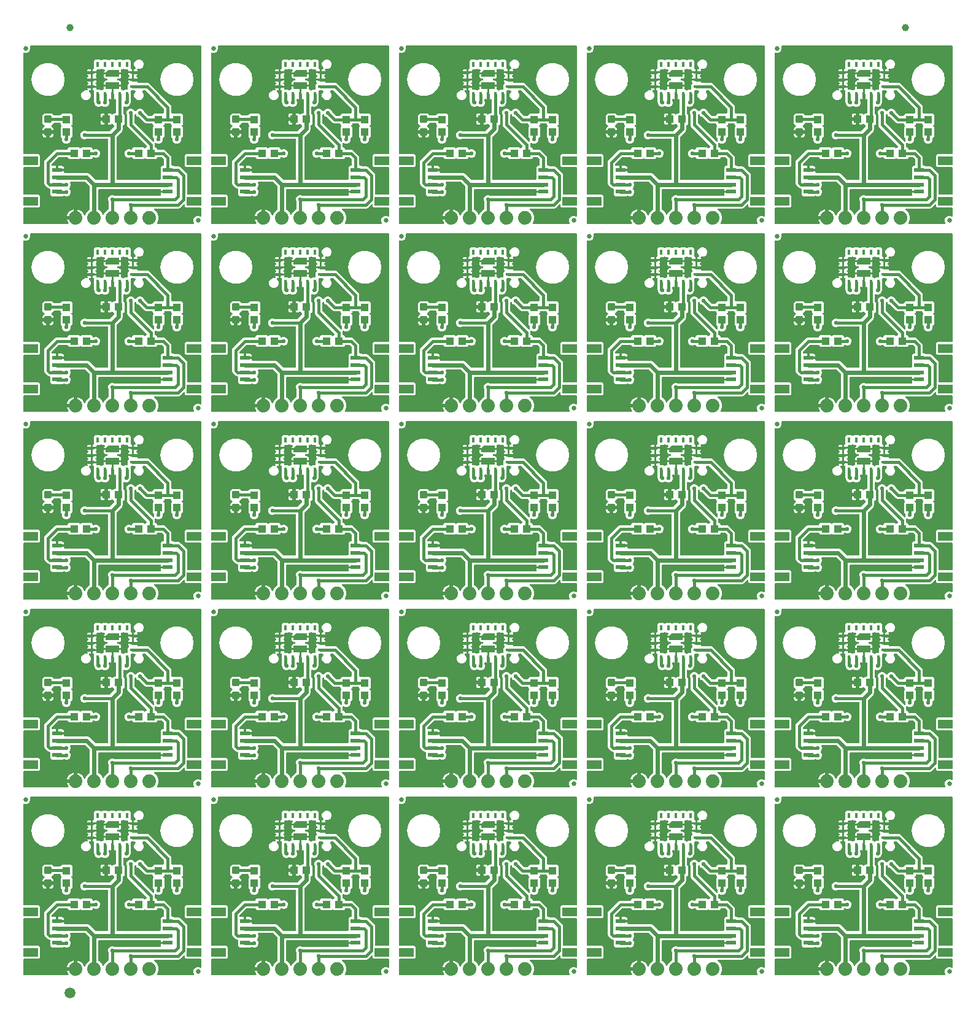
<source format=gtl>
G04 EAGLE Gerber RS-274X export*
G75*
%MOMM*%
%FSLAX34Y34*%
%LPD*%
%INTop Copper*%
%IPPOS*%
%AMOC8*
5,1,8,0,0,1.08239X$1,22.5*%
G01*
%ADD10C,0.635000*%
%ADD11R,2.000000X1.200000*%
%ADD12R,1.350000X0.600000*%
%ADD13R,1.000000X1.100000*%
%ADD14C,0.300000*%
%ADD15R,1.100000X1.000000*%
%ADD16C,1.879600*%
%ADD17R,0.400000X0.750000*%
%ADD18R,0.750000X0.400000*%
%ADD19R,0.609600X0.304800*%
%ADD20C,1.000000*%
%ADD21C,1.500000*%
%ADD22C,0.609600*%
%ADD23C,0.559975*%
%ADD24C,0.406400*%
%ADD25C,0.304800*%

G36*
X842505Y781310D02*
X842505Y781310D01*
X842545Y781307D01*
X842663Y781330D01*
X842781Y781345D01*
X842818Y781359D01*
X842857Y781367D01*
X842966Y781418D01*
X843077Y781462D01*
X843109Y781485D01*
X843145Y781502D01*
X843237Y781578D01*
X843334Y781648D01*
X843360Y781679D01*
X843390Y781704D01*
X843461Y781801D01*
X843537Y781893D01*
X843554Y781929D01*
X843578Y781962D01*
X843622Y782073D01*
X843673Y782181D01*
X843680Y782220D01*
X843695Y782257D01*
X843710Y782376D01*
X843732Y782493D01*
X843730Y782533D01*
X843735Y782573D01*
X843720Y782692D01*
X843713Y782811D01*
X843700Y782849D01*
X843695Y782888D01*
X843652Y783000D01*
X843615Y783113D01*
X843593Y783147D01*
X843579Y783184D01*
X843493Y783320D01*
X843229Y783683D01*
X842376Y785357D01*
X841795Y787144D01*
X841755Y787401D01*
X852170Y787401D01*
X852288Y787416D01*
X852407Y787423D01*
X852445Y787436D01*
X852485Y787441D01*
X852596Y787484D01*
X852709Y787521D01*
X852743Y787543D01*
X852781Y787558D01*
X852877Y787628D01*
X852978Y787691D01*
X853006Y787721D01*
X853038Y787744D01*
X853114Y787836D01*
X853196Y787923D01*
X853215Y787958D01*
X853241Y787989D01*
X853292Y788097D01*
X853349Y788201D01*
X853360Y788241D01*
X853377Y788277D01*
X853399Y788394D01*
X853429Y788509D01*
X853433Y788570D01*
X853437Y788590D01*
X853435Y788610D01*
X853439Y788670D01*
X853439Y789941D01*
X854710Y789941D01*
X854828Y789956D01*
X854947Y789963D01*
X854985Y789976D01*
X855025Y789981D01*
X855136Y790025D01*
X855249Y790061D01*
X855284Y790083D01*
X855321Y790098D01*
X855417Y790168D01*
X855518Y790231D01*
X855546Y790261D01*
X855579Y790285D01*
X855654Y790376D01*
X855736Y790463D01*
X855756Y790498D01*
X855781Y790530D01*
X855832Y790637D01*
X855890Y790742D01*
X855900Y790781D01*
X855917Y790817D01*
X855939Y790934D01*
X855969Y791049D01*
X855973Y791110D01*
X855977Y791130D01*
X855975Y791150D01*
X855979Y791210D01*
X855979Y801625D01*
X856236Y801585D01*
X858023Y801004D01*
X859697Y800151D01*
X861218Y799046D01*
X862546Y797718D01*
X863651Y796197D01*
X864504Y794523D01*
X864655Y794058D01*
X864668Y794031D01*
X864675Y794002D01*
X864735Y793888D01*
X864790Y793770D01*
X864809Y793747D01*
X864823Y793721D01*
X864910Y793625D01*
X864993Y793525D01*
X865017Y793508D01*
X865037Y793486D01*
X865146Y793414D01*
X865250Y793338D01*
X865278Y793327D01*
X865303Y793311D01*
X865426Y793269D01*
X865546Y793221D01*
X865576Y793217D01*
X865604Y793208D01*
X865733Y793197D01*
X865861Y793181D01*
X865891Y793185D01*
X865921Y793182D01*
X866049Y793205D01*
X866177Y793221D01*
X866205Y793232D01*
X866234Y793237D01*
X866352Y793290D01*
X866473Y793338D01*
X866497Y793355D01*
X866524Y793367D01*
X866625Y793448D01*
X866730Y793524D01*
X866749Y793547D01*
X866773Y793566D01*
X866851Y793670D01*
X866933Y793769D01*
X866946Y793796D01*
X866964Y793820D01*
X867035Y793965D01*
X868288Y796990D01*
X871789Y800492D01*
X871960Y800562D01*
X871985Y800577D01*
X872013Y800586D01*
X872123Y800655D01*
X872236Y800720D01*
X872257Y800740D01*
X872282Y800756D01*
X872371Y800851D01*
X872464Y800941D01*
X872480Y800966D01*
X872500Y800988D01*
X872563Y801102D01*
X872631Y801212D01*
X872639Y801241D01*
X872654Y801266D01*
X872686Y801392D01*
X872724Y801516D01*
X872726Y801546D01*
X872733Y801574D01*
X872743Y801735D01*
X872743Y832609D01*
X872731Y832707D01*
X872728Y832806D01*
X872711Y832864D01*
X872703Y832924D01*
X872667Y833017D01*
X872639Y833112D01*
X872609Y833164D01*
X872586Y833220D01*
X872528Y833300D01*
X872478Y833386D01*
X872412Y833461D01*
X872400Y833477D01*
X872390Y833485D01*
X872372Y833506D01*
X866606Y839272D01*
X866528Y839332D01*
X866456Y839400D01*
X866403Y839429D01*
X866355Y839466D01*
X866264Y839506D01*
X866178Y839554D01*
X866119Y839569D01*
X866063Y839593D01*
X865965Y839608D01*
X865870Y839633D01*
X865770Y839639D01*
X865749Y839643D01*
X865737Y839641D01*
X865709Y839643D01*
X847320Y839643D01*
X847271Y839637D01*
X847221Y839639D01*
X847114Y839617D01*
X847005Y839603D01*
X846958Y839585D01*
X846910Y839575D01*
X846811Y839527D01*
X846709Y839486D01*
X846669Y839457D01*
X846624Y839435D01*
X846541Y839364D01*
X846452Y839300D01*
X846420Y839261D01*
X846382Y839229D01*
X846319Y839139D01*
X846249Y839055D01*
X846228Y839010D01*
X846199Y838969D01*
X846160Y838866D01*
X846113Y838767D01*
X846104Y838718D01*
X846086Y838672D01*
X846074Y838562D01*
X846053Y838455D01*
X846057Y838405D01*
X846051Y838356D01*
X846066Y838247D01*
X846073Y838137D01*
X846088Y838090D01*
X846095Y838041D01*
X846147Y837888D01*
X846589Y836823D01*
X846589Y834497D01*
X845698Y832347D01*
X844829Y831478D01*
X844756Y831384D01*
X844677Y831294D01*
X844658Y831258D01*
X844634Y831226D01*
X844587Y831117D01*
X844532Y831011D01*
X844523Y830972D01*
X844507Y830934D01*
X844489Y830817D01*
X844463Y830701D01*
X844464Y830660D01*
X844458Y830620D01*
X844469Y830502D01*
X844472Y830383D01*
X844484Y830344D01*
X844487Y830304D01*
X844528Y830191D01*
X844561Y830077D01*
X844581Y830043D01*
X844595Y830004D01*
X844662Y829906D01*
X844722Y829803D01*
X844762Y829758D01*
X844774Y829741D01*
X844789Y829728D01*
X844829Y829683D01*
X845698Y828813D01*
X846589Y826663D01*
X846589Y824337D01*
X845698Y822187D01*
X844053Y820542D01*
X841903Y819651D01*
X839577Y819651D01*
X837956Y820323D01*
X837947Y820325D01*
X837939Y820330D01*
X837794Y820367D01*
X837649Y820407D01*
X837640Y820407D01*
X837631Y820409D01*
X837470Y820419D01*
X837307Y820419D01*
X837208Y820407D01*
X837109Y820404D01*
X837051Y820387D01*
X836991Y820379D01*
X836899Y820343D01*
X836804Y820315D01*
X836752Y820285D01*
X836695Y820262D01*
X836615Y820204D01*
X836530Y820154D01*
X836455Y820088D01*
X836438Y820076D01*
X836430Y820066D01*
X836409Y820048D01*
X836053Y819691D01*
X820027Y819691D01*
X818241Y821477D01*
X818241Y829310D01*
X818226Y829428D01*
X818219Y829547D01*
X818206Y829585D01*
X818201Y829626D01*
X818158Y829736D01*
X818121Y829849D01*
X818099Y829884D01*
X818084Y829921D01*
X818015Y830017D01*
X817951Y830118D01*
X817921Y830146D01*
X817898Y830179D01*
X817806Y830255D01*
X817719Y830336D01*
X817684Y830356D01*
X817653Y830381D01*
X817545Y830432D01*
X817441Y830490D01*
X817401Y830500D01*
X817365Y830517D01*
X817248Y830539D01*
X817133Y830569D01*
X817073Y830573D01*
X817053Y830577D01*
X817032Y830575D01*
X816972Y830579D01*
X816869Y830579D01*
X815002Y831353D01*
X813394Y832961D01*
X812641Y833714D01*
X811033Y835322D01*
X810259Y837189D01*
X810259Y867151D01*
X811033Y869018D01*
X812640Y870626D01*
X812641Y870626D01*
X825162Y883147D01*
X827029Y883921D01*
X841472Y883921D01*
X841590Y883936D01*
X841709Y883943D01*
X841747Y883956D01*
X841788Y883961D01*
X841898Y884004D01*
X842011Y884041D01*
X842046Y884063D01*
X842083Y884078D01*
X842179Y884147D01*
X842280Y884211D01*
X842308Y884241D01*
X842341Y884264D01*
X842417Y884356D01*
X842498Y884443D01*
X842518Y884478D01*
X842543Y884509D01*
X842594Y884617D01*
X842652Y884721D01*
X842662Y884761D01*
X842679Y884797D01*
X842701Y884914D01*
X842731Y885029D01*
X842735Y885089D01*
X842737Y885098D01*
X844527Y886889D01*
X858053Y886889D01*
X858892Y886049D01*
X858986Y885976D01*
X859076Y885897D01*
X859112Y885879D01*
X859144Y885854D01*
X859253Y885807D01*
X859359Y885753D01*
X859398Y885744D01*
X859436Y885728D01*
X859553Y885709D01*
X859669Y885683D01*
X859710Y885684D01*
X859750Y885678D01*
X859868Y885689D01*
X859987Y885693D01*
X860026Y885704D01*
X860066Y885708D01*
X860179Y885748D01*
X860293Y885781D01*
X860327Y885802D01*
X860366Y885815D01*
X860464Y885882D01*
X860567Y885943D01*
X860612Y885983D01*
X860629Y885994D01*
X860642Y886009D01*
X860687Y886049D01*
X861527Y886889D01*
X875053Y886889D01*
X876845Y885096D01*
X876845Y885091D01*
X876856Y885039D01*
X876861Y884953D01*
X876874Y884915D01*
X876879Y884874D01*
X876902Y884816D01*
X876909Y884780D01*
X876933Y884731D01*
X876959Y884651D01*
X876981Y884616D01*
X876996Y884579D01*
X877032Y884529D01*
X877049Y884494D01*
X877085Y884452D01*
X877129Y884382D01*
X877159Y884354D01*
X877182Y884321D01*
X877229Y884283D01*
X877255Y884252D01*
X877303Y884218D01*
X877361Y884164D01*
X877396Y884144D01*
X877427Y884119D01*
X877480Y884094D01*
X877515Y884069D01*
X877573Y884047D01*
X877639Y884010D01*
X877679Y884000D01*
X877715Y883983D01*
X877769Y883973D01*
X877813Y883956D01*
X877878Y883949D01*
X877947Y883931D01*
X878007Y883927D01*
X878027Y883923D01*
X878048Y883925D01*
X878108Y883921D01*
X878110Y883921D01*
X878120Y883922D01*
X878129Y883921D01*
X878240Y883936D01*
X878345Y883943D01*
X878382Y883955D01*
X878426Y883961D01*
X878435Y883964D01*
X878444Y883965D01*
X878596Y884017D01*
X880217Y884689D01*
X882543Y884689D01*
X884693Y883798D01*
X886338Y882153D01*
X887229Y880003D01*
X887229Y877677D01*
X886338Y875527D01*
X884693Y873882D01*
X882543Y872991D01*
X880217Y872991D01*
X878596Y873663D01*
X878587Y873665D01*
X878579Y873670D01*
X878535Y873681D01*
X878501Y873697D01*
X878401Y873716D01*
X878289Y873747D01*
X878280Y873747D01*
X878271Y873749D01*
X878207Y873753D01*
X878188Y873757D01*
X878169Y873756D01*
X878110Y873759D01*
X878108Y873759D01*
X878039Y873751D01*
X877971Y873752D01*
X877924Y873740D01*
X877871Y873737D01*
X877833Y873724D01*
X877792Y873719D01*
X877724Y873692D01*
X877662Y873677D01*
X877622Y873656D01*
X877569Y873639D01*
X877534Y873617D01*
X877497Y873602D01*
X877434Y873557D01*
X877381Y873529D01*
X877350Y873500D01*
X877300Y873469D01*
X877272Y873439D01*
X877239Y873416D01*
X877188Y873353D01*
X877146Y873315D01*
X877124Y873282D01*
X877082Y873237D01*
X877062Y873202D01*
X877037Y873171D01*
X877001Y873095D01*
X876971Y873049D01*
X876959Y873014D01*
X876928Y872959D01*
X876918Y872919D01*
X876901Y872883D01*
X876885Y872799D01*
X876868Y872748D01*
X876865Y872712D01*
X876849Y872651D01*
X876845Y872591D01*
X876843Y872582D01*
X875053Y870791D01*
X861527Y870791D01*
X860687Y871631D01*
X860593Y871704D01*
X860504Y871783D01*
X860468Y871801D01*
X860436Y871826D01*
X860327Y871873D01*
X860221Y871927D01*
X860182Y871936D01*
X860144Y871952D01*
X860027Y871971D01*
X859911Y871997D01*
X859870Y871996D01*
X859830Y872002D01*
X859712Y871991D01*
X859593Y871987D01*
X859554Y871976D01*
X859514Y871972D01*
X859402Y871932D01*
X859287Y871899D01*
X859252Y871878D01*
X859214Y871865D01*
X859116Y871798D01*
X859013Y871737D01*
X858968Y871698D01*
X858951Y871686D01*
X858938Y871671D01*
X858892Y871631D01*
X858053Y870791D01*
X844527Y870791D01*
X842729Y872590D01*
X842726Y872608D01*
X842719Y872727D01*
X842706Y872765D01*
X842701Y872806D01*
X842658Y872916D01*
X842621Y873029D01*
X842599Y873064D01*
X842584Y873101D01*
X842515Y873197D01*
X842451Y873298D01*
X842421Y873326D01*
X842398Y873359D01*
X842306Y873435D01*
X842219Y873516D01*
X842184Y873536D01*
X842153Y873561D01*
X842045Y873612D01*
X841941Y873670D01*
X841901Y873680D01*
X841865Y873697D01*
X841748Y873719D01*
X841633Y873749D01*
X841573Y873753D01*
X841553Y873757D01*
X841532Y873755D01*
X841472Y873759D01*
X830670Y873759D01*
X830572Y873747D01*
X830473Y873744D01*
X830415Y873727D01*
X830355Y873719D01*
X830263Y873683D01*
X830168Y873655D01*
X830115Y873625D01*
X830059Y873602D01*
X829979Y873544D01*
X829894Y873494D01*
X829818Y873428D01*
X829802Y873416D01*
X829794Y873406D01*
X829773Y873388D01*
X820792Y864407D01*
X820732Y864329D01*
X820664Y864257D01*
X820635Y864204D01*
X820598Y864156D01*
X820558Y864065D01*
X820510Y863978D01*
X820495Y863920D01*
X820471Y863864D01*
X820456Y863766D01*
X820431Y863670D01*
X820425Y863570D01*
X820421Y863550D01*
X820423Y863538D01*
X820421Y863510D01*
X820421Y862550D01*
X820436Y862432D01*
X820443Y862313D01*
X820456Y862275D01*
X820461Y862234D01*
X820504Y862124D01*
X820541Y862011D01*
X820563Y861976D01*
X820578Y861939D01*
X820647Y861843D01*
X820711Y861742D01*
X820741Y861714D01*
X820764Y861681D01*
X820856Y861605D01*
X820943Y861524D01*
X820978Y861504D01*
X821009Y861479D01*
X821117Y861428D01*
X821221Y861370D01*
X821261Y861360D01*
X821297Y861343D01*
X821414Y861321D01*
X821529Y861291D01*
X821589Y861287D01*
X821609Y861283D01*
X821630Y861285D01*
X821690Y861281D01*
X826541Y861281D01*
X826541Y855970D01*
X826556Y855852D01*
X826563Y855733D01*
X826575Y855695D01*
X826581Y855655D01*
X826624Y855544D01*
X826661Y855431D01*
X826683Y855397D01*
X826698Y855359D01*
X826767Y855263D01*
X826831Y855162D01*
X826861Y855134D01*
X826884Y855102D01*
X826976Y855026D01*
X827063Y854944D01*
X827098Y854925D01*
X827129Y854899D01*
X827173Y854879D01*
X827228Y854802D01*
X827291Y854702D01*
X827321Y854674D01*
X827345Y854641D01*
X827436Y854565D01*
X827523Y854484D01*
X827558Y854464D01*
X827590Y854439D01*
X827697Y854388D01*
X827802Y854330D01*
X827841Y854320D01*
X827877Y854303D01*
X827994Y854281D01*
X828110Y854251D01*
X828170Y854247D01*
X828190Y854243D01*
X828210Y854245D01*
X828270Y854241D01*
X837331Y854241D01*
X837331Y853106D01*
X837346Y852988D01*
X837353Y852869D01*
X837366Y852831D01*
X837371Y852790D01*
X837414Y852680D01*
X837451Y852567D01*
X837473Y852532D01*
X837488Y852495D01*
X837557Y852399D01*
X837621Y852298D01*
X837651Y852270D01*
X837674Y852237D01*
X837766Y852161D01*
X837853Y852080D01*
X837888Y852060D01*
X837919Y852035D01*
X838027Y851984D01*
X838131Y851926D01*
X838171Y851916D01*
X838207Y851899D01*
X838324Y851877D01*
X838439Y851847D01*
X838499Y851843D01*
X838519Y851839D01*
X838540Y851841D01*
X838600Y851837D01*
X869973Y851837D01*
X872214Y850909D01*
X880914Y842208D01*
X880992Y842148D01*
X881064Y842080D01*
X881117Y842051D01*
X881165Y842014D01*
X881256Y841974D01*
X881342Y841926D01*
X881401Y841911D01*
X881457Y841887D01*
X881555Y841872D01*
X881650Y841847D01*
X881750Y841841D01*
X881771Y841837D01*
X881783Y841839D01*
X881811Y841837D01*
X896874Y841837D01*
X896992Y841852D01*
X897111Y841859D01*
X897149Y841872D01*
X897190Y841877D01*
X897300Y841920D01*
X897413Y841957D01*
X897448Y841979D01*
X897485Y841994D01*
X897581Y842063D01*
X897682Y842127D01*
X897710Y842157D01*
X897743Y842180D01*
X897819Y842272D01*
X897900Y842359D01*
X897920Y842394D01*
X897945Y842425D01*
X897996Y842533D01*
X898054Y842637D01*
X898064Y842677D01*
X898081Y842713D01*
X898103Y842830D01*
X898133Y842945D01*
X898137Y843005D01*
X898141Y843025D01*
X898139Y843046D01*
X898143Y843106D01*
X898143Y897890D01*
X898128Y898008D01*
X898121Y898127D01*
X898108Y898165D01*
X898103Y898206D01*
X898060Y898316D01*
X898023Y898429D01*
X898001Y898464D01*
X897986Y898501D01*
X897917Y898597D01*
X897853Y898698D01*
X897823Y898726D01*
X897800Y898759D01*
X897708Y898835D01*
X897621Y898916D01*
X897586Y898936D01*
X897555Y898961D01*
X897447Y899012D01*
X897343Y899070D01*
X897303Y899080D01*
X897267Y899097D01*
X897150Y899119D01*
X897035Y899149D01*
X896975Y899153D01*
X896955Y899157D01*
X896934Y899155D01*
X896874Y899159D01*
X869410Y899159D01*
X869400Y899158D01*
X869391Y899159D01*
X869242Y899138D01*
X869094Y899119D01*
X869085Y899116D01*
X869076Y899115D01*
X868924Y899063D01*
X867303Y898391D01*
X864977Y898391D01*
X862827Y899282D01*
X861182Y900927D01*
X860291Y903077D01*
X860291Y905403D01*
X861182Y907553D01*
X862827Y909198D01*
X864977Y910089D01*
X867303Y910089D01*
X868924Y909417D01*
X868933Y909415D01*
X868941Y909410D01*
X869086Y909373D01*
X869231Y909333D01*
X869240Y909333D01*
X869249Y909331D01*
X869410Y909321D01*
X900173Y909321D01*
X900271Y909333D01*
X900370Y909336D01*
X900428Y909353D01*
X900488Y909361D01*
X900581Y909397D01*
X900676Y909425D01*
X900728Y909455D01*
X900784Y909478D01*
X900864Y909536D01*
X900950Y909586D01*
X901025Y909652D01*
X901041Y909664D01*
X901049Y909674D01*
X901070Y909692D01*
X906272Y914894D01*
X906332Y914972D01*
X906400Y915044D01*
X906429Y915097D01*
X906466Y915145D01*
X906506Y915236D01*
X906554Y915322D01*
X906569Y915381D01*
X906593Y915437D01*
X906608Y915535D01*
X906633Y915630D01*
X906639Y915730D01*
X906643Y915751D01*
X906641Y915763D01*
X906643Y915791D01*
X906643Y916589D01*
X906631Y916688D01*
X906628Y916787D01*
X906611Y916845D01*
X906603Y916905D01*
X906567Y916997D01*
X906539Y917092D01*
X906509Y917144D01*
X906486Y917201D01*
X906428Y917281D01*
X906378Y917366D01*
X906312Y917441D01*
X906300Y917458D01*
X906290Y917466D01*
X906272Y917487D01*
X904778Y918980D01*
X904684Y919053D01*
X904595Y919132D01*
X904559Y919150D01*
X904527Y919175D01*
X904418Y919222D01*
X904312Y919277D01*
X904272Y919285D01*
X904235Y919301D01*
X904117Y919320D01*
X904001Y919346D01*
X903961Y919345D01*
X903921Y919351D01*
X903802Y919340D01*
X903684Y919337D01*
X903645Y919325D01*
X903604Y919321D01*
X903492Y919281D01*
X903378Y919248D01*
X903343Y919228D01*
X903305Y919214D01*
X903207Y919147D01*
X903104Y919087D01*
X903059Y919047D01*
X903042Y919035D01*
X903029Y919020D01*
X902983Y918980D01*
X902800Y918797D01*
X902221Y918462D01*
X901574Y918289D01*
X898239Y918289D01*
X898239Y924600D01*
X898224Y924718D01*
X898217Y924837D01*
X898204Y924875D01*
X898199Y924915D01*
X898156Y925026D01*
X898119Y925139D01*
X898097Y925173D01*
X898082Y925211D01*
X898013Y925307D01*
X897949Y925408D01*
X897919Y925436D01*
X897896Y925468D01*
X897804Y925544D01*
X897717Y925626D01*
X897682Y925645D01*
X897651Y925671D01*
X897543Y925722D01*
X897439Y925779D01*
X897399Y925789D01*
X897363Y925807D01*
X897256Y925827D01*
X897286Y925831D01*
X897396Y925875D01*
X897509Y925911D01*
X897544Y925933D01*
X897581Y925948D01*
X897677Y926018D01*
X897778Y926081D01*
X897806Y926111D01*
X897839Y926135D01*
X897915Y926226D01*
X897996Y926313D01*
X898016Y926348D01*
X898041Y926380D01*
X898092Y926487D01*
X898150Y926592D01*
X898160Y926631D01*
X898177Y926667D01*
X898199Y926784D01*
X898229Y926900D01*
X898233Y926960D01*
X898237Y926980D01*
X898235Y927000D01*
X898239Y927060D01*
X898239Y933371D01*
X901574Y933371D01*
X902221Y933198D01*
X902800Y932863D01*
X902983Y932680D01*
X903075Y932609D01*
X903096Y932589D01*
X903101Y932586D01*
X903167Y932528D01*
X903203Y932510D01*
X903235Y932485D01*
X903344Y932438D01*
X903450Y932383D01*
X903489Y932375D01*
X903526Y932359D01*
X903644Y932340D01*
X903760Y932314D01*
X903801Y932315D01*
X903841Y932309D01*
X903959Y932320D01*
X904078Y932323D01*
X904117Y932335D01*
X904157Y932339D01*
X904269Y932379D01*
X904384Y932412D01*
X904418Y932432D01*
X904456Y932446D01*
X904555Y932513D01*
X904657Y932573D01*
X904703Y932613D01*
X904720Y932625D01*
X904733Y932640D01*
X904778Y932680D01*
X905977Y933879D01*
X907890Y933879D01*
X908008Y933894D01*
X908127Y933901D01*
X908165Y933914D01*
X908206Y933919D01*
X908316Y933962D01*
X908429Y933999D01*
X908464Y934021D01*
X908501Y934036D01*
X908597Y934105D01*
X908698Y934169D01*
X908726Y934199D01*
X908759Y934222D01*
X908835Y934314D01*
X908916Y934401D01*
X908936Y934436D01*
X908961Y934467D01*
X909012Y934575D01*
X909070Y934679D01*
X909080Y934719D01*
X909097Y934755D01*
X909119Y934872D01*
X909149Y934987D01*
X909153Y935047D01*
X909157Y935067D01*
X909155Y935088D01*
X909159Y935148D01*
X909159Y952493D01*
X909143Y952625D01*
X909132Y952757D01*
X909123Y952782D01*
X909119Y952809D01*
X909071Y952932D01*
X909027Y953057D01*
X909012Y953079D01*
X909002Y953104D01*
X908925Y953212D01*
X908851Y953322D01*
X908831Y953340D01*
X908816Y953362D01*
X908713Y953447D01*
X908615Y953535D01*
X908591Y953547D01*
X908571Y953565D01*
X908451Y953621D01*
X908334Y953683D01*
X908307Y953689D01*
X908283Y953700D01*
X908153Y953725D01*
X908024Y953755D01*
X907997Y953755D01*
X907971Y953760D01*
X907839Y953752D01*
X907706Y953749D01*
X907680Y953742D01*
X907653Y953740D01*
X907527Y953699D01*
X907400Y953664D01*
X907365Y953647D01*
X907351Y953642D01*
X907332Y953630D01*
X907255Y953592D01*
X907221Y953572D01*
X906574Y953399D01*
X905509Y953399D01*
X905509Y959690D01*
X905509Y967435D01*
X913240Y967435D01*
X913245Y967439D01*
X913244Y967440D01*
X913245Y967440D01*
X913245Y970671D01*
X915781Y970671D01*
X915781Y967758D01*
X915796Y967640D01*
X915804Y967521D01*
X915816Y967483D01*
X915821Y967442D01*
X915865Y967332D01*
X915902Y967219D01*
X915923Y967184D01*
X915938Y967147D01*
X916008Y967051D01*
X916072Y966950D01*
X916101Y966922D01*
X916125Y966889D01*
X916217Y966813D01*
X916303Y966732D01*
X916339Y966712D01*
X916370Y966687D01*
X916478Y966636D01*
X916582Y966578D01*
X916621Y966568D01*
X916658Y966551D01*
X916774Y966529D01*
X916890Y966499D01*
X916950Y966495D01*
X916970Y966491D01*
X916990Y966493D01*
X917050Y966489D01*
X917503Y966489D01*
X918342Y965649D01*
X918436Y965576D01*
X918526Y965497D01*
X918562Y965479D01*
X918594Y965454D01*
X918703Y965407D01*
X918809Y965353D01*
X918848Y965344D01*
X918886Y965328D01*
X919003Y965309D01*
X919119Y965283D01*
X919160Y965284D01*
X919200Y965278D01*
X919318Y965289D01*
X919437Y965293D01*
X919476Y965304D01*
X919516Y965308D01*
X919629Y965348D01*
X919743Y965381D01*
X919777Y965402D01*
X919816Y965415D01*
X919914Y965482D01*
X920017Y965543D01*
X920062Y965583D01*
X920079Y965594D01*
X920092Y965609D01*
X920137Y965649D01*
X920977Y966489D01*
X924422Y966489D01*
X924540Y966504D01*
X924659Y966511D01*
X924697Y966524D01*
X924738Y966529D01*
X924848Y966572D01*
X924961Y966609D01*
X924996Y966631D01*
X925033Y966646D01*
X925129Y966715D01*
X925230Y966779D01*
X925258Y966809D01*
X925291Y966832D01*
X925367Y966924D01*
X925448Y967011D01*
X925468Y967046D01*
X925493Y967077D01*
X925544Y967185D01*
X925602Y967289D01*
X925612Y967329D01*
X925629Y967365D01*
X925651Y967482D01*
X925681Y967597D01*
X925685Y967657D01*
X925689Y967677D01*
X925687Y967698D01*
X925691Y967758D01*
X925691Y973703D01*
X926890Y974902D01*
X926963Y974996D01*
X927042Y975085D01*
X927060Y975121D01*
X927085Y975153D01*
X927132Y975262D01*
X927187Y975368D01*
X927195Y975408D01*
X927211Y975445D01*
X927230Y975563D01*
X927256Y975679D01*
X927255Y975719D01*
X927261Y975759D01*
X927250Y975878D01*
X927247Y975996D01*
X927235Y976035D01*
X927231Y976076D01*
X927191Y976188D01*
X927158Y976302D01*
X927138Y976337D01*
X927124Y976375D01*
X927057Y976473D01*
X926997Y976576D01*
X926957Y976621D01*
X926945Y976638D01*
X926930Y976651D01*
X926890Y976697D01*
X926707Y976880D01*
X926372Y977459D01*
X926199Y978106D01*
X926199Y979171D01*
X932490Y979171D01*
X938781Y979171D01*
X938781Y978106D01*
X938608Y977459D01*
X938588Y977425D01*
X938536Y977303D01*
X938480Y977183D01*
X938475Y977156D01*
X938464Y977132D01*
X938445Y977000D01*
X938420Y976870D01*
X938422Y976844D01*
X938418Y976817D01*
X938432Y976685D01*
X938440Y976553D01*
X938448Y976527D01*
X938451Y976501D01*
X938497Y976376D01*
X938538Y976251D01*
X938552Y976228D01*
X938562Y976202D01*
X938637Y976094D01*
X938708Y975982D01*
X938728Y975963D01*
X938743Y975941D01*
X938843Y975855D01*
X938940Y975764D01*
X938963Y975751D01*
X938984Y975733D01*
X939102Y975674D01*
X939218Y975610D01*
X939244Y975604D01*
X939268Y975592D01*
X939398Y975564D01*
X939526Y975531D01*
X939564Y975529D01*
X939579Y975525D01*
X939601Y975526D01*
X939687Y975521D01*
X953351Y975521D01*
X955218Y974747D01*
X956826Y973140D01*
X956826Y973139D01*
X983139Y946826D01*
X983140Y946826D01*
X984747Y945218D01*
X985521Y943351D01*
X985521Y935258D01*
X985536Y935140D01*
X985543Y935021D01*
X985556Y934983D01*
X985561Y934942D01*
X985604Y934832D01*
X985641Y934719D01*
X985663Y934684D01*
X985678Y934647D01*
X985747Y934551D01*
X985811Y934450D01*
X985841Y934422D01*
X985864Y934389D01*
X985956Y934313D01*
X986043Y934232D01*
X986078Y934212D01*
X986109Y934187D01*
X986217Y934136D01*
X986321Y934078D01*
X986361Y934068D01*
X986397Y934051D01*
X986514Y934029D01*
X986629Y933999D01*
X986689Y933995D01*
X986709Y933991D01*
X986730Y933993D01*
X986790Y933989D01*
X999403Y933989D01*
X1001189Y932203D01*
X1001189Y918677D01*
X1000349Y917838D01*
X1000276Y917744D01*
X1000197Y917654D01*
X1000179Y917618D01*
X1000154Y917586D01*
X1000107Y917477D01*
X1000053Y917371D01*
X1000044Y917332D01*
X1000028Y917294D01*
X1000009Y917177D01*
X999983Y917061D01*
X999984Y917020D01*
X999978Y916980D01*
X999989Y916861D01*
X999993Y916743D01*
X1000004Y916704D01*
X1000008Y916664D01*
X1000048Y916551D01*
X1000081Y916437D01*
X1000102Y916403D01*
X1000115Y916364D01*
X1000182Y916266D01*
X1000243Y916163D01*
X1000283Y916118D01*
X1000294Y916101D01*
X1000309Y916088D01*
X1000349Y916043D01*
X1001189Y915203D01*
X1001189Y901677D01*
X999360Y899849D01*
X999300Y899771D01*
X999232Y899698D01*
X999203Y899645D01*
X999165Y899598D01*
X999126Y899507D01*
X999078Y899420D01*
X999063Y899361D01*
X999039Y899306D01*
X999024Y899208D01*
X998999Y899112D01*
X998992Y899012D01*
X998989Y898992D01*
X998990Y898979D01*
X998989Y898951D01*
X998989Y896727D01*
X998098Y894577D01*
X996453Y892932D01*
X994303Y892041D01*
X991977Y892041D01*
X989827Y892932D01*
X988182Y894577D01*
X987291Y896727D01*
X987291Y898951D01*
X987279Y899049D01*
X987276Y899149D01*
X987259Y899207D01*
X987252Y899267D01*
X987215Y899359D01*
X987188Y899454D01*
X987157Y899506D01*
X987135Y899563D01*
X987076Y899643D01*
X987026Y899728D01*
X986960Y899803D01*
X986948Y899820D01*
X986938Y899828D01*
X986920Y899849D01*
X985091Y901677D01*
X985091Y915203D01*
X985931Y916043D01*
X986004Y916137D01*
X986083Y916226D01*
X986101Y916262D01*
X986126Y916294D01*
X986173Y916403D01*
X986227Y916509D01*
X986236Y916548D01*
X986252Y916586D01*
X986271Y916703D01*
X986297Y916819D01*
X986296Y916860D01*
X986302Y916900D01*
X986291Y917018D01*
X986287Y917137D01*
X986276Y917176D01*
X986272Y917216D01*
X986232Y917328D01*
X986199Y917443D01*
X986178Y917478D01*
X986165Y917516D01*
X986098Y917614D01*
X986037Y917717D01*
X985998Y917762D01*
X985986Y917779D01*
X985971Y917792D01*
X985931Y917838D01*
X985091Y918677D01*
X985091Y919090D01*
X985076Y919208D01*
X985069Y919327D01*
X985056Y919365D01*
X985051Y919406D01*
X985008Y919516D01*
X984971Y919629D01*
X984949Y919664D01*
X984934Y919701D01*
X984865Y919797D01*
X984801Y919898D01*
X984771Y919926D01*
X984748Y919959D01*
X984656Y920035D01*
X984569Y920116D01*
X984534Y920136D01*
X984503Y920161D01*
X984395Y920212D01*
X984291Y920270D01*
X984251Y920280D01*
X984215Y920297D01*
X984098Y920319D01*
X983983Y920349D01*
X983923Y920353D01*
X983903Y920357D01*
X983882Y920355D01*
X983822Y920359D01*
X977058Y920359D01*
X976940Y920344D01*
X976821Y920337D01*
X976783Y920324D01*
X976742Y920319D01*
X976632Y920276D01*
X976519Y920239D01*
X976484Y920217D01*
X976447Y920202D01*
X976351Y920133D01*
X976250Y920069D01*
X976222Y920039D01*
X976189Y920016D01*
X976113Y919924D01*
X976032Y919837D01*
X976012Y919802D01*
X975987Y919771D01*
X975936Y919663D01*
X975878Y919559D01*
X975868Y919519D01*
X975851Y919483D01*
X975829Y919366D01*
X975799Y919251D01*
X975795Y919191D01*
X975791Y919171D01*
X975793Y919150D01*
X975789Y919090D01*
X975789Y918677D01*
X974949Y917838D01*
X974876Y917744D01*
X974797Y917654D01*
X974779Y917618D01*
X974754Y917586D01*
X974707Y917477D01*
X974653Y917371D01*
X974644Y917332D01*
X974628Y917294D01*
X974609Y917177D01*
X974583Y917061D01*
X974584Y917020D01*
X974578Y916980D01*
X974589Y916861D01*
X974593Y916743D01*
X974604Y916704D01*
X974608Y916664D01*
X974648Y916551D01*
X974681Y916437D01*
X974702Y916403D01*
X974715Y916364D01*
X974782Y916266D01*
X974843Y916163D01*
X974883Y916118D01*
X974894Y916101D01*
X974909Y916088D01*
X974949Y916043D01*
X975789Y915203D01*
X975789Y901677D01*
X973960Y899849D01*
X973900Y899771D01*
X973832Y899698D01*
X973803Y899645D01*
X973765Y899598D01*
X973726Y899507D01*
X973678Y899420D01*
X973663Y899361D01*
X973639Y899306D01*
X973624Y899208D01*
X973599Y899112D01*
X973592Y899012D01*
X973589Y898992D01*
X973590Y898979D01*
X973589Y898951D01*
X973589Y896727D01*
X972698Y894577D01*
X971053Y892932D01*
X968903Y892041D01*
X966577Y892041D01*
X964427Y892932D01*
X964366Y892993D01*
X964311Y893035D01*
X964263Y893086D01*
X964186Y893132D01*
X964115Y893187D01*
X964051Y893215D01*
X963991Y893252D01*
X963905Y893278D01*
X963823Y893314D01*
X963754Y893325D01*
X963687Y893345D01*
X963598Y893350D01*
X963509Y893364D01*
X963440Y893357D01*
X963370Y893360D01*
X963282Y893342D01*
X963192Y893334D01*
X963127Y893310D01*
X963058Y893296D01*
X962978Y893257D01*
X962893Y893226D01*
X962835Y893187D01*
X962773Y893156D01*
X962704Y893098D01*
X962630Y893048D01*
X962584Y892995D01*
X962531Y892950D01*
X962479Y892877D01*
X962420Y892809D01*
X962388Y892747D01*
X962348Y892690D01*
X962316Y892606D01*
X962275Y892526D01*
X962260Y892458D01*
X962235Y892393D01*
X962225Y892303D01*
X962205Y892216D01*
X962207Y892146D01*
X962200Y892077D01*
X962212Y891988D01*
X962215Y891898D01*
X962234Y891831D01*
X962244Y891762D01*
X962271Y891684D01*
X962271Y888158D01*
X962286Y888040D01*
X962293Y887921D01*
X962306Y887883D01*
X962311Y887842D01*
X962354Y887732D01*
X962391Y887619D01*
X962413Y887584D01*
X962428Y887547D01*
X962497Y887451D01*
X962561Y887350D01*
X962591Y887322D01*
X962614Y887289D01*
X962706Y887213D01*
X962793Y887132D01*
X962828Y887112D01*
X962859Y887087D01*
X962967Y887036D01*
X963071Y886978D01*
X963111Y886968D01*
X963147Y886951D01*
X963264Y886929D01*
X963379Y886899D01*
X963439Y886895D01*
X963459Y886891D01*
X963480Y886893D01*
X963540Y886889D01*
X963953Y886889D01*
X965751Y885090D01*
X965754Y885072D01*
X965761Y884953D01*
X965774Y884915D01*
X965779Y884874D01*
X965822Y884764D01*
X965859Y884651D01*
X965881Y884616D01*
X965896Y884579D01*
X965965Y884483D01*
X966029Y884382D01*
X966059Y884354D01*
X966082Y884321D01*
X966174Y884245D01*
X966261Y884164D01*
X966296Y884144D01*
X966327Y884119D01*
X966435Y884068D01*
X966539Y884010D01*
X966579Y884000D01*
X966615Y883983D01*
X966732Y883961D01*
X966847Y883931D01*
X966907Y883927D01*
X966927Y883923D01*
X966948Y883925D01*
X967008Y883921D01*
X975101Y883921D01*
X976968Y883147D01*
X984747Y875368D01*
X985521Y873501D01*
X985521Y863058D01*
X985536Y862940D01*
X985543Y862821D01*
X985556Y862783D01*
X985561Y862742D01*
X985604Y862632D01*
X985641Y862519D01*
X985663Y862484D01*
X985678Y862447D01*
X985747Y862351D01*
X985811Y862250D01*
X985841Y862222D01*
X985864Y862189D01*
X985956Y862113D01*
X986043Y862032D01*
X986078Y862012D01*
X986109Y861987D01*
X986217Y861936D01*
X986321Y861878D01*
X986361Y861868D01*
X986397Y861851D01*
X986514Y861829D01*
X986629Y861799D01*
X986689Y861795D01*
X986709Y861791D01*
X986730Y861793D01*
X986790Y861789D01*
X988453Y861789D01*
X989049Y861193D01*
X989127Y861132D01*
X989199Y861064D01*
X989253Y861035D01*
X989300Y860998D01*
X989391Y860958D01*
X989478Y860910D01*
X989537Y860895D01*
X989592Y860871D01*
X989690Y860856D01*
X989786Y860831D01*
X989886Y860825D01*
X989906Y860821D01*
X989919Y860823D01*
X989947Y860821D01*
X995661Y860821D01*
X997528Y860047D01*
X1006337Y851238D01*
X1007111Y849371D01*
X1007111Y823058D01*
X1007126Y822940D01*
X1007133Y822821D01*
X1007146Y822783D01*
X1007151Y822742D01*
X1007194Y822632D01*
X1007231Y822519D01*
X1007253Y822484D01*
X1007268Y822447D01*
X1007337Y822351D01*
X1007401Y822250D01*
X1007431Y822222D01*
X1007454Y822189D01*
X1007546Y822113D01*
X1007633Y822032D01*
X1007668Y822012D01*
X1007699Y821987D01*
X1007807Y821936D01*
X1007911Y821878D01*
X1007951Y821868D01*
X1007987Y821851D01*
X1008104Y821829D01*
X1008219Y821799D01*
X1008279Y821795D01*
X1008299Y821791D01*
X1008320Y821793D01*
X1008380Y821789D01*
X1025906Y821789D01*
X1026024Y821804D01*
X1026143Y821811D01*
X1026181Y821824D01*
X1026222Y821829D01*
X1026332Y821872D01*
X1026445Y821909D01*
X1026480Y821931D01*
X1026517Y821946D01*
X1026613Y822015D01*
X1026714Y822079D01*
X1026742Y822109D01*
X1026775Y822132D01*
X1026851Y822224D01*
X1026932Y822311D01*
X1026952Y822346D01*
X1026977Y822377D01*
X1027028Y822485D01*
X1027086Y822589D01*
X1027096Y822629D01*
X1027113Y822665D01*
X1027135Y822782D01*
X1027165Y822897D01*
X1027169Y822957D01*
X1027173Y822977D01*
X1027171Y822998D01*
X1027175Y823058D01*
X1027175Y858422D01*
X1027160Y858540D01*
X1027153Y858659D01*
X1027140Y858697D01*
X1027135Y858738D01*
X1027092Y858848D01*
X1027055Y858961D01*
X1027033Y858996D01*
X1027018Y859033D01*
X1026949Y859129D01*
X1026885Y859230D01*
X1026855Y859258D01*
X1026832Y859291D01*
X1026740Y859367D01*
X1026653Y859448D01*
X1026618Y859468D01*
X1026587Y859493D01*
X1026479Y859544D01*
X1026375Y859602D01*
X1026335Y859612D01*
X1026299Y859629D01*
X1026182Y859651D01*
X1026067Y859681D01*
X1026007Y859685D01*
X1025987Y859689D01*
X1025966Y859687D01*
X1025906Y859691D01*
X1005927Y859691D01*
X1004141Y861477D01*
X1004141Y876003D01*
X1005927Y877789D01*
X1025906Y877789D01*
X1026024Y877804D01*
X1026143Y877811D01*
X1026181Y877824D01*
X1026222Y877829D01*
X1026332Y877872D01*
X1026445Y877909D01*
X1026480Y877931D01*
X1026517Y877946D01*
X1026613Y878015D01*
X1026714Y878079D01*
X1026742Y878109D01*
X1026775Y878132D01*
X1026851Y878224D01*
X1026932Y878311D01*
X1026952Y878346D01*
X1026977Y878377D01*
X1027028Y878485D01*
X1027086Y878589D01*
X1027096Y878629D01*
X1027113Y878665D01*
X1027135Y878782D01*
X1027165Y878897D01*
X1027169Y878957D01*
X1027173Y878977D01*
X1027171Y878998D01*
X1027175Y879058D01*
X1027175Y1025906D01*
X1027160Y1026024D01*
X1027153Y1026143D01*
X1027140Y1026181D01*
X1027135Y1026222D01*
X1027092Y1026332D01*
X1027055Y1026445D01*
X1027033Y1026480D01*
X1027018Y1026517D01*
X1026949Y1026613D01*
X1026885Y1026714D01*
X1026855Y1026742D01*
X1026832Y1026775D01*
X1026740Y1026851D01*
X1026653Y1026932D01*
X1026618Y1026952D01*
X1026587Y1026977D01*
X1026479Y1027028D01*
X1026375Y1027086D01*
X1026335Y1027096D01*
X1026299Y1027113D01*
X1026182Y1027135D01*
X1026067Y1027165D01*
X1026007Y1027169D01*
X1025987Y1027173D01*
X1025966Y1027171D01*
X1025906Y1027175D01*
X792023Y1027175D01*
X791974Y1027169D01*
X791924Y1027171D01*
X791817Y1027149D01*
X791708Y1027135D01*
X791662Y1027117D01*
X791613Y1027107D01*
X791514Y1027059D01*
X791412Y1027018D01*
X791372Y1026989D01*
X791327Y1026967D01*
X791244Y1026896D01*
X791155Y1026832D01*
X791123Y1026793D01*
X791085Y1026761D01*
X791022Y1026671D01*
X790952Y1026587D01*
X790931Y1026542D01*
X790902Y1026501D01*
X790863Y1026398D01*
X790817Y1026299D01*
X790807Y1026250D01*
X790790Y1026204D01*
X790777Y1026094D01*
X790757Y1025987D01*
X790760Y1025937D01*
X790754Y1025888D01*
X790770Y1025779D01*
X790776Y1025669D01*
X790792Y1025622D01*
X790799Y1025573D01*
X790851Y1025420D01*
X791084Y1024858D01*
X791084Y1022382D01*
X790136Y1020095D01*
X788385Y1018344D01*
X786098Y1017396D01*
X783622Y1017396D01*
X783060Y1017629D01*
X783012Y1017642D01*
X782967Y1017663D01*
X782859Y1017684D01*
X782753Y1017713D01*
X782703Y1017714D01*
X782654Y1017723D01*
X782545Y1017716D01*
X782435Y1017718D01*
X782387Y1017707D01*
X782337Y1017704D01*
X782233Y1017670D01*
X782126Y1017644D01*
X782082Y1017621D01*
X782035Y1017605D01*
X781942Y1017547D01*
X781845Y1017495D01*
X781808Y1017462D01*
X781766Y1017435D01*
X781691Y1017355D01*
X781609Y1017281D01*
X781582Y1017240D01*
X781548Y1017204D01*
X781495Y1017107D01*
X781435Y1017016D01*
X781418Y1016969D01*
X781394Y1016925D01*
X781367Y1016819D01*
X781331Y1016715D01*
X781327Y1016665D01*
X781315Y1016617D01*
X781305Y1016457D01*
X781305Y879058D01*
X781320Y878940D01*
X781327Y878821D01*
X781340Y878783D01*
X781345Y878742D01*
X781388Y878632D01*
X781425Y878519D01*
X781447Y878484D01*
X781462Y878447D01*
X781531Y878351D01*
X781595Y878250D01*
X781625Y878222D01*
X781648Y878189D01*
X781740Y878113D01*
X781827Y878032D01*
X781862Y878012D01*
X781893Y877987D01*
X782001Y877936D01*
X782105Y877878D01*
X782145Y877868D01*
X782181Y877851D01*
X782298Y877829D01*
X782413Y877799D01*
X782473Y877795D01*
X782493Y877791D01*
X782514Y877793D01*
X782574Y877789D01*
X802553Y877789D01*
X804339Y876003D01*
X804339Y861477D01*
X802553Y859691D01*
X782574Y859691D01*
X782456Y859676D01*
X782337Y859669D01*
X782299Y859656D01*
X782258Y859651D01*
X782148Y859608D01*
X782035Y859571D01*
X782000Y859549D01*
X781963Y859534D01*
X781867Y859465D01*
X781766Y859401D01*
X781738Y859371D01*
X781705Y859348D01*
X781629Y859256D01*
X781548Y859169D01*
X781528Y859134D01*
X781503Y859103D01*
X781452Y858995D01*
X781394Y858891D01*
X781384Y858851D01*
X781367Y858815D01*
X781345Y858698D01*
X781315Y858583D01*
X781311Y858523D01*
X781307Y858503D01*
X781309Y858482D01*
X781305Y858422D01*
X781305Y823058D01*
X781320Y822940D01*
X781327Y822821D01*
X781340Y822783D01*
X781345Y822742D01*
X781388Y822632D01*
X781425Y822519D01*
X781447Y822484D01*
X781462Y822447D01*
X781531Y822351D01*
X781595Y822250D01*
X781625Y822222D01*
X781648Y822189D01*
X781740Y822113D01*
X781827Y822032D01*
X781862Y822012D01*
X781893Y821987D01*
X782001Y821936D01*
X782105Y821878D01*
X782145Y821868D01*
X782181Y821851D01*
X782298Y821829D01*
X782413Y821799D01*
X782473Y821795D01*
X782493Y821791D01*
X782514Y821793D01*
X782574Y821789D01*
X802553Y821789D01*
X804339Y820003D01*
X804339Y805477D01*
X802553Y803691D01*
X782574Y803691D01*
X782456Y803676D01*
X782337Y803669D01*
X782299Y803656D01*
X782258Y803651D01*
X782148Y803608D01*
X782035Y803571D01*
X782000Y803549D01*
X781963Y803534D01*
X781867Y803465D01*
X781766Y803401D01*
X781738Y803371D01*
X781705Y803348D01*
X781629Y803256D01*
X781548Y803169D01*
X781528Y803134D01*
X781503Y803103D01*
X781452Y802995D01*
X781394Y802891D01*
X781384Y802851D01*
X781367Y802815D01*
X781345Y802698D01*
X781315Y802583D01*
X781311Y802523D01*
X781307Y802503D01*
X781309Y802482D01*
X781305Y802422D01*
X781305Y782574D01*
X781320Y782456D01*
X781327Y782337D01*
X781340Y782299D01*
X781345Y782258D01*
X781388Y782148D01*
X781425Y782035D01*
X781447Y782000D01*
X781462Y781963D01*
X781531Y781867D01*
X781595Y781766D01*
X781625Y781738D01*
X781648Y781705D01*
X781740Y781629D01*
X781827Y781548D01*
X781862Y781528D01*
X781893Y781503D01*
X782001Y781452D01*
X782105Y781394D01*
X782145Y781384D01*
X782181Y781367D01*
X782298Y781345D01*
X782413Y781315D01*
X782473Y781311D01*
X782493Y781307D01*
X782514Y781309D01*
X782574Y781305D01*
X842466Y781305D01*
X842505Y781310D01*
G37*
G36*
X65265Y781310D02*
X65265Y781310D01*
X65305Y781307D01*
X65423Y781330D01*
X65541Y781345D01*
X65578Y781359D01*
X65617Y781367D01*
X65726Y781418D01*
X65837Y781462D01*
X65869Y781485D01*
X65905Y781502D01*
X65997Y781578D01*
X66094Y781648D01*
X66120Y781679D01*
X66150Y781704D01*
X66221Y781801D01*
X66297Y781893D01*
X66314Y781929D01*
X66338Y781962D01*
X66382Y782073D01*
X66433Y782181D01*
X66440Y782220D01*
X66455Y782257D01*
X66470Y782376D01*
X66492Y782493D01*
X66490Y782533D01*
X66495Y782573D01*
X66480Y782692D01*
X66473Y782811D01*
X66460Y782849D01*
X66455Y782888D01*
X66412Y783000D01*
X66375Y783113D01*
X66353Y783147D01*
X66339Y783184D01*
X66253Y783320D01*
X65989Y783683D01*
X65136Y785357D01*
X64555Y787144D01*
X64515Y787401D01*
X74930Y787401D01*
X75048Y787416D01*
X75167Y787423D01*
X75205Y787436D01*
X75245Y787441D01*
X75356Y787484D01*
X75469Y787521D01*
X75503Y787543D01*
X75541Y787558D01*
X75637Y787628D01*
X75738Y787691D01*
X75766Y787721D01*
X75798Y787744D01*
X75874Y787836D01*
X75956Y787923D01*
X75975Y787958D01*
X76001Y787989D01*
X76052Y788097D01*
X76109Y788201D01*
X76120Y788241D01*
X76137Y788277D01*
X76159Y788394D01*
X76189Y788509D01*
X76193Y788570D01*
X76197Y788590D01*
X76195Y788610D01*
X76199Y788670D01*
X76199Y789941D01*
X77470Y789941D01*
X77588Y789956D01*
X77707Y789963D01*
X77745Y789976D01*
X77785Y789981D01*
X77896Y790025D01*
X78009Y790061D01*
X78044Y790083D01*
X78081Y790098D01*
X78177Y790168D01*
X78278Y790231D01*
X78306Y790261D01*
X78339Y790285D01*
X78414Y790376D01*
X78496Y790463D01*
X78516Y790498D01*
X78541Y790530D01*
X78592Y790637D01*
X78650Y790742D01*
X78660Y790781D01*
X78677Y790817D01*
X78699Y790934D01*
X78729Y791049D01*
X78733Y791110D01*
X78737Y791130D01*
X78735Y791150D01*
X78739Y791210D01*
X78739Y801625D01*
X78996Y801585D01*
X80783Y801004D01*
X82457Y800151D01*
X83978Y799046D01*
X85306Y797718D01*
X86411Y796197D01*
X87264Y794523D01*
X87415Y794058D01*
X87428Y794031D01*
X87435Y794002D01*
X87495Y793888D01*
X87550Y793770D01*
X87569Y793747D01*
X87583Y793721D01*
X87670Y793625D01*
X87753Y793525D01*
X87777Y793508D01*
X87797Y793486D01*
X87906Y793414D01*
X88010Y793338D01*
X88038Y793327D01*
X88063Y793311D01*
X88186Y793269D01*
X88306Y793221D01*
X88336Y793217D01*
X88364Y793208D01*
X88493Y793197D01*
X88621Y793181D01*
X88651Y793185D01*
X88681Y793182D01*
X88809Y793205D01*
X88937Y793221D01*
X88965Y793232D01*
X88994Y793237D01*
X89112Y793290D01*
X89233Y793338D01*
X89257Y793355D01*
X89284Y793367D01*
X89385Y793448D01*
X89490Y793524D01*
X89509Y793547D01*
X89533Y793566D01*
X89611Y793670D01*
X89693Y793769D01*
X89706Y793796D01*
X89724Y793820D01*
X89795Y793965D01*
X91048Y796990D01*
X94549Y800492D01*
X94720Y800562D01*
X94745Y800577D01*
X94773Y800586D01*
X94883Y800655D01*
X94996Y800720D01*
X95017Y800740D01*
X95042Y800756D01*
X95131Y800851D01*
X95224Y800941D01*
X95240Y800966D01*
X95260Y800988D01*
X95323Y801102D01*
X95391Y801212D01*
X95399Y801241D01*
X95414Y801266D01*
X95446Y801392D01*
X95484Y801516D01*
X95486Y801546D01*
X95493Y801574D01*
X95503Y801735D01*
X95503Y832609D01*
X95491Y832707D01*
X95488Y832806D01*
X95471Y832864D01*
X95463Y832924D01*
X95427Y833017D01*
X95399Y833112D01*
X95369Y833164D01*
X95346Y833220D01*
X95288Y833300D01*
X95238Y833386D01*
X95172Y833461D01*
X95160Y833477D01*
X95150Y833485D01*
X95132Y833506D01*
X89366Y839272D01*
X89288Y839332D01*
X89216Y839400D01*
X89163Y839429D01*
X89115Y839466D01*
X89024Y839506D01*
X88938Y839554D01*
X88879Y839569D01*
X88823Y839593D01*
X88725Y839608D01*
X88630Y839633D01*
X88530Y839639D01*
X88509Y839643D01*
X88497Y839641D01*
X88469Y839643D01*
X70080Y839643D01*
X70031Y839637D01*
X69981Y839639D01*
X69874Y839617D01*
X69765Y839603D01*
X69718Y839585D01*
X69670Y839575D01*
X69571Y839527D01*
X69469Y839486D01*
X69429Y839457D01*
X69384Y839435D01*
X69301Y839364D01*
X69212Y839300D01*
X69180Y839261D01*
X69142Y839229D01*
X69079Y839139D01*
X69009Y839055D01*
X68988Y839010D01*
X68959Y838969D01*
X68920Y838866D01*
X68873Y838767D01*
X68864Y838718D01*
X68846Y838672D01*
X68834Y838562D01*
X68813Y838455D01*
X68817Y838405D01*
X68811Y838356D01*
X68826Y838247D01*
X68833Y838137D01*
X68848Y838090D01*
X68855Y838041D01*
X68907Y837888D01*
X69349Y836823D01*
X69349Y834497D01*
X68458Y832347D01*
X67589Y831478D01*
X67516Y831384D01*
X67437Y831294D01*
X67418Y831258D01*
X67394Y831226D01*
X67347Y831117D01*
X67292Y831011D01*
X67283Y830972D01*
X67267Y830934D01*
X67249Y830817D01*
X67223Y830701D01*
X67224Y830660D01*
X67218Y830620D01*
X67229Y830502D01*
X67232Y830383D01*
X67244Y830344D01*
X67247Y830304D01*
X67288Y830191D01*
X67321Y830077D01*
X67341Y830043D01*
X67355Y830004D01*
X67422Y829906D01*
X67482Y829803D01*
X67522Y829758D01*
X67534Y829741D01*
X67549Y829728D01*
X67589Y829683D01*
X68458Y828813D01*
X69349Y826663D01*
X69349Y824337D01*
X68458Y822187D01*
X66813Y820542D01*
X64663Y819651D01*
X62337Y819651D01*
X60716Y820323D01*
X60707Y820325D01*
X60699Y820330D01*
X60554Y820367D01*
X60409Y820407D01*
X60400Y820407D01*
X60391Y820409D01*
X60230Y820419D01*
X60067Y820419D01*
X59968Y820407D01*
X59869Y820404D01*
X59811Y820387D01*
X59751Y820379D01*
X59659Y820343D01*
X59564Y820315D01*
X59512Y820285D01*
X59455Y820262D01*
X59375Y820204D01*
X59290Y820154D01*
X59215Y820088D01*
X59198Y820076D01*
X59190Y820066D01*
X59169Y820047D01*
X58813Y819691D01*
X42787Y819691D01*
X41001Y821477D01*
X41001Y829310D01*
X40986Y829428D01*
X40979Y829547D01*
X40966Y829585D01*
X40961Y829626D01*
X40918Y829736D01*
X40881Y829849D01*
X40859Y829884D01*
X40844Y829921D01*
X40775Y830017D01*
X40711Y830118D01*
X40681Y830146D01*
X40658Y830179D01*
X40566Y830255D01*
X40479Y830336D01*
X40444Y830356D01*
X40413Y830381D01*
X40305Y830432D01*
X40201Y830490D01*
X40161Y830500D01*
X40125Y830517D01*
X40008Y830539D01*
X39893Y830569D01*
X39833Y830573D01*
X39813Y830577D01*
X39792Y830575D01*
X39732Y830579D01*
X39629Y830579D01*
X37762Y831353D01*
X33793Y835322D01*
X33019Y837189D01*
X33019Y867151D01*
X33793Y869018D01*
X35400Y870626D01*
X35401Y870626D01*
X47922Y883147D01*
X49789Y883921D01*
X64232Y883921D01*
X64350Y883936D01*
X64469Y883943D01*
X64507Y883956D01*
X64548Y883961D01*
X64658Y884004D01*
X64771Y884041D01*
X64806Y884063D01*
X64843Y884078D01*
X64939Y884147D01*
X65040Y884211D01*
X65068Y884241D01*
X65101Y884264D01*
X65177Y884356D01*
X65258Y884443D01*
X65278Y884478D01*
X65303Y884509D01*
X65354Y884617D01*
X65412Y884721D01*
X65422Y884761D01*
X65439Y884797D01*
X65461Y884914D01*
X65491Y885029D01*
X65495Y885089D01*
X65497Y885098D01*
X67287Y886889D01*
X80813Y886889D01*
X81652Y886049D01*
X81746Y885976D01*
X81836Y885897D01*
X81872Y885879D01*
X81904Y885854D01*
X82013Y885807D01*
X82119Y885753D01*
X82158Y885744D01*
X82196Y885728D01*
X82313Y885709D01*
X82429Y885683D01*
X82470Y885684D01*
X82510Y885678D01*
X82628Y885689D01*
X82747Y885693D01*
X82786Y885704D01*
X82826Y885708D01*
X82939Y885748D01*
X83053Y885781D01*
X83087Y885802D01*
X83126Y885815D01*
X83224Y885882D01*
X83327Y885943D01*
X83372Y885983D01*
X83389Y885994D01*
X83402Y886009D01*
X83447Y886049D01*
X84287Y886889D01*
X97813Y886889D01*
X99605Y885096D01*
X99605Y885091D01*
X99616Y885039D01*
X99621Y884953D01*
X99634Y884915D01*
X99639Y884874D01*
X99662Y884816D01*
X99669Y884780D01*
X99693Y884731D01*
X99719Y884651D01*
X99741Y884616D01*
X99756Y884579D01*
X99792Y884529D01*
X99809Y884494D01*
X99845Y884452D01*
X99889Y884382D01*
X99919Y884354D01*
X99942Y884321D01*
X99989Y884283D01*
X100015Y884252D01*
X100063Y884218D01*
X100121Y884164D01*
X100156Y884144D01*
X100187Y884119D01*
X100240Y884094D01*
X100275Y884069D01*
X100333Y884047D01*
X100399Y884010D01*
X100439Y884000D01*
X100475Y883983D01*
X100529Y883973D01*
X100573Y883956D01*
X100638Y883949D01*
X100707Y883931D01*
X100767Y883927D01*
X100787Y883923D01*
X100808Y883925D01*
X100868Y883921D01*
X100870Y883921D01*
X100880Y883922D01*
X100889Y883921D01*
X101000Y883936D01*
X101105Y883943D01*
X101142Y883955D01*
X101186Y883961D01*
X101195Y883964D01*
X101204Y883965D01*
X101356Y884017D01*
X102977Y884689D01*
X105303Y884689D01*
X107453Y883798D01*
X109098Y882153D01*
X109989Y880003D01*
X109989Y877677D01*
X109098Y875527D01*
X107453Y873882D01*
X105303Y872991D01*
X102977Y872991D01*
X101356Y873663D01*
X101347Y873665D01*
X101339Y873670D01*
X101295Y873681D01*
X101261Y873697D01*
X101161Y873716D01*
X101049Y873747D01*
X101040Y873747D01*
X101031Y873749D01*
X100967Y873753D01*
X100948Y873757D01*
X100929Y873756D01*
X100870Y873759D01*
X100868Y873759D01*
X100799Y873751D01*
X100731Y873752D01*
X100684Y873740D01*
X100631Y873737D01*
X100593Y873724D01*
X100552Y873719D01*
X100484Y873692D01*
X100422Y873677D01*
X100382Y873656D01*
X100329Y873639D01*
X100294Y873617D01*
X100257Y873602D01*
X100194Y873557D01*
X100141Y873529D01*
X100110Y873500D01*
X100060Y873469D01*
X100032Y873439D01*
X99999Y873416D01*
X99948Y873353D01*
X99906Y873315D01*
X99884Y873282D01*
X99842Y873237D01*
X99822Y873202D01*
X99797Y873171D01*
X99761Y873095D01*
X99731Y873049D01*
X99719Y873014D01*
X99688Y872959D01*
X99678Y872919D01*
X99661Y872883D01*
X99645Y872799D01*
X99628Y872748D01*
X99625Y872712D01*
X99609Y872651D01*
X99605Y872591D01*
X99603Y872582D01*
X97813Y870791D01*
X84287Y870791D01*
X83447Y871631D01*
X83353Y871704D01*
X83264Y871783D01*
X83228Y871801D01*
X83196Y871826D01*
X83087Y871873D01*
X82981Y871927D01*
X82942Y871936D01*
X82904Y871952D01*
X82787Y871971D01*
X82671Y871997D01*
X82630Y871996D01*
X82590Y872002D01*
X82472Y871991D01*
X82353Y871987D01*
X82314Y871976D01*
X82274Y871972D01*
X82162Y871932D01*
X82047Y871899D01*
X82012Y871878D01*
X81974Y871865D01*
X81876Y871798D01*
X81773Y871737D01*
X81728Y871698D01*
X81711Y871686D01*
X81698Y871671D01*
X81652Y871631D01*
X80813Y870791D01*
X67287Y870791D01*
X65489Y872590D01*
X65486Y872608D01*
X65479Y872727D01*
X65466Y872765D01*
X65461Y872806D01*
X65418Y872916D01*
X65381Y873029D01*
X65359Y873064D01*
X65344Y873101D01*
X65275Y873197D01*
X65211Y873298D01*
X65181Y873326D01*
X65158Y873359D01*
X65066Y873435D01*
X64979Y873516D01*
X64944Y873536D01*
X64913Y873561D01*
X64805Y873612D01*
X64701Y873670D01*
X64661Y873680D01*
X64625Y873697D01*
X64508Y873719D01*
X64393Y873749D01*
X64333Y873753D01*
X64313Y873757D01*
X64292Y873755D01*
X64232Y873759D01*
X53430Y873759D01*
X53332Y873747D01*
X53233Y873744D01*
X53175Y873727D01*
X53115Y873719D01*
X53023Y873683D01*
X52928Y873655D01*
X52875Y873625D01*
X52819Y873602D01*
X52739Y873544D01*
X52654Y873494D01*
X52578Y873428D01*
X52562Y873416D01*
X52554Y873406D01*
X52533Y873388D01*
X43552Y864407D01*
X43492Y864329D01*
X43424Y864257D01*
X43395Y864204D01*
X43358Y864156D01*
X43318Y864065D01*
X43270Y863978D01*
X43255Y863920D01*
X43231Y863864D01*
X43216Y863766D01*
X43191Y863670D01*
X43185Y863570D01*
X43181Y863550D01*
X43183Y863538D01*
X43181Y863510D01*
X43181Y862550D01*
X43196Y862432D01*
X43203Y862313D01*
X43216Y862275D01*
X43221Y862234D01*
X43264Y862124D01*
X43301Y862011D01*
X43323Y861976D01*
X43338Y861939D01*
X43407Y861843D01*
X43471Y861742D01*
X43501Y861714D01*
X43524Y861681D01*
X43616Y861605D01*
X43703Y861524D01*
X43738Y861504D01*
X43769Y861479D01*
X43877Y861428D01*
X43981Y861370D01*
X44021Y861360D01*
X44057Y861343D01*
X44174Y861321D01*
X44289Y861291D01*
X44349Y861287D01*
X44369Y861283D01*
X44390Y861285D01*
X44450Y861281D01*
X49301Y861281D01*
X49301Y855970D01*
X49316Y855852D01*
X49323Y855733D01*
X49335Y855695D01*
X49341Y855655D01*
X49384Y855544D01*
X49421Y855431D01*
X49443Y855397D01*
X49458Y855359D01*
X49527Y855263D01*
X49591Y855162D01*
X49621Y855134D01*
X49644Y855102D01*
X49736Y855026D01*
X49823Y854944D01*
X49858Y854925D01*
X49889Y854899D01*
X49933Y854879D01*
X49988Y854802D01*
X50051Y854702D01*
X50081Y854674D01*
X50105Y854641D01*
X50196Y854565D01*
X50283Y854484D01*
X50318Y854464D01*
X50350Y854439D01*
X50457Y854388D01*
X50562Y854330D01*
X50601Y854320D01*
X50637Y854303D01*
X50754Y854281D01*
X50870Y854251D01*
X50930Y854247D01*
X50950Y854243D01*
X50970Y854245D01*
X51030Y854241D01*
X60091Y854241D01*
X60091Y853106D01*
X60106Y852988D01*
X60113Y852869D01*
X60126Y852831D01*
X60131Y852790D01*
X60174Y852680D01*
X60211Y852567D01*
X60233Y852532D01*
X60248Y852495D01*
X60317Y852399D01*
X60381Y852298D01*
X60411Y852270D01*
X60434Y852237D01*
X60526Y852161D01*
X60613Y852080D01*
X60648Y852060D01*
X60679Y852035D01*
X60787Y851984D01*
X60891Y851926D01*
X60931Y851916D01*
X60967Y851899D01*
X61084Y851877D01*
X61199Y851847D01*
X61259Y851843D01*
X61279Y851839D01*
X61300Y851841D01*
X61360Y851837D01*
X92733Y851837D01*
X94974Y850909D01*
X103674Y842208D01*
X103752Y842148D01*
X103824Y842080D01*
X103877Y842051D01*
X103925Y842014D01*
X104016Y841974D01*
X104102Y841926D01*
X104161Y841911D01*
X104217Y841887D01*
X104315Y841872D01*
X104410Y841847D01*
X104510Y841841D01*
X104531Y841837D01*
X104543Y841839D01*
X104571Y841837D01*
X119634Y841837D01*
X119752Y841852D01*
X119871Y841859D01*
X119909Y841872D01*
X119950Y841877D01*
X120060Y841920D01*
X120173Y841957D01*
X120208Y841979D01*
X120245Y841994D01*
X120341Y842063D01*
X120442Y842127D01*
X120470Y842157D01*
X120503Y842180D01*
X120579Y842272D01*
X120660Y842359D01*
X120680Y842394D01*
X120705Y842425D01*
X120756Y842533D01*
X120814Y842637D01*
X120824Y842677D01*
X120841Y842713D01*
X120863Y842830D01*
X120893Y842945D01*
X120897Y843005D01*
X120901Y843025D01*
X120899Y843046D01*
X120903Y843106D01*
X120903Y897890D01*
X120888Y898008D01*
X120881Y898127D01*
X120868Y898165D01*
X120863Y898206D01*
X120820Y898316D01*
X120783Y898429D01*
X120761Y898464D01*
X120746Y898501D01*
X120677Y898597D01*
X120613Y898698D01*
X120583Y898726D01*
X120560Y898759D01*
X120468Y898835D01*
X120381Y898916D01*
X120346Y898936D01*
X120315Y898961D01*
X120207Y899012D01*
X120103Y899070D01*
X120063Y899080D01*
X120027Y899097D01*
X119910Y899119D01*
X119795Y899149D01*
X119735Y899153D01*
X119715Y899157D01*
X119694Y899155D01*
X119634Y899159D01*
X92170Y899159D01*
X92160Y899158D01*
X92151Y899159D01*
X92002Y899138D01*
X91854Y899119D01*
X91845Y899116D01*
X91836Y899115D01*
X91684Y899063D01*
X90063Y898391D01*
X87737Y898391D01*
X85587Y899282D01*
X83942Y900927D01*
X83051Y903077D01*
X83051Y905403D01*
X83942Y907553D01*
X85587Y909198D01*
X87737Y910089D01*
X90063Y910089D01*
X91684Y909417D01*
X91693Y909415D01*
X91701Y909410D01*
X91846Y909373D01*
X91991Y909333D01*
X92000Y909333D01*
X92009Y909331D01*
X92170Y909321D01*
X122933Y909321D01*
X123031Y909333D01*
X123130Y909336D01*
X123188Y909353D01*
X123248Y909361D01*
X123341Y909397D01*
X123436Y909425D01*
X123488Y909455D01*
X123544Y909478D01*
X123624Y909536D01*
X123710Y909586D01*
X123785Y909652D01*
X123801Y909664D01*
X123809Y909674D01*
X123830Y909692D01*
X129032Y914894D01*
X129092Y914972D01*
X129160Y915044D01*
X129189Y915097D01*
X129226Y915145D01*
X129266Y915236D01*
X129314Y915322D01*
X129329Y915381D01*
X129353Y915437D01*
X129368Y915535D01*
X129393Y915630D01*
X129399Y915730D01*
X129403Y915751D01*
X129401Y915763D01*
X129403Y915791D01*
X129403Y916589D01*
X129391Y916688D01*
X129388Y916787D01*
X129371Y916845D01*
X129363Y916905D01*
X129327Y916997D01*
X129299Y917092D01*
X129269Y917144D01*
X129246Y917201D01*
X129188Y917281D01*
X129138Y917366D01*
X129072Y917442D01*
X129060Y917458D01*
X129050Y917466D01*
X129032Y917487D01*
X127538Y918980D01*
X127444Y919053D01*
X127355Y919132D01*
X127319Y919150D01*
X127287Y919175D01*
X127178Y919222D01*
X127072Y919277D01*
X127032Y919285D01*
X126995Y919301D01*
X126877Y919320D01*
X126761Y919346D01*
X126721Y919345D01*
X126681Y919351D01*
X126562Y919340D01*
X126444Y919337D01*
X126405Y919325D01*
X126364Y919321D01*
X126252Y919281D01*
X126138Y919248D01*
X126103Y919228D01*
X126065Y919214D01*
X125967Y919147D01*
X125864Y919087D01*
X125819Y919047D01*
X125802Y919035D01*
X125789Y919020D01*
X125743Y918980D01*
X125560Y918797D01*
X124981Y918462D01*
X124334Y918289D01*
X120999Y918289D01*
X120999Y924600D01*
X120984Y924718D01*
X120977Y924837D01*
X120964Y924875D01*
X120959Y924915D01*
X120916Y925026D01*
X120879Y925139D01*
X120857Y925173D01*
X120842Y925211D01*
X120773Y925307D01*
X120709Y925408D01*
X120679Y925436D01*
X120656Y925468D01*
X120564Y925544D01*
X120477Y925626D01*
X120442Y925645D01*
X120411Y925671D01*
X120303Y925722D01*
X120199Y925779D01*
X120159Y925789D01*
X120123Y925807D01*
X120016Y925827D01*
X120046Y925831D01*
X120156Y925875D01*
X120269Y925911D01*
X120304Y925933D01*
X120341Y925948D01*
X120437Y926018D01*
X120538Y926081D01*
X120566Y926111D01*
X120599Y926135D01*
X120675Y926226D01*
X120756Y926313D01*
X120776Y926348D01*
X120801Y926380D01*
X120852Y926487D01*
X120910Y926592D01*
X120920Y926631D01*
X120937Y926667D01*
X120959Y926784D01*
X120989Y926900D01*
X120993Y926960D01*
X120997Y926980D01*
X120995Y927000D01*
X120999Y927060D01*
X120999Y933371D01*
X124334Y933371D01*
X124981Y933198D01*
X125560Y932863D01*
X125743Y932680D01*
X125835Y932609D01*
X125856Y932589D01*
X125861Y932586D01*
X125927Y932528D01*
X125963Y932510D01*
X125995Y932485D01*
X126104Y932438D01*
X126210Y932383D01*
X126249Y932375D01*
X126286Y932359D01*
X126404Y932340D01*
X126520Y932314D01*
X126561Y932315D01*
X126601Y932309D01*
X126719Y932320D01*
X126838Y932323D01*
X126877Y932335D01*
X126917Y932339D01*
X127029Y932379D01*
X127144Y932412D01*
X127178Y932432D01*
X127216Y932446D01*
X127315Y932513D01*
X127417Y932573D01*
X127463Y932613D01*
X127480Y932625D01*
X127493Y932640D01*
X127538Y932680D01*
X128737Y933879D01*
X130650Y933879D01*
X130768Y933894D01*
X130887Y933901D01*
X130925Y933914D01*
X130966Y933919D01*
X131076Y933962D01*
X131189Y933999D01*
X131224Y934021D01*
X131261Y934036D01*
X131357Y934105D01*
X131458Y934169D01*
X131486Y934199D01*
X131519Y934222D01*
X131595Y934314D01*
X131676Y934401D01*
X131696Y934436D01*
X131721Y934467D01*
X131772Y934575D01*
X131830Y934679D01*
X131840Y934719D01*
X131857Y934755D01*
X131879Y934872D01*
X131909Y934987D01*
X131913Y935047D01*
X131917Y935067D01*
X131915Y935088D01*
X131919Y935148D01*
X131919Y952493D01*
X131903Y952625D01*
X131892Y952757D01*
X131883Y952782D01*
X131879Y952809D01*
X131831Y952932D01*
X131787Y953057D01*
X131772Y953079D01*
X131762Y953104D01*
X131685Y953212D01*
X131611Y953322D01*
X131591Y953340D01*
X131576Y953362D01*
X131473Y953447D01*
X131375Y953535D01*
X131351Y953547D01*
X131331Y953565D01*
X131211Y953621D01*
X131094Y953683D01*
X131067Y953689D01*
X131043Y953700D01*
X130913Y953725D01*
X130784Y953755D01*
X130757Y953755D01*
X130731Y953760D01*
X130599Y953752D01*
X130466Y953749D01*
X130440Y953742D01*
X130413Y953740D01*
X130287Y953699D01*
X130160Y953664D01*
X130125Y953647D01*
X130111Y953642D01*
X130092Y953630D01*
X130015Y953592D01*
X129981Y953572D01*
X129334Y953399D01*
X128269Y953399D01*
X128269Y959690D01*
X128269Y967435D01*
X136000Y967435D01*
X136005Y967439D01*
X136004Y967440D01*
X136005Y967440D01*
X136005Y970671D01*
X138541Y970671D01*
X138541Y967758D01*
X138556Y967640D01*
X138564Y967521D01*
X138576Y967483D01*
X138581Y967442D01*
X138625Y967332D01*
X138662Y967219D01*
X138683Y967184D01*
X138698Y967147D01*
X138768Y967051D01*
X138832Y966950D01*
X138861Y966922D01*
X138885Y966889D01*
X138976Y966814D01*
X139063Y966732D01*
X139099Y966712D01*
X139130Y966687D01*
X139238Y966636D01*
X139342Y966578D01*
X139381Y966568D01*
X139418Y966551D01*
X139535Y966529D01*
X139650Y966499D01*
X139710Y966495D01*
X139730Y966491D01*
X139750Y966493D01*
X139810Y966489D01*
X140263Y966489D01*
X141102Y965649D01*
X141196Y965576D01*
X141286Y965497D01*
X141322Y965479D01*
X141354Y965454D01*
X141463Y965407D01*
X141569Y965353D01*
X141608Y965344D01*
X141646Y965328D01*
X141763Y965309D01*
X141879Y965283D01*
X141920Y965284D01*
X141960Y965278D01*
X142078Y965289D01*
X142197Y965293D01*
X142236Y965304D01*
X142276Y965308D01*
X142389Y965348D01*
X142503Y965381D01*
X142537Y965402D01*
X142576Y965415D01*
X142674Y965482D01*
X142777Y965543D01*
X142822Y965583D01*
X142839Y965594D01*
X142852Y965609D01*
X142897Y965649D01*
X143737Y966489D01*
X147182Y966489D01*
X147300Y966504D01*
X147419Y966511D01*
X147457Y966524D01*
X147498Y966529D01*
X147608Y966572D01*
X147721Y966609D01*
X147756Y966631D01*
X147793Y966646D01*
X147889Y966715D01*
X147990Y966779D01*
X148018Y966809D01*
X148051Y966832D01*
X148127Y966924D01*
X148208Y967011D01*
X148228Y967046D01*
X148253Y967077D01*
X148304Y967185D01*
X148362Y967289D01*
X148372Y967329D01*
X148389Y967365D01*
X148411Y967482D01*
X148441Y967597D01*
X148445Y967657D01*
X148449Y967677D01*
X148447Y967698D01*
X148451Y967758D01*
X148451Y973703D01*
X149650Y974902D01*
X149723Y974996D01*
X149802Y975085D01*
X149820Y975121D01*
X149845Y975153D01*
X149892Y975262D01*
X149947Y975368D01*
X149955Y975408D01*
X149971Y975445D01*
X149990Y975563D01*
X150016Y975679D01*
X150015Y975719D01*
X150021Y975759D01*
X150010Y975878D01*
X150007Y975996D01*
X149995Y976035D01*
X149991Y976076D01*
X149951Y976188D01*
X149918Y976302D01*
X149898Y976337D01*
X149884Y976375D01*
X149817Y976473D01*
X149757Y976576D01*
X149717Y976621D01*
X149705Y976638D01*
X149690Y976651D01*
X149650Y976697D01*
X149467Y976880D01*
X149132Y977459D01*
X148959Y978106D01*
X148959Y979171D01*
X155250Y979171D01*
X161541Y979171D01*
X161541Y978106D01*
X161368Y977459D01*
X161348Y977425D01*
X161296Y977303D01*
X161240Y977183D01*
X161235Y977156D01*
X161224Y977132D01*
X161205Y977000D01*
X161180Y976870D01*
X161182Y976844D01*
X161178Y976817D01*
X161192Y976685D01*
X161200Y976553D01*
X161208Y976527D01*
X161211Y976501D01*
X161257Y976376D01*
X161298Y976251D01*
X161312Y976228D01*
X161322Y976202D01*
X161397Y976094D01*
X161468Y975982D01*
X161488Y975963D01*
X161503Y975941D01*
X161603Y975855D01*
X161700Y975764D01*
X161723Y975751D01*
X161744Y975733D01*
X161862Y975674D01*
X161978Y975610D01*
X162004Y975604D01*
X162028Y975592D01*
X162158Y975564D01*
X162286Y975531D01*
X162324Y975529D01*
X162339Y975525D01*
X162361Y975526D01*
X162447Y975521D01*
X176111Y975521D01*
X177978Y974747D01*
X205899Y946826D01*
X205900Y946826D01*
X207507Y945218D01*
X208281Y943351D01*
X208281Y935258D01*
X208296Y935140D01*
X208303Y935021D01*
X208316Y934983D01*
X208321Y934942D01*
X208364Y934832D01*
X208401Y934719D01*
X208423Y934684D01*
X208438Y934647D01*
X208507Y934551D01*
X208571Y934450D01*
X208601Y934422D01*
X208624Y934389D01*
X208716Y934313D01*
X208803Y934232D01*
X208838Y934212D01*
X208869Y934187D01*
X208977Y934136D01*
X209081Y934078D01*
X209121Y934068D01*
X209157Y934051D01*
X209274Y934029D01*
X209389Y933999D01*
X209449Y933995D01*
X209469Y933991D01*
X209490Y933993D01*
X209550Y933989D01*
X222163Y933989D01*
X223949Y932203D01*
X223949Y918677D01*
X223109Y917838D01*
X223036Y917744D01*
X222957Y917654D01*
X222939Y917618D01*
X222914Y917586D01*
X222867Y917477D01*
X222813Y917371D01*
X222804Y917332D01*
X222788Y917294D01*
X222769Y917177D01*
X222743Y917061D01*
X222744Y917020D01*
X222738Y916980D01*
X222749Y916861D01*
X222753Y916743D01*
X222764Y916704D01*
X222768Y916664D01*
X222808Y916551D01*
X222841Y916437D01*
X222862Y916403D01*
X222875Y916364D01*
X222942Y916266D01*
X223003Y916163D01*
X223043Y916118D01*
X223054Y916101D01*
X223069Y916088D01*
X223109Y916043D01*
X223949Y915203D01*
X223949Y901677D01*
X222120Y899849D01*
X222060Y899771D01*
X221992Y899698D01*
X221963Y899645D01*
X221925Y899598D01*
X221886Y899507D01*
X221838Y899420D01*
X221823Y899361D01*
X221799Y899306D01*
X221784Y899208D01*
X221759Y899112D01*
X221752Y899012D01*
X221749Y898992D01*
X221750Y898979D01*
X221749Y898951D01*
X221749Y896727D01*
X220858Y894577D01*
X219213Y892932D01*
X217063Y892041D01*
X214737Y892041D01*
X212587Y892932D01*
X210942Y894577D01*
X210051Y896727D01*
X210051Y898951D01*
X210039Y899050D01*
X210036Y899149D01*
X210019Y899207D01*
X210012Y899267D01*
X209975Y899359D01*
X209948Y899454D01*
X209917Y899506D01*
X209895Y899563D01*
X209836Y899643D01*
X209786Y899728D01*
X209720Y899803D01*
X209708Y899820D01*
X209698Y899828D01*
X209680Y899849D01*
X207851Y901677D01*
X207851Y915203D01*
X208691Y916043D01*
X208764Y916137D01*
X208843Y916226D01*
X208861Y916262D01*
X208886Y916294D01*
X208933Y916403D01*
X208987Y916509D01*
X208996Y916548D01*
X209012Y916586D01*
X209031Y916703D01*
X209057Y916819D01*
X209056Y916860D01*
X209062Y916900D01*
X209051Y917018D01*
X209047Y917137D01*
X209036Y917176D01*
X209032Y917216D01*
X208992Y917328D01*
X208959Y917443D01*
X208938Y917478D01*
X208925Y917516D01*
X208858Y917614D01*
X208797Y917717D01*
X208758Y917762D01*
X208746Y917779D01*
X208731Y917792D01*
X208691Y917838D01*
X207851Y918677D01*
X207851Y919090D01*
X207836Y919208D01*
X207829Y919327D01*
X207816Y919365D01*
X207811Y919406D01*
X207768Y919516D01*
X207731Y919629D01*
X207709Y919664D01*
X207694Y919701D01*
X207625Y919797D01*
X207561Y919898D01*
X207531Y919926D01*
X207508Y919959D01*
X207416Y920035D01*
X207329Y920116D01*
X207294Y920136D01*
X207263Y920161D01*
X207155Y920212D01*
X207051Y920270D01*
X207011Y920280D01*
X206975Y920297D01*
X206858Y920319D01*
X206743Y920349D01*
X206683Y920353D01*
X206663Y920357D01*
X206642Y920355D01*
X206582Y920359D01*
X199818Y920359D01*
X199700Y920344D01*
X199581Y920337D01*
X199543Y920324D01*
X199502Y920319D01*
X199392Y920276D01*
X199279Y920239D01*
X199244Y920217D01*
X199207Y920202D01*
X199111Y920133D01*
X199010Y920069D01*
X198982Y920039D01*
X198949Y920016D01*
X198873Y919924D01*
X198792Y919837D01*
X198772Y919802D01*
X198747Y919771D01*
X198696Y919663D01*
X198638Y919559D01*
X198628Y919519D01*
X198611Y919483D01*
X198589Y919366D01*
X198559Y919251D01*
X198555Y919191D01*
X198551Y919171D01*
X198553Y919150D01*
X198549Y919090D01*
X198549Y918677D01*
X197709Y917837D01*
X197636Y917743D01*
X197557Y917654D01*
X197539Y917618D01*
X197514Y917586D01*
X197467Y917477D01*
X197413Y917371D01*
X197404Y917332D01*
X197388Y917294D01*
X197369Y917177D01*
X197343Y917061D01*
X197344Y917020D01*
X197338Y916980D01*
X197349Y916861D01*
X197353Y916743D01*
X197364Y916704D01*
X197368Y916664D01*
X197408Y916551D01*
X197441Y916437D01*
X197462Y916402D01*
X197475Y916364D01*
X197542Y916266D01*
X197603Y916163D01*
X197642Y916118D01*
X197654Y916101D01*
X197669Y916088D01*
X197709Y916042D01*
X198549Y915203D01*
X198549Y901677D01*
X196720Y899849D01*
X196660Y899771D01*
X196592Y899698D01*
X196563Y899645D01*
X196525Y899598D01*
X196486Y899507D01*
X196438Y899420D01*
X196423Y899361D01*
X196399Y899306D01*
X196384Y899208D01*
X196359Y899112D01*
X196352Y899012D01*
X196349Y898992D01*
X196350Y898979D01*
X196349Y898951D01*
X196349Y896727D01*
X195458Y894577D01*
X193813Y892932D01*
X191663Y892041D01*
X189337Y892041D01*
X187187Y892932D01*
X187126Y892993D01*
X187071Y893035D01*
X187022Y893086D01*
X186946Y893132D01*
X186875Y893188D01*
X186811Y893215D01*
X186751Y893252D01*
X186665Y893278D01*
X186583Y893314D01*
X186514Y893325D01*
X186447Y893345D01*
X186358Y893350D01*
X186269Y893364D01*
X186199Y893357D01*
X186130Y893360D01*
X186042Y893342D01*
X185952Y893334D01*
X185887Y893310D01*
X185818Y893296D01*
X185738Y893257D01*
X185653Y893226D01*
X185595Y893187D01*
X185532Y893156D01*
X185464Y893098D01*
X185390Y893048D01*
X185344Y892995D01*
X185290Y892950D01*
X185239Y892877D01*
X185179Y892809D01*
X185148Y892747D01*
X185107Y892690D01*
X185076Y892606D01*
X185035Y892526D01*
X185020Y892458D01*
X184995Y892392D01*
X184985Y892303D01*
X184965Y892216D01*
X184967Y892146D01*
X184960Y892076D01*
X184972Y891988D01*
X184975Y891898D01*
X184994Y891831D01*
X185004Y891762D01*
X185031Y891684D01*
X185031Y888158D01*
X185046Y888040D01*
X185053Y887921D01*
X185066Y887883D01*
X185071Y887842D01*
X185114Y887732D01*
X185151Y887619D01*
X185173Y887584D01*
X185188Y887547D01*
X185257Y887451D01*
X185321Y887350D01*
X185351Y887322D01*
X185374Y887289D01*
X185466Y887213D01*
X185553Y887132D01*
X185588Y887112D01*
X185619Y887087D01*
X185727Y887036D01*
X185831Y886978D01*
X185871Y886968D01*
X185907Y886951D01*
X186024Y886929D01*
X186139Y886899D01*
X186199Y886895D01*
X186219Y886891D01*
X186240Y886893D01*
X186300Y886889D01*
X186713Y886889D01*
X188511Y885090D01*
X188514Y885072D01*
X188521Y884953D01*
X188534Y884915D01*
X188539Y884874D01*
X188582Y884764D01*
X188619Y884651D01*
X188641Y884616D01*
X188656Y884579D01*
X188725Y884483D01*
X188789Y884382D01*
X188819Y884354D01*
X188842Y884321D01*
X188934Y884245D01*
X189021Y884164D01*
X189056Y884144D01*
X189087Y884119D01*
X189195Y884068D01*
X189299Y884010D01*
X189339Y884000D01*
X189375Y883983D01*
X189492Y883961D01*
X189607Y883931D01*
X189667Y883927D01*
X189687Y883923D01*
X189708Y883925D01*
X189768Y883921D01*
X197861Y883921D01*
X199728Y883147D01*
X207507Y875368D01*
X208281Y873501D01*
X208281Y863058D01*
X208296Y862940D01*
X208303Y862821D01*
X208316Y862783D01*
X208321Y862742D01*
X208364Y862632D01*
X208401Y862519D01*
X208423Y862484D01*
X208438Y862447D01*
X208507Y862351D01*
X208571Y862250D01*
X208601Y862222D01*
X208624Y862189D01*
X208716Y862113D01*
X208803Y862032D01*
X208838Y862012D01*
X208869Y861987D01*
X208977Y861936D01*
X209081Y861878D01*
X209121Y861868D01*
X209157Y861851D01*
X209274Y861829D01*
X209389Y861799D01*
X209449Y861795D01*
X209469Y861791D01*
X209490Y861793D01*
X209550Y861789D01*
X211213Y861789D01*
X211809Y861192D01*
X211887Y861132D01*
X211959Y861064D01*
X212012Y861035D01*
X212060Y860998D01*
X212151Y860958D01*
X212238Y860910D01*
X212297Y860895D01*
X212352Y860871D01*
X212450Y860856D01*
X212546Y860831D01*
X212646Y860825D01*
X212666Y860821D01*
X212679Y860823D01*
X212707Y860821D01*
X218421Y860821D01*
X220288Y860047D01*
X229097Y851238D01*
X229871Y849371D01*
X229871Y823058D01*
X229886Y822940D01*
X229893Y822821D01*
X229906Y822783D01*
X229911Y822742D01*
X229954Y822632D01*
X229991Y822519D01*
X230013Y822484D01*
X230028Y822447D01*
X230097Y822351D01*
X230161Y822250D01*
X230191Y822222D01*
X230214Y822189D01*
X230306Y822113D01*
X230393Y822032D01*
X230428Y822012D01*
X230459Y821987D01*
X230567Y821936D01*
X230671Y821878D01*
X230711Y821868D01*
X230747Y821851D01*
X230864Y821829D01*
X230979Y821799D01*
X231039Y821795D01*
X231059Y821791D01*
X231080Y821793D01*
X231140Y821789D01*
X248666Y821789D01*
X248784Y821804D01*
X248903Y821811D01*
X248941Y821824D01*
X248982Y821829D01*
X249092Y821872D01*
X249205Y821909D01*
X249240Y821931D01*
X249277Y821946D01*
X249373Y822015D01*
X249474Y822079D01*
X249502Y822109D01*
X249535Y822132D01*
X249611Y822224D01*
X249692Y822311D01*
X249712Y822346D01*
X249737Y822377D01*
X249788Y822485D01*
X249846Y822589D01*
X249856Y822629D01*
X249873Y822665D01*
X249895Y822782D01*
X249925Y822897D01*
X249929Y822957D01*
X249933Y822977D01*
X249931Y822998D01*
X249935Y823058D01*
X249935Y858422D01*
X249920Y858540D01*
X249913Y858659D01*
X249900Y858697D01*
X249895Y858738D01*
X249852Y858848D01*
X249815Y858961D01*
X249793Y858996D01*
X249778Y859033D01*
X249709Y859129D01*
X249645Y859230D01*
X249615Y859258D01*
X249592Y859291D01*
X249500Y859367D01*
X249413Y859448D01*
X249378Y859468D01*
X249347Y859493D01*
X249239Y859544D01*
X249135Y859602D01*
X249095Y859612D01*
X249059Y859629D01*
X248942Y859651D01*
X248827Y859681D01*
X248767Y859685D01*
X248747Y859689D01*
X248726Y859687D01*
X248666Y859691D01*
X228687Y859691D01*
X226901Y861477D01*
X226901Y876003D01*
X228687Y877789D01*
X248666Y877789D01*
X248784Y877804D01*
X248903Y877811D01*
X248941Y877824D01*
X248982Y877829D01*
X249092Y877872D01*
X249205Y877909D01*
X249240Y877931D01*
X249277Y877946D01*
X249373Y878015D01*
X249474Y878079D01*
X249502Y878109D01*
X249535Y878132D01*
X249611Y878224D01*
X249692Y878311D01*
X249712Y878346D01*
X249737Y878377D01*
X249788Y878485D01*
X249846Y878589D01*
X249856Y878629D01*
X249873Y878665D01*
X249895Y878782D01*
X249925Y878897D01*
X249929Y878957D01*
X249933Y878977D01*
X249931Y878998D01*
X249935Y879058D01*
X249935Y1025906D01*
X249920Y1026024D01*
X249913Y1026143D01*
X249900Y1026181D01*
X249895Y1026222D01*
X249852Y1026332D01*
X249815Y1026445D01*
X249793Y1026480D01*
X249778Y1026517D01*
X249709Y1026613D01*
X249645Y1026714D01*
X249615Y1026742D01*
X249592Y1026775D01*
X249500Y1026851D01*
X249413Y1026932D01*
X249378Y1026952D01*
X249347Y1026977D01*
X249239Y1027028D01*
X249135Y1027086D01*
X249095Y1027096D01*
X249059Y1027113D01*
X248942Y1027135D01*
X248827Y1027165D01*
X248767Y1027169D01*
X248747Y1027173D01*
X248726Y1027171D01*
X248666Y1027175D01*
X14783Y1027175D01*
X14734Y1027169D01*
X14684Y1027171D01*
X14577Y1027149D01*
X14468Y1027135D01*
X14422Y1027117D01*
X14373Y1027107D01*
X14274Y1027059D01*
X14172Y1027018D01*
X14132Y1026989D01*
X14087Y1026967D01*
X14004Y1026896D01*
X13915Y1026832D01*
X13883Y1026793D01*
X13845Y1026761D01*
X13782Y1026671D01*
X13712Y1026587D01*
X13691Y1026542D01*
X13662Y1026501D01*
X13623Y1026398D01*
X13577Y1026299D01*
X13567Y1026250D01*
X13550Y1026204D01*
X13537Y1026094D01*
X13517Y1025987D01*
X13520Y1025937D01*
X13514Y1025888D01*
X13530Y1025779D01*
X13536Y1025669D01*
X13552Y1025622D01*
X13559Y1025573D01*
X13611Y1025420D01*
X13844Y1024858D01*
X13844Y1022382D01*
X12896Y1020095D01*
X11145Y1018344D01*
X8858Y1017396D01*
X6382Y1017396D01*
X5820Y1017629D01*
X5772Y1017642D01*
X5727Y1017663D01*
X5619Y1017684D01*
X5513Y1017713D01*
X5463Y1017714D01*
X5414Y1017723D01*
X5305Y1017716D01*
X5195Y1017718D01*
X5147Y1017707D01*
X5097Y1017704D01*
X4993Y1017670D01*
X4886Y1017644D01*
X4842Y1017621D01*
X4795Y1017605D01*
X4702Y1017547D01*
X4605Y1017495D01*
X4568Y1017462D01*
X4526Y1017435D01*
X4451Y1017355D01*
X4369Y1017281D01*
X4342Y1017240D01*
X4308Y1017204D01*
X4255Y1017107D01*
X4195Y1017016D01*
X4178Y1016969D01*
X4154Y1016925D01*
X4127Y1016819D01*
X4091Y1016715D01*
X4087Y1016665D01*
X4075Y1016617D01*
X4065Y1016457D01*
X4065Y879058D01*
X4080Y878940D01*
X4087Y878821D01*
X4100Y878783D01*
X4105Y878742D01*
X4148Y878632D01*
X4185Y878519D01*
X4207Y878484D01*
X4222Y878447D01*
X4291Y878351D01*
X4355Y878250D01*
X4385Y878222D01*
X4408Y878189D01*
X4500Y878113D01*
X4587Y878032D01*
X4622Y878012D01*
X4653Y877987D01*
X4761Y877936D01*
X4865Y877878D01*
X4905Y877868D01*
X4941Y877851D01*
X5058Y877829D01*
X5173Y877799D01*
X5233Y877795D01*
X5253Y877791D01*
X5274Y877793D01*
X5334Y877789D01*
X25313Y877789D01*
X27099Y876003D01*
X27099Y861477D01*
X25313Y859691D01*
X5334Y859691D01*
X5216Y859676D01*
X5097Y859669D01*
X5059Y859656D01*
X5018Y859651D01*
X4908Y859608D01*
X4795Y859571D01*
X4760Y859549D01*
X4723Y859534D01*
X4627Y859465D01*
X4526Y859401D01*
X4498Y859371D01*
X4465Y859348D01*
X4389Y859256D01*
X4308Y859169D01*
X4288Y859134D01*
X4263Y859103D01*
X4212Y858995D01*
X4154Y858891D01*
X4144Y858851D01*
X4127Y858815D01*
X4105Y858698D01*
X4075Y858583D01*
X4071Y858523D01*
X4067Y858503D01*
X4069Y858482D01*
X4065Y858422D01*
X4065Y823058D01*
X4080Y822940D01*
X4087Y822821D01*
X4100Y822783D01*
X4105Y822742D01*
X4148Y822632D01*
X4185Y822519D01*
X4207Y822484D01*
X4222Y822447D01*
X4291Y822351D01*
X4355Y822250D01*
X4385Y822222D01*
X4408Y822189D01*
X4500Y822113D01*
X4587Y822032D01*
X4622Y822012D01*
X4653Y821987D01*
X4761Y821936D01*
X4865Y821878D01*
X4905Y821868D01*
X4941Y821851D01*
X5058Y821829D01*
X5173Y821799D01*
X5233Y821795D01*
X5253Y821791D01*
X5274Y821793D01*
X5334Y821789D01*
X25313Y821789D01*
X27099Y820003D01*
X27099Y805477D01*
X25313Y803691D01*
X5334Y803691D01*
X5216Y803676D01*
X5097Y803669D01*
X5059Y803656D01*
X5018Y803651D01*
X4908Y803608D01*
X4795Y803571D01*
X4760Y803549D01*
X4723Y803534D01*
X4627Y803465D01*
X4526Y803401D01*
X4498Y803371D01*
X4465Y803348D01*
X4389Y803256D01*
X4308Y803169D01*
X4288Y803134D01*
X4263Y803103D01*
X4212Y802995D01*
X4154Y802891D01*
X4144Y802851D01*
X4127Y802815D01*
X4105Y802698D01*
X4075Y802583D01*
X4071Y802523D01*
X4067Y802503D01*
X4069Y802482D01*
X4065Y802422D01*
X4065Y782574D01*
X4080Y782456D01*
X4087Y782337D01*
X4100Y782299D01*
X4105Y782258D01*
X4148Y782148D01*
X4185Y782035D01*
X4207Y782000D01*
X4222Y781963D01*
X4291Y781867D01*
X4355Y781766D01*
X4385Y781738D01*
X4408Y781705D01*
X4500Y781629D01*
X4587Y781548D01*
X4622Y781528D01*
X4653Y781503D01*
X4761Y781452D01*
X4865Y781394D01*
X4905Y781384D01*
X4941Y781367D01*
X5058Y781345D01*
X5173Y781315D01*
X5233Y781311D01*
X5253Y781307D01*
X5274Y781309D01*
X5334Y781305D01*
X65226Y781305D01*
X65265Y781310D01*
G37*
G36*
X324345Y781310D02*
X324345Y781310D01*
X324385Y781307D01*
X324503Y781330D01*
X324621Y781345D01*
X324658Y781359D01*
X324697Y781367D01*
X324806Y781418D01*
X324917Y781462D01*
X324949Y781485D01*
X324985Y781502D01*
X325077Y781578D01*
X325174Y781648D01*
X325200Y781679D01*
X325230Y781704D01*
X325301Y781801D01*
X325377Y781893D01*
X325394Y781929D01*
X325418Y781962D01*
X325462Y782073D01*
X325513Y782181D01*
X325520Y782220D01*
X325535Y782257D01*
X325550Y782376D01*
X325572Y782493D01*
X325570Y782533D01*
X325575Y782573D01*
X325560Y782692D01*
X325553Y782811D01*
X325540Y782849D01*
X325535Y782888D01*
X325492Y783000D01*
X325455Y783113D01*
X325433Y783147D01*
X325419Y783184D01*
X325333Y783320D01*
X325069Y783683D01*
X324216Y785357D01*
X323635Y787144D01*
X323595Y787401D01*
X334010Y787401D01*
X334128Y787416D01*
X334247Y787423D01*
X334285Y787436D01*
X334325Y787441D01*
X334436Y787484D01*
X334549Y787521D01*
X334583Y787543D01*
X334621Y787558D01*
X334717Y787628D01*
X334818Y787691D01*
X334846Y787721D01*
X334878Y787744D01*
X334954Y787836D01*
X335036Y787923D01*
X335055Y787958D01*
X335081Y787989D01*
X335132Y788097D01*
X335189Y788201D01*
X335200Y788241D01*
X335217Y788277D01*
X335239Y788394D01*
X335269Y788509D01*
X335273Y788570D01*
X335277Y788590D01*
X335275Y788610D01*
X335279Y788670D01*
X335279Y789941D01*
X336550Y789941D01*
X336668Y789956D01*
X336787Y789963D01*
X336825Y789976D01*
X336865Y789981D01*
X336976Y790025D01*
X337089Y790061D01*
X337124Y790083D01*
X337161Y790098D01*
X337257Y790168D01*
X337358Y790231D01*
X337386Y790261D01*
X337419Y790285D01*
X337494Y790376D01*
X337576Y790463D01*
X337596Y790498D01*
X337621Y790530D01*
X337672Y790637D01*
X337730Y790742D01*
X337740Y790781D01*
X337757Y790817D01*
X337779Y790934D01*
X337809Y791049D01*
X337813Y791110D01*
X337817Y791130D01*
X337815Y791150D01*
X337819Y791210D01*
X337819Y801625D01*
X338076Y801585D01*
X339863Y801004D01*
X341537Y800151D01*
X343058Y799046D01*
X344386Y797718D01*
X345491Y796197D01*
X346344Y794523D01*
X346495Y794058D01*
X346508Y794031D01*
X346515Y794002D01*
X346575Y793888D01*
X346630Y793770D01*
X346649Y793747D01*
X346663Y793721D01*
X346750Y793625D01*
X346833Y793525D01*
X346857Y793508D01*
X346877Y793486D01*
X346986Y793414D01*
X347090Y793338D01*
X347118Y793327D01*
X347143Y793311D01*
X347266Y793269D01*
X347386Y793221D01*
X347416Y793217D01*
X347444Y793208D01*
X347573Y793197D01*
X347701Y793181D01*
X347731Y793185D01*
X347761Y793182D01*
X347889Y793205D01*
X348017Y793221D01*
X348045Y793232D01*
X348074Y793237D01*
X348192Y793290D01*
X348313Y793338D01*
X348337Y793355D01*
X348364Y793367D01*
X348465Y793448D01*
X348570Y793524D01*
X348589Y793547D01*
X348613Y793566D01*
X348691Y793670D01*
X348773Y793769D01*
X348786Y793796D01*
X348804Y793820D01*
X348875Y793965D01*
X350128Y796990D01*
X353629Y800492D01*
X353800Y800562D01*
X353825Y800577D01*
X353853Y800586D01*
X353963Y800655D01*
X354076Y800720D01*
X354097Y800740D01*
X354122Y800756D01*
X354211Y800851D01*
X354304Y800941D01*
X354320Y800966D01*
X354340Y800988D01*
X354403Y801102D01*
X354471Y801212D01*
X354479Y801241D01*
X354494Y801266D01*
X354526Y801392D01*
X354564Y801516D01*
X354566Y801546D01*
X354573Y801574D01*
X354583Y801735D01*
X354583Y832609D01*
X354571Y832707D01*
X354568Y832806D01*
X354551Y832864D01*
X354543Y832924D01*
X354507Y833017D01*
X354479Y833112D01*
X354449Y833164D01*
X354426Y833220D01*
X354368Y833300D01*
X354318Y833386D01*
X354252Y833461D01*
X354240Y833477D01*
X354230Y833485D01*
X354212Y833506D01*
X348446Y839272D01*
X348368Y839332D01*
X348296Y839400D01*
X348243Y839429D01*
X348195Y839466D01*
X348104Y839506D01*
X348018Y839554D01*
X347959Y839569D01*
X347903Y839593D01*
X347805Y839608D01*
X347710Y839633D01*
X347610Y839639D01*
X347589Y839643D01*
X347577Y839641D01*
X347549Y839643D01*
X329160Y839643D01*
X329111Y839637D01*
X329061Y839639D01*
X328954Y839617D01*
X328845Y839603D01*
X328798Y839585D01*
X328750Y839575D01*
X328651Y839527D01*
X328549Y839486D01*
X328509Y839457D01*
X328464Y839435D01*
X328381Y839364D01*
X328292Y839300D01*
X328260Y839261D01*
X328222Y839229D01*
X328159Y839139D01*
X328089Y839055D01*
X328068Y839010D01*
X328039Y838969D01*
X328000Y838866D01*
X327953Y838767D01*
X327944Y838718D01*
X327926Y838672D01*
X327914Y838562D01*
X327893Y838455D01*
X327897Y838405D01*
X327891Y838356D01*
X327906Y838247D01*
X327913Y838137D01*
X327928Y838090D01*
X327935Y838041D01*
X327987Y837888D01*
X328429Y836823D01*
X328429Y834497D01*
X327538Y832347D01*
X326669Y831478D01*
X326596Y831384D01*
X326517Y831294D01*
X326498Y831258D01*
X326474Y831226D01*
X326427Y831117D01*
X326372Y831011D01*
X326363Y830972D01*
X326347Y830934D01*
X326329Y830817D01*
X326303Y830701D01*
X326304Y830660D01*
X326298Y830620D01*
X326309Y830502D01*
X326312Y830383D01*
X326324Y830344D01*
X326327Y830304D01*
X326368Y830191D01*
X326401Y830077D01*
X326421Y830043D01*
X326435Y830004D01*
X326502Y829906D01*
X326562Y829803D01*
X326602Y829758D01*
X326614Y829741D01*
X326629Y829728D01*
X326669Y829683D01*
X327538Y828813D01*
X328429Y826663D01*
X328429Y824337D01*
X327538Y822187D01*
X325893Y820542D01*
X323743Y819651D01*
X321417Y819651D01*
X319796Y820323D01*
X319787Y820325D01*
X319779Y820330D01*
X319634Y820367D01*
X319489Y820407D01*
X319480Y820407D01*
X319471Y820409D01*
X319310Y820419D01*
X319147Y820419D01*
X319048Y820407D01*
X318949Y820404D01*
X318891Y820387D01*
X318831Y820379D01*
X318739Y820343D01*
X318644Y820315D01*
X318592Y820285D01*
X318535Y820262D01*
X318455Y820204D01*
X318370Y820154D01*
X318295Y820088D01*
X318278Y820076D01*
X318270Y820066D01*
X318249Y820047D01*
X317893Y819691D01*
X301867Y819691D01*
X300081Y821477D01*
X300081Y829310D01*
X300066Y829428D01*
X300059Y829547D01*
X300046Y829585D01*
X300041Y829626D01*
X299998Y829736D01*
X299961Y829849D01*
X299939Y829884D01*
X299924Y829921D01*
X299855Y830017D01*
X299791Y830118D01*
X299761Y830146D01*
X299738Y830179D01*
X299646Y830255D01*
X299559Y830336D01*
X299524Y830356D01*
X299493Y830381D01*
X299385Y830432D01*
X299281Y830490D01*
X299241Y830500D01*
X299205Y830517D01*
X299088Y830539D01*
X298973Y830569D01*
X298913Y830573D01*
X298893Y830577D01*
X298872Y830575D01*
X298812Y830579D01*
X298709Y830579D01*
X296842Y831353D01*
X295234Y832961D01*
X294481Y833714D01*
X292873Y835322D01*
X292099Y837189D01*
X292099Y867151D01*
X292873Y869018D01*
X294480Y870626D01*
X294481Y870626D01*
X307002Y883147D01*
X308869Y883921D01*
X323312Y883921D01*
X323430Y883936D01*
X323549Y883943D01*
X323587Y883956D01*
X323628Y883961D01*
X323738Y884004D01*
X323851Y884041D01*
X323886Y884063D01*
X323923Y884078D01*
X324019Y884147D01*
X324120Y884211D01*
X324148Y884241D01*
X324181Y884264D01*
X324257Y884356D01*
X324338Y884443D01*
X324358Y884478D01*
X324383Y884509D01*
X324434Y884617D01*
X324492Y884721D01*
X324502Y884761D01*
X324519Y884797D01*
X324541Y884914D01*
X324571Y885029D01*
X324575Y885089D01*
X324577Y885098D01*
X326367Y886889D01*
X339893Y886889D01*
X340732Y886049D01*
X340826Y885976D01*
X340916Y885897D01*
X340952Y885879D01*
X340984Y885854D01*
X341093Y885807D01*
X341199Y885753D01*
X341238Y885744D01*
X341276Y885728D01*
X341393Y885709D01*
X341509Y885683D01*
X341550Y885684D01*
X341590Y885678D01*
X341708Y885689D01*
X341827Y885693D01*
X341866Y885704D01*
X341906Y885708D01*
X342019Y885748D01*
X342133Y885781D01*
X342167Y885802D01*
X342206Y885815D01*
X342304Y885882D01*
X342407Y885943D01*
X342452Y885983D01*
X342469Y885994D01*
X342482Y886009D01*
X342527Y886049D01*
X343367Y886889D01*
X356893Y886889D01*
X358685Y885096D01*
X358685Y885091D01*
X358696Y885039D01*
X358701Y884953D01*
X358714Y884915D01*
X358719Y884874D01*
X358742Y884816D01*
X358749Y884780D01*
X358773Y884731D01*
X358799Y884651D01*
X358821Y884616D01*
X358836Y884579D01*
X358872Y884529D01*
X358889Y884494D01*
X358925Y884452D01*
X358969Y884382D01*
X358999Y884354D01*
X359022Y884321D01*
X359069Y884283D01*
X359095Y884252D01*
X359143Y884218D01*
X359201Y884164D01*
X359236Y884144D01*
X359267Y884119D01*
X359320Y884094D01*
X359355Y884069D01*
X359413Y884047D01*
X359479Y884010D01*
X359519Y884000D01*
X359555Y883983D01*
X359609Y883973D01*
X359653Y883956D01*
X359718Y883949D01*
X359787Y883931D01*
X359847Y883927D01*
X359867Y883923D01*
X359888Y883925D01*
X359948Y883921D01*
X359950Y883921D01*
X359960Y883922D01*
X359969Y883921D01*
X360080Y883936D01*
X360185Y883943D01*
X360222Y883955D01*
X360266Y883961D01*
X360275Y883964D01*
X360284Y883965D01*
X360436Y884017D01*
X362057Y884689D01*
X364383Y884689D01*
X366533Y883798D01*
X368178Y882153D01*
X369069Y880003D01*
X369069Y877677D01*
X368178Y875527D01*
X366533Y873882D01*
X364383Y872991D01*
X362057Y872991D01*
X360436Y873663D01*
X360427Y873665D01*
X360419Y873670D01*
X360375Y873681D01*
X360341Y873697D01*
X360241Y873716D01*
X360129Y873747D01*
X360120Y873747D01*
X360111Y873749D01*
X360047Y873753D01*
X360028Y873757D01*
X360009Y873756D01*
X359950Y873759D01*
X359948Y873759D01*
X359879Y873751D01*
X359811Y873752D01*
X359764Y873740D01*
X359711Y873737D01*
X359673Y873724D01*
X359632Y873719D01*
X359564Y873692D01*
X359502Y873677D01*
X359462Y873656D01*
X359409Y873639D01*
X359374Y873617D01*
X359337Y873602D01*
X359274Y873557D01*
X359221Y873529D01*
X359190Y873500D01*
X359140Y873469D01*
X359112Y873439D01*
X359079Y873416D01*
X359028Y873353D01*
X358986Y873315D01*
X358964Y873282D01*
X358922Y873237D01*
X358902Y873202D01*
X358877Y873171D01*
X358841Y873095D01*
X358811Y873049D01*
X358799Y873014D01*
X358768Y872959D01*
X358758Y872919D01*
X358741Y872883D01*
X358725Y872799D01*
X358708Y872748D01*
X358705Y872712D01*
X358689Y872651D01*
X358685Y872591D01*
X358683Y872582D01*
X356893Y870791D01*
X343367Y870791D01*
X342527Y871631D01*
X342433Y871704D01*
X342344Y871783D01*
X342308Y871801D01*
X342276Y871826D01*
X342167Y871873D01*
X342061Y871927D01*
X342022Y871936D01*
X341984Y871952D01*
X341867Y871971D01*
X341751Y871997D01*
X341710Y871996D01*
X341670Y872002D01*
X341552Y871991D01*
X341433Y871987D01*
X341394Y871976D01*
X341354Y871972D01*
X341242Y871932D01*
X341127Y871899D01*
X341092Y871878D01*
X341054Y871865D01*
X340956Y871798D01*
X340853Y871737D01*
X340808Y871698D01*
X340791Y871686D01*
X340778Y871671D01*
X340732Y871631D01*
X339893Y870791D01*
X326367Y870791D01*
X324569Y872590D01*
X324566Y872608D01*
X324559Y872727D01*
X324546Y872765D01*
X324541Y872806D01*
X324498Y872916D01*
X324461Y873029D01*
X324439Y873064D01*
X324424Y873101D01*
X324355Y873197D01*
X324291Y873298D01*
X324261Y873326D01*
X324238Y873359D01*
X324146Y873435D01*
X324059Y873516D01*
X324024Y873536D01*
X323993Y873561D01*
X323885Y873612D01*
X323781Y873670D01*
X323741Y873680D01*
X323705Y873697D01*
X323588Y873719D01*
X323473Y873749D01*
X323413Y873753D01*
X323393Y873757D01*
X323372Y873755D01*
X323312Y873759D01*
X312510Y873759D01*
X312412Y873747D01*
X312313Y873744D01*
X312255Y873727D01*
X312195Y873719D01*
X312103Y873683D01*
X312008Y873655D01*
X311955Y873625D01*
X311899Y873602D01*
X311819Y873544D01*
X311734Y873494D01*
X311658Y873428D01*
X311642Y873416D01*
X311634Y873406D01*
X311613Y873388D01*
X302632Y864407D01*
X302572Y864329D01*
X302504Y864257D01*
X302475Y864204D01*
X302438Y864156D01*
X302398Y864065D01*
X302350Y863978D01*
X302335Y863920D01*
X302311Y863864D01*
X302296Y863766D01*
X302271Y863670D01*
X302265Y863570D01*
X302261Y863550D01*
X302263Y863538D01*
X302261Y863510D01*
X302261Y862550D01*
X302276Y862432D01*
X302283Y862313D01*
X302296Y862275D01*
X302301Y862234D01*
X302344Y862124D01*
X302381Y862011D01*
X302403Y861976D01*
X302418Y861939D01*
X302487Y861843D01*
X302551Y861742D01*
X302581Y861714D01*
X302604Y861681D01*
X302696Y861605D01*
X302783Y861524D01*
X302818Y861504D01*
X302849Y861479D01*
X302957Y861428D01*
X303061Y861370D01*
X303101Y861360D01*
X303137Y861343D01*
X303254Y861321D01*
X303369Y861291D01*
X303429Y861287D01*
X303449Y861283D01*
X303470Y861285D01*
X303530Y861281D01*
X308381Y861281D01*
X308381Y855970D01*
X308396Y855852D01*
X308403Y855733D01*
X308415Y855695D01*
X308421Y855655D01*
X308464Y855544D01*
X308501Y855431D01*
X308523Y855397D01*
X308538Y855359D01*
X308607Y855263D01*
X308671Y855162D01*
X308701Y855134D01*
X308724Y855102D01*
X308816Y855026D01*
X308903Y854944D01*
X308938Y854925D01*
X308969Y854899D01*
X309013Y854879D01*
X309068Y854802D01*
X309131Y854702D01*
X309161Y854674D01*
X309185Y854641D01*
X309276Y854565D01*
X309363Y854484D01*
X309398Y854464D01*
X309430Y854439D01*
X309537Y854388D01*
X309642Y854330D01*
X309681Y854320D01*
X309717Y854303D01*
X309834Y854281D01*
X309950Y854251D01*
X310010Y854247D01*
X310030Y854243D01*
X310050Y854245D01*
X310110Y854241D01*
X319171Y854241D01*
X319171Y853106D01*
X319186Y852988D01*
X319193Y852869D01*
X319206Y852831D01*
X319211Y852790D01*
X319254Y852680D01*
X319291Y852567D01*
X319313Y852532D01*
X319328Y852495D01*
X319397Y852399D01*
X319461Y852298D01*
X319491Y852270D01*
X319514Y852237D01*
X319606Y852161D01*
X319693Y852080D01*
X319728Y852060D01*
X319759Y852035D01*
X319867Y851984D01*
X319971Y851926D01*
X320011Y851916D01*
X320047Y851899D01*
X320164Y851877D01*
X320279Y851847D01*
X320339Y851843D01*
X320359Y851839D01*
X320380Y851841D01*
X320440Y851837D01*
X351813Y851837D01*
X354054Y850909D01*
X362754Y842208D01*
X362832Y842148D01*
X362904Y842080D01*
X362957Y842051D01*
X363005Y842014D01*
X363096Y841974D01*
X363182Y841926D01*
X363241Y841911D01*
X363297Y841887D01*
X363395Y841872D01*
X363490Y841847D01*
X363590Y841841D01*
X363611Y841837D01*
X363623Y841839D01*
X363651Y841837D01*
X378714Y841837D01*
X378832Y841852D01*
X378951Y841859D01*
X378989Y841872D01*
X379030Y841877D01*
X379140Y841920D01*
X379253Y841957D01*
X379288Y841979D01*
X379325Y841994D01*
X379421Y842063D01*
X379522Y842127D01*
X379550Y842157D01*
X379583Y842180D01*
X379659Y842272D01*
X379740Y842359D01*
X379760Y842394D01*
X379785Y842425D01*
X379836Y842533D01*
X379894Y842637D01*
X379904Y842677D01*
X379921Y842713D01*
X379943Y842830D01*
X379973Y842945D01*
X379977Y843005D01*
X379981Y843025D01*
X379979Y843046D01*
X379983Y843106D01*
X379983Y897890D01*
X379968Y898008D01*
X379961Y898127D01*
X379948Y898165D01*
X379943Y898206D01*
X379900Y898316D01*
X379863Y898429D01*
X379841Y898464D01*
X379826Y898501D01*
X379757Y898597D01*
X379693Y898698D01*
X379663Y898726D01*
X379640Y898759D01*
X379548Y898835D01*
X379461Y898916D01*
X379426Y898936D01*
X379395Y898961D01*
X379287Y899012D01*
X379183Y899070D01*
X379143Y899080D01*
X379107Y899097D01*
X378990Y899119D01*
X378875Y899149D01*
X378815Y899153D01*
X378795Y899157D01*
X378774Y899155D01*
X378714Y899159D01*
X351250Y899159D01*
X351240Y899158D01*
X351231Y899159D01*
X351082Y899138D01*
X350934Y899119D01*
X350925Y899116D01*
X350916Y899115D01*
X350764Y899063D01*
X349143Y898391D01*
X346817Y898391D01*
X344667Y899282D01*
X343022Y900927D01*
X342131Y903077D01*
X342131Y905403D01*
X343022Y907553D01*
X344667Y909198D01*
X346817Y910089D01*
X349143Y910089D01*
X350764Y909417D01*
X350773Y909415D01*
X350781Y909410D01*
X350926Y909373D01*
X351071Y909333D01*
X351080Y909333D01*
X351089Y909331D01*
X351250Y909321D01*
X382013Y909321D01*
X382111Y909333D01*
X382210Y909336D01*
X382268Y909353D01*
X382328Y909361D01*
X382421Y909397D01*
X382516Y909425D01*
X382568Y909455D01*
X382624Y909478D01*
X382704Y909536D01*
X382790Y909586D01*
X382865Y909652D01*
X382881Y909664D01*
X382889Y909674D01*
X382910Y909692D01*
X388112Y914894D01*
X388172Y914972D01*
X388240Y915044D01*
X388269Y915097D01*
X388306Y915145D01*
X388346Y915236D01*
X388394Y915322D01*
X388409Y915381D01*
X388433Y915437D01*
X388448Y915535D01*
X388473Y915630D01*
X388479Y915730D01*
X388483Y915751D01*
X388481Y915763D01*
X388483Y915791D01*
X388483Y916589D01*
X388471Y916688D01*
X388468Y916787D01*
X388451Y916845D01*
X388443Y916905D01*
X388407Y916997D01*
X388379Y917092D01*
X388349Y917144D01*
X388326Y917201D01*
X388268Y917281D01*
X388218Y917366D01*
X388152Y917441D01*
X388140Y917458D01*
X388130Y917466D01*
X388112Y917487D01*
X386618Y918980D01*
X386524Y919053D01*
X386435Y919132D01*
X386399Y919150D01*
X386367Y919175D01*
X386258Y919222D01*
X386152Y919277D01*
X386112Y919285D01*
X386075Y919301D01*
X385957Y919320D01*
X385841Y919346D01*
X385801Y919345D01*
X385761Y919351D01*
X385642Y919340D01*
X385524Y919337D01*
X385485Y919325D01*
X385444Y919321D01*
X385332Y919281D01*
X385218Y919248D01*
X385183Y919228D01*
X385145Y919214D01*
X385047Y919147D01*
X384944Y919087D01*
X384899Y919047D01*
X384882Y919035D01*
X384869Y919020D01*
X384823Y918980D01*
X384640Y918797D01*
X384061Y918462D01*
X383414Y918289D01*
X380079Y918289D01*
X380079Y924600D01*
X380064Y924718D01*
X380057Y924837D01*
X380044Y924875D01*
X380039Y924915D01*
X379996Y925026D01*
X379959Y925139D01*
X379937Y925173D01*
X379922Y925211D01*
X379853Y925307D01*
X379789Y925408D01*
X379759Y925436D01*
X379736Y925468D01*
X379644Y925544D01*
X379557Y925626D01*
X379522Y925645D01*
X379491Y925671D01*
X379383Y925722D01*
X379279Y925779D01*
X379239Y925789D01*
X379203Y925807D01*
X379096Y925827D01*
X379126Y925831D01*
X379236Y925875D01*
X379349Y925911D01*
X379384Y925933D01*
X379421Y925948D01*
X379517Y926018D01*
X379618Y926081D01*
X379646Y926111D01*
X379679Y926135D01*
X379755Y926226D01*
X379836Y926313D01*
X379856Y926348D01*
X379881Y926380D01*
X379932Y926487D01*
X379990Y926592D01*
X380000Y926631D01*
X380017Y926667D01*
X380039Y926784D01*
X380069Y926900D01*
X380073Y926960D01*
X380077Y926980D01*
X380075Y927000D01*
X380079Y927060D01*
X380079Y933371D01*
X383414Y933371D01*
X384061Y933198D01*
X384640Y932863D01*
X384823Y932680D01*
X384915Y932609D01*
X384936Y932589D01*
X384941Y932586D01*
X385007Y932528D01*
X385043Y932510D01*
X385075Y932485D01*
X385184Y932438D01*
X385290Y932383D01*
X385329Y932375D01*
X385366Y932359D01*
X385484Y932340D01*
X385600Y932314D01*
X385641Y932315D01*
X385681Y932309D01*
X385799Y932320D01*
X385918Y932323D01*
X385957Y932335D01*
X385997Y932339D01*
X386109Y932379D01*
X386224Y932412D01*
X386258Y932432D01*
X386296Y932446D01*
X386395Y932513D01*
X386497Y932573D01*
X386543Y932613D01*
X386560Y932625D01*
X386573Y932640D01*
X386618Y932680D01*
X387817Y933879D01*
X389730Y933879D01*
X389848Y933894D01*
X389967Y933901D01*
X390005Y933914D01*
X390046Y933919D01*
X390156Y933962D01*
X390269Y933999D01*
X390304Y934021D01*
X390341Y934036D01*
X390437Y934105D01*
X390538Y934169D01*
X390566Y934199D01*
X390599Y934222D01*
X390675Y934314D01*
X390756Y934401D01*
X390776Y934436D01*
X390801Y934467D01*
X390852Y934575D01*
X390910Y934679D01*
X390920Y934719D01*
X390937Y934755D01*
X390959Y934872D01*
X390989Y934987D01*
X390993Y935047D01*
X390997Y935067D01*
X390995Y935088D01*
X390999Y935148D01*
X390999Y952493D01*
X390983Y952625D01*
X390972Y952757D01*
X390963Y952782D01*
X390959Y952809D01*
X390911Y952932D01*
X390867Y953057D01*
X390852Y953079D01*
X390842Y953104D01*
X390765Y953212D01*
X390691Y953322D01*
X390671Y953340D01*
X390656Y953362D01*
X390553Y953447D01*
X390455Y953535D01*
X390431Y953547D01*
X390411Y953565D01*
X390291Y953621D01*
X390174Y953683D01*
X390147Y953689D01*
X390123Y953700D01*
X389993Y953725D01*
X389864Y953755D01*
X389837Y953755D01*
X389811Y953760D01*
X389679Y953752D01*
X389546Y953749D01*
X389520Y953742D01*
X389493Y953740D01*
X389367Y953699D01*
X389240Y953664D01*
X389205Y953647D01*
X389191Y953642D01*
X389172Y953630D01*
X389095Y953592D01*
X389061Y953572D01*
X388414Y953399D01*
X387349Y953399D01*
X387349Y959690D01*
X387349Y967435D01*
X395080Y967435D01*
X395085Y967439D01*
X395084Y967440D01*
X395085Y967440D01*
X395085Y970671D01*
X397621Y970671D01*
X397621Y967758D01*
X397636Y967640D01*
X397644Y967521D01*
X397656Y967483D01*
X397661Y967442D01*
X397705Y967332D01*
X397742Y967219D01*
X397763Y967184D01*
X397778Y967147D01*
X397848Y967051D01*
X397912Y966950D01*
X397941Y966922D01*
X397965Y966889D01*
X398056Y966814D01*
X398143Y966732D01*
X398179Y966712D01*
X398210Y966687D01*
X398318Y966636D01*
X398422Y966578D01*
X398461Y966568D01*
X398498Y966551D01*
X398615Y966529D01*
X398730Y966499D01*
X398790Y966495D01*
X398810Y966491D01*
X398830Y966493D01*
X398890Y966489D01*
X399343Y966489D01*
X400182Y965649D01*
X400276Y965576D01*
X400366Y965497D01*
X400402Y965479D01*
X400434Y965454D01*
X400543Y965407D01*
X400649Y965353D01*
X400688Y965344D01*
X400726Y965328D01*
X400843Y965309D01*
X400959Y965283D01*
X401000Y965284D01*
X401040Y965278D01*
X401158Y965289D01*
X401277Y965293D01*
X401316Y965304D01*
X401356Y965308D01*
X401469Y965348D01*
X401583Y965381D01*
X401617Y965402D01*
X401656Y965415D01*
X401754Y965482D01*
X401857Y965543D01*
X401902Y965583D01*
X401919Y965594D01*
X401932Y965609D01*
X401977Y965649D01*
X402817Y966489D01*
X406262Y966489D01*
X406380Y966504D01*
X406499Y966511D01*
X406537Y966524D01*
X406578Y966529D01*
X406688Y966572D01*
X406801Y966609D01*
X406836Y966631D01*
X406873Y966646D01*
X406969Y966715D01*
X407070Y966779D01*
X407098Y966809D01*
X407131Y966832D01*
X407207Y966924D01*
X407288Y967011D01*
X407308Y967046D01*
X407333Y967077D01*
X407384Y967185D01*
X407442Y967289D01*
X407452Y967329D01*
X407469Y967365D01*
X407491Y967482D01*
X407521Y967597D01*
X407525Y967657D01*
X407529Y967677D01*
X407527Y967698D01*
X407531Y967758D01*
X407531Y973703D01*
X408730Y974902D01*
X408803Y974996D01*
X408882Y975085D01*
X408900Y975121D01*
X408925Y975153D01*
X408972Y975262D01*
X409027Y975368D01*
X409035Y975408D01*
X409051Y975445D01*
X409070Y975563D01*
X409096Y975679D01*
X409095Y975719D01*
X409101Y975759D01*
X409090Y975878D01*
X409087Y975996D01*
X409075Y976035D01*
X409071Y976076D01*
X409031Y976188D01*
X408998Y976302D01*
X408978Y976337D01*
X408964Y976375D01*
X408897Y976473D01*
X408837Y976576D01*
X408797Y976621D01*
X408785Y976638D01*
X408770Y976651D01*
X408730Y976697D01*
X408547Y976880D01*
X408212Y977459D01*
X408039Y978106D01*
X408039Y979171D01*
X414330Y979171D01*
X420621Y979171D01*
X420621Y978106D01*
X420448Y977459D01*
X420428Y977425D01*
X420376Y977303D01*
X420320Y977183D01*
X420315Y977156D01*
X420304Y977132D01*
X420285Y977000D01*
X420260Y976870D01*
X420262Y976844D01*
X420258Y976817D01*
X420272Y976685D01*
X420280Y976553D01*
X420288Y976527D01*
X420291Y976501D01*
X420337Y976376D01*
X420378Y976251D01*
X420392Y976228D01*
X420402Y976202D01*
X420477Y976094D01*
X420548Y975982D01*
X420568Y975963D01*
X420583Y975941D01*
X420683Y975855D01*
X420780Y975764D01*
X420803Y975751D01*
X420824Y975733D01*
X420942Y975674D01*
X421058Y975610D01*
X421084Y975604D01*
X421108Y975592D01*
X421238Y975564D01*
X421366Y975531D01*
X421404Y975529D01*
X421419Y975525D01*
X421441Y975526D01*
X421527Y975521D01*
X435191Y975521D01*
X437058Y974747D01*
X464979Y946826D01*
X464980Y946826D01*
X466587Y945218D01*
X467361Y943351D01*
X467361Y935258D01*
X467376Y935140D01*
X467383Y935021D01*
X467396Y934983D01*
X467401Y934942D01*
X467444Y934832D01*
X467481Y934719D01*
X467503Y934684D01*
X467518Y934647D01*
X467587Y934551D01*
X467651Y934450D01*
X467681Y934422D01*
X467704Y934389D01*
X467796Y934313D01*
X467883Y934232D01*
X467918Y934212D01*
X467949Y934187D01*
X468057Y934136D01*
X468161Y934078D01*
X468201Y934068D01*
X468237Y934051D01*
X468354Y934029D01*
X468469Y933999D01*
X468529Y933995D01*
X468549Y933991D01*
X468570Y933993D01*
X468630Y933989D01*
X481243Y933989D01*
X483029Y932203D01*
X483029Y918677D01*
X482189Y917838D01*
X482116Y917744D01*
X482037Y917654D01*
X482019Y917618D01*
X481994Y917586D01*
X481947Y917477D01*
X481893Y917371D01*
X481884Y917332D01*
X481868Y917294D01*
X481849Y917177D01*
X481823Y917061D01*
X481824Y917020D01*
X481818Y916980D01*
X481829Y916861D01*
X481833Y916743D01*
X481844Y916704D01*
X481848Y916664D01*
X481888Y916551D01*
X481921Y916437D01*
X481942Y916403D01*
X481955Y916364D01*
X482022Y916266D01*
X482083Y916163D01*
X482123Y916118D01*
X482134Y916101D01*
X482149Y916088D01*
X482189Y916043D01*
X483029Y915203D01*
X483029Y901677D01*
X481200Y899849D01*
X481140Y899771D01*
X481072Y899698D01*
X481043Y899645D01*
X481005Y899598D01*
X480966Y899507D01*
X480918Y899420D01*
X480903Y899361D01*
X480879Y899306D01*
X480864Y899208D01*
X480839Y899112D01*
X480832Y899012D01*
X480829Y898992D01*
X480830Y898979D01*
X480829Y898951D01*
X480829Y896727D01*
X479938Y894577D01*
X478293Y892932D01*
X476143Y892041D01*
X473817Y892041D01*
X471667Y892932D01*
X470022Y894577D01*
X469131Y896727D01*
X469131Y898951D01*
X469119Y899050D01*
X469116Y899149D01*
X469099Y899207D01*
X469092Y899267D01*
X469055Y899359D01*
X469028Y899454D01*
X468997Y899506D01*
X468975Y899563D01*
X468916Y899643D01*
X468866Y899728D01*
X468800Y899803D01*
X468788Y899820D01*
X468778Y899828D01*
X468760Y899849D01*
X466931Y901677D01*
X466931Y915203D01*
X467771Y916043D01*
X467844Y916137D01*
X467923Y916226D01*
X467941Y916262D01*
X467966Y916294D01*
X468013Y916403D01*
X468067Y916509D01*
X468076Y916548D01*
X468092Y916586D01*
X468111Y916703D01*
X468137Y916819D01*
X468136Y916860D01*
X468142Y916900D01*
X468131Y917018D01*
X468127Y917137D01*
X468116Y917176D01*
X468112Y917216D01*
X468072Y917328D01*
X468039Y917443D01*
X468018Y917478D01*
X468005Y917516D01*
X467938Y917614D01*
X467877Y917717D01*
X467838Y917762D01*
X467826Y917779D01*
X467811Y917792D01*
X467771Y917838D01*
X466931Y918677D01*
X466931Y919090D01*
X466916Y919208D01*
X466909Y919327D01*
X466896Y919365D01*
X466891Y919406D01*
X466848Y919516D01*
X466811Y919629D01*
X466789Y919664D01*
X466774Y919701D01*
X466705Y919797D01*
X466641Y919898D01*
X466611Y919926D01*
X466588Y919959D01*
X466496Y920035D01*
X466409Y920116D01*
X466374Y920136D01*
X466343Y920161D01*
X466235Y920212D01*
X466131Y920270D01*
X466091Y920280D01*
X466055Y920297D01*
X465938Y920319D01*
X465823Y920349D01*
X465763Y920353D01*
X465743Y920357D01*
X465722Y920355D01*
X465662Y920359D01*
X458898Y920359D01*
X458780Y920344D01*
X458661Y920337D01*
X458623Y920324D01*
X458582Y920319D01*
X458472Y920276D01*
X458359Y920239D01*
X458324Y920217D01*
X458287Y920202D01*
X458191Y920133D01*
X458090Y920069D01*
X458062Y920039D01*
X458029Y920016D01*
X457953Y919924D01*
X457872Y919837D01*
X457852Y919802D01*
X457827Y919771D01*
X457776Y919663D01*
X457718Y919559D01*
X457708Y919519D01*
X457691Y919483D01*
X457669Y919366D01*
X457639Y919251D01*
X457635Y919191D01*
X457631Y919171D01*
X457633Y919150D01*
X457629Y919090D01*
X457629Y918677D01*
X456789Y917838D01*
X456716Y917744D01*
X456637Y917654D01*
X456619Y917618D01*
X456594Y917586D01*
X456547Y917477D01*
X456493Y917371D01*
X456484Y917332D01*
X456468Y917294D01*
X456449Y917177D01*
X456423Y917061D01*
X456424Y917020D01*
X456418Y916980D01*
X456429Y916861D01*
X456433Y916743D01*
X456444Y916704D01*
X456448Y916664D01*
X456488Y916551D01*
X456521Y916437D01*
X456542Y916403D01*
X456555Y916364D01*
X456622Y916266D01*
X456683Y916163D01*
X456723Y916118D01*
X456734Y916101D01*
X456749Y916088D01*
X456789Y916043D01*
X457629Y915203D01*
X457629Y901677D01*
X455800Y899849D01*
X455740Y899771D01*
X455672Y899698D01*
X455643Y899645D01*
X455605Y899598D01*
X455566Y899507D01*
X455518Y899420D01*
X455503Y899361D01*
X455479Y899306D01*
X455464Y899208D01*
X455439Y899112D01*
X455432Y899012D01*
X455429Y898992D01*
X455430Y898979D01*
X455429Y898951D01*
X455429Y896727D01*
X454538Y894577D01*
X452893Y892932D01*
X450743Y892041D01*
X448417Y892041D01*
X446267Y892932D01*
X446206Y892993D01*
X446151Y893035D01*
X446102Y893086D01*
X446026Y893132D01*
X445955Y893188D01*
X445891Y893215D01*
X445831Y893252D01*
X445745Y893278D01*
X445663Y893314D01*
X445594Y893325D01*
X445527Y893345D01*
X445438Y893350D01*
X445349Y893364D01*
X445279Y893357D01*
X445210Y893360D01*
X445122Y893342D01*
X445032Y893334D01*
X444967Y893310D01*
X444898Y893296D01*
X444818Y893257D01*
X444733Y893226D01*
X444675Y893187D01*
X444612Y893156D01*
X444544Y893098D01*
X444470Y893048D01*
X444424Y892995D01*
X444370Y892950D01*
X444319Y892877D01*
X444259Y892809D01*
X444228Y892747D01*
X444187Y892690D01*
X444156Y892606D01*
X444115Y892526D01*
X444100Y892458D01*
X444075Y892392D01*
X444065Y892303D01*
X444045Y892216D01*
X444047Y892146D01*
X444040Y892076D01*
X444052Y891988D01*
X444055Y891898D01*
X444074Y891831D01*
X444084Y891762D01*
X444111Y891684D01*
X444111Y888158D01*
X444126Y888040D01*
X444133Y887921D01*
X444146Y887883D01*
X444151Y887842D01*
X444194Y887732D01*
X444231Y887619D01*
X444253Y887584D01*
X444268Y887547D01*
X444337Y887451D01*
X444401Y887350D01*
X444431Y887322D01*
X444454Y887289D01*
X444546Y887213D01*
X444633Y887132D01*
X444668Y887112D01*
X444699Y887087D01*
X444807Y887036D01*
X444911Y886978D01*
X444951Y886968D01*
X444987Y886951D01*
X445104Y886929D01*
X445219Y886899D01*
X445279Y886895D01*
X445299Y886891D01*
X445320Y886893D01*
X445380Y886889D01*
X445793Y886889D01*
X447591Y885090D01*
X447594Y885072D01*
X447601Y884953D01*
X447614Y884915D01*
X447619Y884874D01*
X447662Y884764D01*
X447699Y884651D01*
X447721Y884616D01*
X447736Y884579D01*
X447805Y884483D01*
X447869Y884382D01*
X447899Y884354D01*
X447922Y884321D01*
X448014Y884245D01*
X448101Y884164D01*
X448136Y884144D01*
X448167Y884119D01*
X448275Y884068D01*
X448379Y884010D01*
X448419Y884000D01*
X448455Y883983D01*
X448572Y883961D01*
X448687Y883931D01*
X448747Y883927D01*
X448767Y883923D01*
X448788Y883925D01*
X448848Y883921D01*
X456941Y883921D01*
X458808Y883147D01*
X466587Y875368D01*
X467361Y873501D01*
X467361Y863058D01*
X467376Y862940D01*
X467383Y862821D01*
X467396Y862783D01*
X467401Y862742D01*
X467444Y862632D01*
X467481Y862519D01*
X467503Y862484D01*
X467518Y862447D01*
X467587Y862351D01*
X467651Y862250D01*
X467681Y862222D01*
X467704Y862189D01*
X467796Y862113D01*
X467883Y862032D01*
X467918Y862012D01*
X467949Y861987D01*
X468057Y861936D01*
X468161Y861878D01*
X468201Y861868D01*
X468237Y861851D01*
X468354Y861829D01*
X468469Y861799D01*
X468529Y861795D01*
X468549Y861791D01*
X468570Y861793D01*
X468630Y861789D01*
X470293Y861789D01*
X470889Y861192D01*
X470967Y861132D01*
X471039Y861064D01*
X471092Y861035D01*
X471140Y860998D01*
X471231Y860958D01*
X471318Y860910D01*
X471377Y860895D01*
X471432Y860871D01*
X471530Y860856D01*
X471626Y860831D01*
X471726Y860825D01*
X471746Y860821D01*
X471759Y860823D01*
X471787Y860821D01*
X477501Y860821D01*
X479368Y860047D01*
X488177Y851238D01*
X488951Y849371D01*
X488951Y823058D01*
X488966Y822940D01*
X488973Y822821D01*
X488986Y822783D01*
X488991Y822742D01*
X489034Y822632D01*
X489071Y822519D01*
X489093Y822484D01*
X489108Y822447D01*
X489177Y822351D01*
X489241Y822250D01*
X489271Y822222D01*
X489294Y822189D01*
X489386Y822113D01*
X489473Y822032D01*
X489508Y822012D01*
X489539Y821987D01*
X489647Y821936D01*
X489751Y821878D01*
X489791Y821868D01*
X489827Y821851D01*
X489944Y821829D01*
X490059Y821799D01*
X490119Y821795D01*
X490139Y821791D01*
X490160Y821793D01*
X490220Y821789D01*
X507746Y821789D01*
X507864Y821804D01*
X507983Y821811D01*
X508021Y821824D01*
X508062Y821829D01*
X508172Y821872D01*
X508285Y821909D01*
X508320Y821931D01*
X508357Y821946D01*
X508453Y822015D01*
X508554Y822079D01*
X508582Y822109D01*
X508615Y822132D01*
X508691Y822224D01*
X508772Y822311D01*
X508792Y822346D01*
X508817Y822377D01*
X508868Y822485D01*
X508926Y822589D01*
X508936Y822629D01*
X508953Y822665D01*
X508975Y822782D01*
X509005Y822897D01*
X509009Y822957D01*
X509013Y822977D01*
X509011Y822998D01*
X509015Y823058D01*
X509015Y858422D01*
X509000Y858540D01*
X508993Y858659D01*
X508980Y858697D01*
X508975Y858738D01*
X508932Y858848D01*
X508895Y858961D01*
X508873Y858996D01*
X508858Y859033D01*
X508789Y859129D01*
X508725Y859230D01*
X508695Y859258D01*
X508672Y859291D01*
X508580Y859367D01*
X508493Y859448D01*
X508458Y859468D01*
X508427Y859493D01*
X508319Y859544D01*
X508215Y859602D01*
X508175Y859612D01*
X508139Y859629D01*
X508022Y859651D01*
X507907Y859681D01*
X507847Y859685D01*
X507827Y859689D01*
X507806Y859687D01*
X507746Y859691D01*
X487767Y859691D01*
X485981Y861477D01*
X485981Y876003D01*
X487767Y877789D01*
X507746Y877789D01*
X507864Y877804D01*
X507983Y877811D01*
X508021Y877824D01*
X508062Y877829D01*
X508172Y877872D01*
X508285Y877909D01*
X508320Y877931D01*
X508357Y877946D01*
X508453Y878015D01*
X508554Y878079D01*
X508582Y878109D01*
X508615Y878132D01*
X508691Y878224D01*
X508772Y878311D01*
X508792Y878346D01*
X508817Y878377D01*
X508868Y878485D01*
X508926Y878589D01*
X508936Y878629D01*
X508953Y878665D01*
X508975Y878782D01*
X509005Y878897D01*
X509009Y878957D01*
X509013Y878977D01*
X509011Y878998D01*
X509015Y879058D01*
X509015Y1025906D01*
X509000Y1026024D01*
X508993Y1026143D01*
X508980Y1026181D01*
X508975Y1026222D01*
X508932Y1026332D01*
X508895Y1026445D01*
X508873Y1026480D01*
X508858Y1026517D01*
X508789Y1026613D01*
X508725Y1026714D01*
X508695Y1026742D01*
X508672Y1026775D01*
X508580Y1026851D01*
X508493Y1026932D01*
X508458Y1026952D01*
X508427Y1026977D01*
X508319Y1027028D01*
X508215Y1027086D01*
X508175Y1027096D01*
X508139Y1027113D01*
X508022Y1027135D01*
X507907Y1027165D01*
X507847Y1027169D01*
X507827Y1027173D01*
X507806Y1027171D01*
X507746Y1027175D01*
X273863Y1027175D01*
X273814Y1027169D01*
X273764Y1027171D01*
X273657Y1027149D01*
X273548Y1027135D01*
X273502Y1027117D01*
X273453Y1027107D01*
X273354Y1027059D01*
X273252Y1027018D01*
X273212Y1026989D01*
X273167Y1026967D01*
X273084Y1026896D01*
X272995Y1026832D01*
X272963Y1026793D01*
X272925Y1026761D01*
X272862Y1026671D01*
X272792Y1026587D01*
X272771Y1026542D01*
X272742Y1026501D01*
X272703Y1026398D01*
X272657Y1026299D01*
X272647Y1026250D01*
X272630Y1026204D01*
X272617Y1026094D01*
X272597Y1025987D01*
X272600Y1025937D01*
X272594Y1025888D01*
X272610Y1025779D01*
X272616Y1025669D01*
X272632Y1025622D01*
X272639Y1025573D01*
X272691Y1025420D01*
X272924Y1024858D01*
X272924Y1022382D01*
X271976Y1020095D01*
X270225Y1018344D01*
X267938Y1017396D01*
X265462Y1017396D01*
X264900Y1017629D01*
X264852Y1017642D01*
X264807Y1017663D01*
X264699Y1017684D01*
X264593Y1017713D01*
X264543Y1017714D01*
X264494Y1017723D01*
X264385Y1017716D01*
X264275Y1017718D01*
X264227Y1017707D01*
X264177Y1017704D01*
X264073Y1017670D01*
X263966Y1017644D01*
X263922Y1017621D01*
X263875Y1017605D01*
X263782Y1017547D01*
X263685Y1017495D01*
X263648Y1017462D01*
X263606Y1017435D01*
X263531Y1017355D01*
X263449Y1017281D01*
X263422Y1017240D01*
X263388Y1017204D01*
X263335Y1017107D01*
X263275Y1017016D01*
X263258Y1016969D01*
X263234Y1016925D01*
X263207Y1016819D01*
X263171Y1016715D01*
X263167Y1016665D01*
X263155Y1016617D01*
X263145Y1016457D01*
X263145Y879058D01*
X263160Y878940D01*
X263167Y878821D01*
X263180Y878783D01*
X263185Y878742D01*
X263228Y878632D01*
X263265Y878519D01*
X263287Y878484D01*
X263302Y878447D01*
X263371Y878351D01*
X263435Y878250D01*
X263465Y878222D01*
X263488Y878189D01*
X263580Y878113D01*
X263667Y878032D01*
X263702Y878012D01*
X263733Y877987D01*
X263841Y877936D01*
X263945Y877878D01*
X263985Y877868D01*
X264021Y877851D01*
X264138Y877829D01*
X264253Y877799D01*
X264313Y877795D01*
X264333Y877791D01*
X264354Y877793D01*
X264414Y877789D01*
X284393Y877789D01*
X286179Y876003D01*
X286179Y861477D01*
X284393Y859691D01*
X264414Y859691D01*
X264296Y859676D01*
X264177Y859669D01*
X264139Y859656D01*
X264098Y859651D01*
X263988Y859608D01*
X263875Y859571D01*
X263840Y859549D01*
X263803Y859534D01*
X263707Y859465D01*
X263606Y859401D01*
X263578Y859371D01*
X263545Y859348D01*
X263469Y859256D01*
X263388Y859169D01*
X263368Y859134D01*
X263343Y859103D01*
X263292Y858995D01*
X263234Y858891D01*
X263224Y858851D01*
X263207Y858815D01*
X263185Y858698D01*
X263155Y858583D01*
X263151Y858523D01*
X263147Y858503D01*
X263149Y858482D01*
X263145Y858422D01*
X263145Y823058D01*
X263160Y822940D01*
X263167Y822821D01*
X263180Y822783D01*
X263185Y822742D01*
X263228Y822632D01*
X263265Y822519D01*
X263287Y822484D01*
X263302Y822447D01*
X263371Y822351D01*
X263435Y822250D01*
X263465Y822222D01*
X263488Y822189D01*
X263580Y822113D01*
X263667Y822032D01*
X263702Y822012D01*
X263733Y821987D01*
X263841Y821936D01*
X263945Y821878D01*
X263985Y821868D01*
X264021Y821851D01*
X264138Y821829D01*
X264253Y821799D01*
X264313Y821795D01*
X264333Y821791D01*
X264354Y821793D01*
X264414Y821789D01*
X284393Y821789D01*
X286179Y820003D01*
X286179Y805477D01*
X284393Y803691D01*
X264414Y803691D01*
X264296Y803676D01*
X264177Y803669D01*
X264139Y803656D01*
X264098Y803651D01*
X263988Y803608D01*
X263875Y803571D01*
X263840Y803549D01*
X263803Y803534D01*
X263707Y803465D01*
X263606Y803401D01*
X263578Y803371D01*
X263545Y803348D01*
X263469Y803256D01*
X263388Y803169D01*
X263368Y803134D01*
X263343Y803103D01*
X263292Y802995D01*
X263234Y802891D01*
X263224Y802851D01*
X263207Y802815D01*
X263185Y802698D01*
X263155Y802583D01*
X263151Y802523D01*
X263147Y802503D01*
X263149Y802482D01*
X263145Y802422D01*
X263145Y782574D01*
X263160Y782456D01*
X263167Y782337D01*
X263180Y782299D01*
X263185Y782258D01*
X263228Y782148D01*
X263265Y782035D01*
X263287Y782000D01*
X263302Y781963D01*
X263371Y781867D01*
X263435Y781766D01*
X263465Y781738D01*
X263488Y781705D01*
X263580Y781629D01*
X263667Y781548D01*
X263702Y781528D01*
X263733Y781503D01*
X263841Y781452D01*
X263945Y781394D01*
X263985Y781384D01*
X264021Y781367D01*
X264138Y781345D01*
X264253Y781315D01*
X264313Y781311D01*
X264333Y781307D01*
X264354Y781309D01*
X264414Y781305D01*
X324306Y781305D01*
X324345Y781310D01*
G37*
G36*
X842505Y522230D02*
X842505Y522230D01*
X842545Y522227D01*
X842663Y522250D01*
X842781Y522265D01*
X842818Y522279D01*
X842857Y522287D01*
X842966Y522338D01*
X843077Y522382D01*
X843109Y522405D01*
X843145Y522422D01*
X843237Y522498D01*
X843334Y522568D01*
X843360Y522599D01*
X843390Y522624D01*
X843461Y522721D01*
X843537Y522813D01*
X843554Y522849D01*
X843578Y522882D01*
X843622Y522993D01*
X843673Y523101D01*
X843680Y523140D01*
X843695Y523177D01*
X843710Y523296D01*
X843732Y523413D01*
X843730Y523453D01*
X843735Y523493D01*
X843720Y523612D01*
X843713Y523731D01*
X843700Y523769D01*
X843695Y523808D01*
X843652Y523920D01*
X843615Y524033D01*
X843593Y524067D01*
X843579Y524104D01*
X843493Y524240D01*
X843229Y524603D01*
X842376Y526277D01*
X841795Y528064D01*
X841755Y528321D01*
X852170Y528321D01*
X852288Y528336D01*
X852407Y528343D01*
X852445Y528356D01*
X852485Y528361D01*
X852596Y528404D01*
X852709Y528441D01*
X852743Y528463D01*
X852781Y528478D01*
X852877Y528548D01*
X852978Y528611D01*
X853006Y528641D01*
X853038Y528664D01*
X853114Y528756D01*
X853196Y528843D01*
X853215Y528878D01*
X853241Y528909D01*
X853292Y529017D01*
X853349Y529121D01*
X853360Y529161D01*
X853377Y529197D01*
X853399Y529314D01*
X853429Y529429D01*
X853433Y529490D01*
X853437Y529510D01*
X853435Y529530D01*
X853439Y529590D01*
X853439Y530861D01*
X854710Y530861D01*
X854828Y530876D01*
X854947Y530883D01*
X854985Y530896D01*
X855025Y530901D01*
X855136Y530945D01*
X855249Y530981D01*
X855284Y531003D01*
X855321Y531018D01*
X855417Y531088D01*
X855518Y531151D01*
X855546Y531181D01*
X855579Y531205D01*
X855654Y531296D01*
X855736Y531383D01*
X855756Y531418D01*
X855781Y531450D01*
X855832Y531557D01*
X855890Y531662D01*
X855900Y531701D01*
X855917Y531737D01*
X855939Y531854D01*
X855969Y531969D01*
X855973Y532030D01*
X855977Y532050D01*
X855975Y532070D01*
X855979Y532130D01*
X855979Y542545D01*
X856236Y542505D01*
X858023Y541924D01*
X859697Y541071D01*
X861218Y539966D01*
X862546Y538638D01*
X863651Y537117D01*
X864504Y535443D01*
X864655Y534978D01*
X864668Y534951D01*
X864675Y534922D01*
X864735Y534808D01*
X864790Y534690D01*
X864809Y534667D01*
X864823Y534641D01*
X864910Y534545D01*
X864993Y534445D01*
X865017Y534428D01*
X865037Y534406D01*
X865146Y534334D01*
X865250Y534258D01*
X865278Y534247D01*
X865303Y534231D01*
X865426Y534189D01*
X865546Y534141D01*
X865576Y534137D01*
X865604Y534128D01*
X865733Y534117D01*
X865861Y534101D01*
X865891Y534105D01*
X865921Y534102D01*
X866049Y534125D01*
X866177Y534141D01*
X866205Y534152D01*
X866234Y534157D01*
X866352Y534210D01*
X866473Y534258D01*
X866497Y534275D01*
X866524Y534287D01*
X866625Y534368D01*
X866730Y534444D01*
X866749Y534467D01*
X866773Y534486D01*
X866851Y534590D01*
X866933Y534689D01*
X866946Y534716D01*
X866964Y534740D01*
X867035Y534885D01*
X868288Y537910D01*
X871789Y541412D01*
X871960Y541482D01*
X871985Y541497D01*
X872013Y541506D01*
X872123Y541575D01*
X872236Y541640D01*
X872257Y541660D01*
X872282Y541676D01*
X872371Y541771D01*
X872464Y541861D01*
X872480Y541886D01*
X872500Y541908D01*
X872563Y542022D01*
X872631Y542132D01*
X872639Y542161D01*
X872654Y542186D01*
X872686Y542312D01*
X872724Y542436D01*
X872726Y542466D01*
X872733Y542494D01*
X872743Y542655D01*
X872743Y573529D01*
X872731Y573627D01*
X872728Y573726D01*
X872711Y573784D01*
X872703Y573844D01*
X872667Y573937D01*
X872639Y574032D01*
X872609Y574084D01*
X872586Y574140D01*
X872528Y574220D01*
X872478Y574306D01*
X872412Y574381D01*
X872400Y574397D01*
X872390Y574405D01*
X872372Y574426D01*
X866606Y580192D01*
X866528Y580252D01*
X866456Y580320D01*
X866403Y580349D01*
X866355Y580386D01*
X866264Y580426D01*
X866178Y580474D01*
X866119Y580489D01*
X866063Y580513D01*
X865965Y580528D01*
X865870Y580553D01*
X865770Y580559D01*
X865749Y580563D01*
X865737Y580561D01*
X865709Y580563D01*
X847320Y580563D01*
X847271Y580557D01*
X847221Y580559D01*
X847114Y580537D01*
X847005Y580523D01*
X846958Y580505D01*
X846910Y580495D01*
X846811Y580447D01*
X846709Y580406D01*
X846669Y580377D01*
X846624Y580355D01*
X846541Y580284D01*
X846452Y580220D01*
X846420Y580181D01*
X846382Y580149D01*
X846319Y580059D01*
X846249Y579975D01*
X846228Y579930D01*
X846199Y579889D01*
X846160Y579786D01*
X846113Y579687D01*
X846104Y579638D01*
X846086Y579592D01*
X846074Y579482D01*
X846053Y579375D01*
X846057Y579325D01*
X846051Y579276D01*
X846066Y579167D01*
X846073Y579057D01*
X846088Y579010D01*
X846095Y578961D01*
X846147Y578808D01*
X846589Y577743D01*
X846589Y575417D01*
X845698Y573267D01*
X844829Y572398D01*
X844756Y572304D01*
X844677Y572214D01*
X844658Y572178D01*
X844634Y572146D01*
X844587Y572037D01*
X844532Y571931D01*
X844523Y571892D01*
X844507Y571854D01*
X844489Y571737D01*
X844463Y571621D01*
X844464Y571580D01*
X844458Y571540D01*
X844469Y571422D01*
X844472Y571303D01*
X844484Y571264D01*
X844487Y571224D01*
X844528Y571111D01*
X844561Y570997D01*
X844581Y570963D01*
X844595Y570924D01*
X844662Y570826D01*
X844722Y570723D01*
X844762Y570678D01*
X844774Y570661D01*
X844789Y570648D01*
X844829Y570603D01*
X845698Y569733D01*
X846589Y567583D01*
X846589Y565257D01*
X845698Y563107D01*
X844053Y561462D01*
X841903Y560571D01*
X839577Y560571D01*
X837956Y561243D01*
X837947Y561245D01*
X837939Y561250D01*
X837794Y561287D01*
X837649Y561327D01*
X837640Y561327D01*
X837631Y561329D01*
X837470Y561339D01*
X837307Y561339D01*
X837208Y561327D01*
X837109Y561324D01*
X837051Y561307D01*
X836991Y561299D01*
X836899Y561263D01*
X836804Y561235D01*
X836752Y561205D01*
X836695Y561182D01*
X836615Y561124D01*
X836530Y561074D01*
X836455Y561008D01*
X836438Y560996D01*
X836430Y560986D01*
X836409Y560967D01*
X836053Y560611D01*
X820027Y560611D01*
X818241Y562397D01*
X818241Y570230D01*
X818226Y570348D01*
X818219Y570467D01*
X818206Y570505D01*
X818201Y570546D01*
X818158Y570656D01*
X818121Y570769D01*
X818099Y570804D01*
X818084Y570841D01*
X818015Y570937D01*
X817951Y571038D01*
X817921Y571066D01*
X817898Y571099D01*
X817806Y571175D01*
X817719Y571256D01*
X817684Y571276D01*
X817653Y571301D01*
X817545Y571352D01*
X817441Y571410D01*
X817401Y571420D01*
X817365Y571437D01*
X817248Y571459D01*
X817133Y571489D01*
X817073Y571493D01*
X817053Y571497D01*
X817032Y571495D01*
X816972Y571499D01*
X816869Y571499D01*
X815002Y572273D01*
X811033Y576242D01*
X810259Y578109D01*
X810259Y608071D01*
X811033Y609938D01*
X812640Y611546D01*
X812641Y611546D01*
X825162Y624067D01*
X827029Y624841D01*
X841472Y624841D01*
X841590Y624856D01*
X841709Y624863D01*
X841747Y624876D01*
X841788Y624881D01*
X841898Y624924D01*
X842011Y624961D01*
X842046Y624983D01*
X842083Y624998D01*
X842179Y625067D01*
X842280Y625131D01*
X842308Y625161D01*
X842341Y625184D01*
X842417Y625276D01*
X842498Y625363D01*
X842518Y625398D01*
X842543Y625429D01*
X842594Y625537D01*
X842652Y625641D01*
X842662Y625681D01*
X842679Y625717D01*
X842701Y625834D01*
X842731Y625949D01*
X842735Y626009D01*
X842737Y626018D01*
X844527Y627809D01*
X858053Y627809D01*
X858892Y626969D01*
X858986Y626896D01*
X859076Y626817D01*
X859112Y626799D01*
X859144Y626774D01*
X859253Y626727D01*
X859359Y626673D01*
X859398Y626664D01*
X859436Y626648D01*
X859553Y626629D01*
X859669Y626603D01*
X859710Y626604D01*
X859750Y626598D01*
X859868Y626609D01*
X859987Y626613D01*
X860026Y626624D01*
X860066Y626628D01*
X860179Y626668D01*
X860293Y626701D01*
X860327Y626722D01*
X860366Y626735D01*
X860464Y626802D01*
X860567Y626863D01*
X860612Y626903D01*
X860629Y626914D01*
X860642Y626929D01*
X860687Y626969D01*
X861527Y627809D01*
X875053Y627809D01*
X876845Y626016D01*
X876845Y626011D01*
X876856Y625959D01*
X876861Y625873D01*
X876874Y625835D01*
X876879Y625794D01*
X876902Y625736D01*
X876909Y625700D01*
X876933Y625651D01*
X876959Y625571D01*
X876981Y625536D01*
X876996Y625499D01*
X877032Y625449D01*
X877049Y625414D01*
X877085Y625372D01*
X877129Y625302D01*
X877159Y625274D01*
X877182Y625241D01*
X877229Y625203D01*
X877255Y625172D01*
X877303Y625138D01*
X877361Y625084D01*
X877396Y625064D01*
X877427Y625039D01*
X877480Y625014D01*
X877515Y624989D01*
X877573Y624967D01*
X877639Y624930D01*
X877679Y624920D01*
X877715Y624903D01*
X877769Y624893D01*
X877813Y624876D01*
X877878Y624869D01*
X877947Y624851D01*
X878007Y624847D01*
X878027Y624843D01*
X878048Y624845D01*
X878108Y624841D01*
X878110Y624841D01*
X878120Y624842D01*
X878129Y624841D01*
X878240Y624856D01*
X878345Y624863D01*
X878382Y624875D01*
X878426Y624881D01*
X878435Y624884D01*
X878444Y624885D01*
X878596Y624937D01*
X880217Y625609D01*
X882543Y625609D01*
X884693Y624718D01*
X886338Y623073D01*
X887229Y620923D01*
X887229Y618597D01*
X886338Y616447D01*
X884693Y614802D01*
X882543Y613911D01*
X880217Y613911D01*
X878596Y614583D01*
X878587Y614585D01*
X878579Y614590D01*
X878535Y614601D01*
X878501Y614617D01*
X878401Y614636D01*
X878289Y614667D01*
X878280Y614667D01*
X878271Y614669D01*
X878207Y614673D01*
X878188Y614677D01*
X878169Y614676D01*
X878110Y614679D01*
X878108Y614679D01*
X878039Y614671D01*
X877971Y614672D01*
X877924Y614660D01*
X877871Y614657D01*
X877833Y614644D01*
X877792Y614639D01*
X877724Y614612D01*
X877662Y614597D01*
X877622Y614576D01*
X877569Y614559D01*
X877534Y614537D01*
X877497Y614522D01*
X877434Y614477D01*
X877381Y614449D01*
X877350Y614420D01*
X877300Y614389D01*
X877272Y614359D01*
X877239Y614336D01*
X877188Y614273D01*
X877146Y614235D01*
X877124Y614202D01*
X877082Y614157D01*
X877062Y614122D01*
X877037Y614091D01*
X877001Y614015D01*
X876971Y613969D01*
X876959Y613934D01*
X876928Y613879D01*
X876918Y613839D01*
X876901Y613803D01*
X876885Y613719D01*
X876868Y613668D01*
X876865Y613632D01*
X876849Y613571D01*
X876845Y613511D01*
X876843Y613502D01*
X875053Y611711D01*
X861527Y611711D01*
X860687Y612551D01*
X860593Y612624D01*
X860504Y612703D01*
X860468Y612721D01*
X860436Y612746D01*
X860327Y612793D01*
X860221Y612847D01*
X860182Y612856D01*
X860144Y612872D01*
X860027Y612891D01*
X859911Y612917D01*
X859870Y612916D01*
X859830Y612922D01*
X859712Y612911D01*
X859593Y612907D01*
X859554Y612896D01*
X859514Y612892D01*
X859402Y612852D01*
X859287Y612819D01*
X859252Y612798D01*
X859214Y612785D01*
X859116Y612718D01*
X859013Y612657D01*
X858968Y612618D01*
X858951Y612606D01*
X858938Y612591D01*
X858892Y612551D01*
X858053Y611711D01*
X844527Y611711D01*
X842729Y613510D01*
X842726Y613528D01*
X842719Y613647D01*
X842706Y613685D01*
X842701Y613726D01*
X842658Y613836D01*
X842621Y613949D01*
X842599Y613984D01*
X842584Y614021D01*
X842515Y614117D01*
X842451Y614218D01*
X842421Y614246D01*
X842398Y614279D01*
X842306Y614355D01*
X842219Y614436D01*
X842184Y614456D01*
X842153Y614481D01*
X842045Y614532D01*
X841941Y614590D01*
X841901Y614600D01*
X841865Y614617D01*
X841748Y614639D01*
X841633Y614669D01*
X841573Y614673D01*
X841553Y614677D01*
X841532Y614675D01*
X841472Y614679D01*
X830670Y614679D01*
X830572Y614667D01*
X830473Y614664D01*
X830415Y614647D01*
X830355Y614639D01*
X830263Y614603D01*
X830168Y614575D01*
X830115Y614545D01*
X830059Y614522D01*
X829979Y614464D01*
X829894Y614414D01*
X829818Y614348D01*
X829802Y614336D01*
X829794Y614326D01*
X829773Y614308D01*
X820792Y605327D01*
X820732Y605249D01*
X820664Y605177D01*
X820635Y605124D01*
X820598Y605076D01*
X820558Y604985D01*
X820510Y604898D01*
X820495Y604840D01*
X820471Y604784D01*
X820456Y604686D01*
X820431Y604590D01*
X820425Y604490D01*
X820421Y604470D01*
X820423Y604458D01*
X820421Y604430D01*
X820421Y603470D01*
X820436Y603352D01*
X820443Y603233D01*
X820456Y603195D01*
X820461Y603154D01*
X820504Y603044D01*
X820541Y602931D01*
X820563Y602896D01*
X820578Y602859D01*
X820647Y602763D01*
X820711Y602662D01*
X820741Y602634D01*
X820764Y602601D01*
X820856Y602525D01*
X820943Y602444D01*
X820978Y602424D01*
X821009Y602399D01*
X821117Y602348D01*
X821221Y602290D01*
X821261Y602280D01*
X821297Y602263D01*
X821414Y602241D01*
X821529Y602211D01*
X821589Y602207D01*
X821609Y602203D01*
X821630Y602205D01*
X821690Y602201D01*
X826541Y602201D01*
X826541Y596890D01*
X826556Y596772D01*
X826563Y596653D01*
X826575Y596615D01*
X826581Y596575D01*
X826624Y596464D01*
X826661Y596351D01*
X826683Y596317D01*
X826698Y596279D01*
X826767Y596183D01*
X826831Y596082D01*
X826861Y596054D01*
X826884Y596022D01*
X826976Y595946D01*
X827063Y595864D01*
X827098Y595845D01*
X827129Y595819D01*
X827173Y595799D01*
X827228Y595722D01*
X827291Y595622D01*
X827321Y595594D01*
X827345Y595561D01*
X827436Y595485D01*
X827523Y595404D01*
X827558Y595384D01*
X827590Y595359D01*
X827697Y595308D01*
X827802Y595250D01*
X827841Y595240D01*
X827877Y595223D01*
X827994Y595201D01*
X828110Y595171D01*
X828170Y595167D01*
X828190Y595163D01*
X828210Y595165D01*
X828270Y595161D01*
X837331Y595161D01*
X837331Y594026D01*
X837346Y593908D01*
X837353Y593789D01*
X837366Y593751D01*
X837371Y593710D01*
X837414Y593600D01*
X837451Y593487D01*
X837473Y593452D01*
X837488Y593415D01*
X837557Y593319D01*
X837621Y593218D01*
X837651Y593190D01*
X837674Y593157D01*
X837766Y593081D01*
X837853Y593000D01*
X837888Y592980D01*
X837919Y592955D01*
X838027Y592904D01*
X838131Y592846D01*
X838171Y592836D01*
X838207Y592819D01*
X838324Y592797D01*
X838439Y592767D01*
X838499Y592763D01*
X838519Y592759D01*
X838540Y592761D01*
X838600Y592757D01*
X869973Y592757D01*
X872214Y591829D01*
X880914Y583128D01*
X880992Y583068D01*
X881064Y583000D01*
X881117Y582971D01*
X881165Y582934D01*
X881256Y582894D01*
X881342Y582846D01*
X881401Y582831D01*
X881457Y582807D01*
X881555Y582792D01*
X881650Y582767D01*
X881750Y582761D01*
X881771Y582757D01*
X881783Y582759D01*
X881811Y582757D01*
X896874Y582757D01*
X896992Y582772D01*
X897111Y582779D01*
X897149Y582792D01*
X897190Y582797D01*
X897300Y582840D01*
X897413Y582877D01*
X897448Y582899D01*
X897485Y582914D01*
X897581Y582983D01*
X897682Y583047D01*
X897710Y583077D01*
X897743Y583100D01*
X897819Y583192D01*
X897900Y583279D01*
X897920Y583314D01*
X897945Y583345D01*
X897996Y583453D01*
X898054Y583557D01*
X898064Y583597D01*
X898081Y583633D01*
X898103Y583750D01*
X898133Y583865D01*
X898137Y583925D01*
X898141Y583945D01*
X898139Y583966D01*
X898143Y584026D01*
X898143Y638810D01*
X898128Y638928D01*
X898121Y639047D01*
X898108Y639085D01*
X898103Y639126D01*
X898060Y639236D01*
X898023Y639349D01*
X898001Y639384D01*
X897986Y639421D01*
X897917Y639517D01*
X897853Y639618D01*
X897823Y639646D01*
X897800Y639679D01*
X897708Y639755D01*
X897621Y639836D01*
X897586Y639856D01*
X897555Y639881D01*
X897447Y639932D01*
X897343Y639990D01*
X897303Y640000D01*
X897267Y640017D01*
X897150Y640039D01*
X897035Y640069D01*
X896975Y640073D01*
X896955Y640077D01*
X896934Y640075D01*
X896874Y640079D01*
X869410Y640079D01*
X869400Y640078D01*
X869391Y640079D01*
X869242Y640058D01*
X869094Y640039D01*
X869085Y640036D01*
X869076Y640035D01*
X868924Y639983D01*
X867303Y639311D01*
X864977Y639311D01*
X862827Y640202D01*
X861182Y641847D01*
X860291Y643997D01*
X860291Y646323D01*
X861182Y648473D01*
X862827Y650118D01*
X864977Y651009D01*
X867303Y651009D01*
X868924Y650337D01*
X868933Y650335D01*
X868941Y650330D01*
X869086Y650293D01*
X869231Y650253D01*
X869240Y650253D01*
X869249Y650251D01*
X869410Y650241D01*
X900173Y650241D01*
X900271Y650253D01*
X900370Y650256D01*
X900428Y650273D01*
X900488Y650281D01*
X900581Y650317D01*
X900676Y650345D01*
X900728Y650375D01*
X900784Y650398D01*
X900864Y650456D01*
X900950Y650506D01*
X901025Y650572D01*
X901041Y650584D01*
X901049Y650594D01*
X901070Y650612D01*
X906272Y655814D01*
X906332Y655892D01*
X906400Y655964D01*
X906429Y656017D01*
X906466Y656065D01*
X906506Y656156D01*
X906554Y656242D01*
X906569Y656301D01*
X906593Y656357D01*
X906608Y656455D01*
X906633Y656550D01*
X906639Y656650D01*
X906643Y656671D01*
X906641Y656683D01*
X906643Y656711D01*
X906643Y657509D01*
X906631Y657608D01*
X906628Y657707D01*
X906611Y657765D01*
X906603Y657825D01*
X906567Y657917D01*
X906539Y658012D01*
X906509Y658064D01*
X906486Y658121D01*
X906428Y658201D01*
X906378Y658286D01*
X906312Y658361D01*
X906300Y658378D01*
X906290Y658386D01*
X906272Y658407D01*
X904778Y659900D01*
X904684Y659973D01*
X904595Y660052D01*
X904559Y660070D01*
X904527Y660095D01*
X904418Y660142D01*
X904312Y660197D01*
X904272Y660205D01*
X904235Y660221D01*
X904117Y660240D01*
X904001Y660266D01*
X903961Y660265D01*
X903921Y660271D01*
X903802Y660260D01*
X903684Y660257D01*
X903645Y660245D01*
X903604Y660241D01*
X903492Y660201D01*
X903378Y660168D01*
X903343Y660148D01*
X903305Y660134D01*
X903207Y660067D01*
X903104Y660007D01*
X903059Y659967D01*
X903042Y659955D01*
X903029Y659940D01*
X902983Y659900D01*
X902800Y659717D01*
X902221Y659382D01*
X901574Y659209D01*
X898239Y659209D01*
X898239Y665520D01*
X898224Y665638D01*
X898217Y665757D01*
X898204Y665795D01*
X898199Y665835D01*
X898156Y665946D01*
X898119Y666059D01*
X898097Y666093D01*
X898082Y666131D01*
X898013Y666227D01*
X897949Y666328D01*
X897919Y666356D01*
X897896Y666388D01*
X897804Y666464D01*
X897717Y666546D01*
X897682Y666565D01*
X897651Y666591D01*
X897543Y666642D01*
X897439Y666699D01*
X897399Y666709D01*
X897363Y666727D01*
X897256Y666747D01*
X897286Y666751D01*
X897396Y666795D01*
X897509Y666831D01*
X897544Y666853D01*
X897581Y666868D01*
X897677Y666938D01*
X897778Y667001D01*
X897806Y667031D01*
X897839Y667055D01*
X897915Y667146D01*
X897996Y667233D01*
X898016Y667268D01*
X898041Y667300D01*
X898092Y667407D01*
X898150Y667512D01*
X898160Y667551D01*
X898177Y667587D01*
X898199Y667704D01*
X898229Y667820D01*
X898233Y667880D01*
X898237Y667900D01*
X898235Y667920D01*
X898239Y667980D01*
X898239Y674291D01*
X901574Y674291D01*
X902221Y674118D01*
X902800Y673783D01*
X902983Y673600D01*
X903075Y673529D01*
X903096Y673509D01*
X903101Y673506D01*
X903167Y673448D01*
X903203Y673430D01*
X903235Y673405D01*
X903344Y673358D01*
X903450Y673303D01*
X903489Y673295D01*
X903526Y673279D01*
X903644Y673260D01*
X903760Y673234D01*
X903801Y673235D01*
X903841Y673229D01*
X903959Y673240D01*
X904078Y673243D01*
X904117Y673255D01*
X904157Y673259D01*
X904269Y673299D01*
X904384Y673332D01*
X904418Y673352D01*
X904456Y673366D01*
X904555Y673433D01*
X904657Y673493D01*
X904703Y673533D01*
X904720Y673545D01*
X904733Y673560D01*
X904778Y673600D01*
X905977Y674799D01*
X907890Y674799D01*
X908008Y674814D01*
X908127Y674821D01*
X908165Y674834D01*
X908206Y674839D01*
X908316Y674882D01*
X908429Y674919D01*
X908464Y674941D01*
X908501Y674956D01*
X908597Y675025D01*
X908698Y675089D01*
X908726Y675119D01*
X908759Y675142D01*
X908835Y675234D01*
X908916Y675321D01*
X908936Y675356D01*
X908961Y675387D01*
X909012Y675495D01*
X909070Y675599D01*
X909080Y675639D01*
X909097Y675675D01*
X909119Y675792D01*
X909149Y675907D01*
X909153Y675967D01*
X909157Y675987D01*
X909155Y676008D01*
X909159Y676068D01*
X909159Y693413D01*
X909143Y693545D01*
X909132Y693677D01*
X909123Y693702D01*
X909119Y693729D01*
X909071Y693852D01*
X909027Y693977D01*
X909012Y693999D01*
X909002Y694024D01*
X908925Y694132D01*
X908851Y694242D01*
X908831Y694260D01*
X908816Y694282D01*
X908713Y694367D01*
X908615Y694455D01*
X908591Y694467D01*
X908571Y694485D01*
X908451Y694541D01*
X908334Y694603D01*
X908307Y694609D01*
X908283Y694620D01*
X908153Y694645D01*
X908024Y694675D01*
X907997Y694675D01*
X907971Y694680D01*
X907839Y694672D01*
X907706Y694669D01*
X907680Y694662D01*
X907653Y694660D01*
X907527Y694619D01*
X907400Y694584D01*
X907365Y694567D01*
X907351Y694562D01*
X907332Y694550D01*
X907255Y694512D01*
X907221Y694492D01*
X906574Y694319D01*
X905509Y694319D01*
X905509Y700610D01*
X905509Y708355D01*
X913240Y708355D01*
X913245Y708359D01*
X913244Y708360D01*
X913245Y708360D01*
X913245Y711591D01*
X915781Y711591D01*
X915781Y708678D01*
X915796Y708560D01*
X915804Y708441D01*
X915816Y708403D01*
X915821Y708362D01*
X915865Y708252D01*
X915902Y708139D01*
X915923Y708104D01*
X915938Y708067D01*
X916008Y707971D01*
X916072Y707870D01*
X916101Y707842D01*
X916125Y707809D01*
X916216Y707734D01*
X916303Y707652D01*
X916339Y707632D01*
X916370Y707607D01*
X916478Y707556D01*
X916582Y707498D01*
X916621Y707488D01*
X916658Y707471D01*
X916775Y707449D01*
X916890Y707419D01*
X916950Y707415D01*
X916970Y707411D01*
X916990Y707413D01*
X917050Y707409D01*
X917503Y707409D01*
X918342Y706569D01*
X918436Y706496D01*
X918526Y706417D01*
X918562Y706399D01*
X918594Y706374D01*
X918703Y706327D01*
X918809Y706273D01*
X918848Y706264D01*
X918886Y706248D01*
X919003Y706229D01*
X919119Y706203D01*
X919160Y706204D01*
X919200Y706198D01*
X919318Y706209D01*
X919437Y706213D01*
X919476Y706224D01*
X919516Y706228D01*
X919629Y706268D01*
X919743Y706301D01*
X919777Y706322D01*
X919816Y706335D01*
X919914Y706402D01*
X920017Y706463D01*
X920062Y706503D01*
X920079Y706514D01*
X920092Y706529D01*
X920137Y706569D01*
X920977Y707409D01*
X924422Y707409D01*
X924540Y707424D01*
X924659Y707431D01*
X924697Y707444D01*
X924738Y707449D01*
X924848Y707492D01*
X924961Y707529D01*
X924996Y707551D01*
X925033Y707566D01*
X925129Y707635D01*
X925230Y707699D01*
X925258Y707729D01*
X925291Y707752D01*
X925367Y707844D01*
X925448Y707931D01*
X925468Y707966D01*
X925493Y707997D01*
X925544Y708105D01*
X925602Y708209D01*
X925612Y708249D01*
X925629Y708285D01*
X925651Y708402D01*
X925681Y708517D01*
X925685Y708577D01*
X925689Y708597D01*
X925687Y708618D01*
X925691Y708678D01*
X925691Y714623D01*
X926890Y715822D01*
X926963Y715916D01*
X927042Y716005D01*
X927060Y716041D01*
X927085Y716073D01*
X927132Y716182D01*
X927187Y716288D01*
X927195Y716328D01*
X927211Y716365D01*
X927230Y716483D01*
X927256Y716599D01*
X927255Y716639D01*
X927261Y716679D01*
X927250Y716798D01*
X927247Y716916D01*
X927235Y716955D01*
X927231Y716996D01*
X927191Y717108D01*
X927158Y717222D01*
X927138Y717257D01*
X927124Y717295D01*
X927057Y717393D01*
X926997Y717496D01*
X926957Y717541D01*
X926945Y717558D01*
X926930Y717571D01*
X926890Y717617D01*
X926707Y717800D01*
X926372Y718379D01*
X926199Y719026D01*
X926199Y720091D01*
X932490Y720091D01*
X938781Y720091D01*
X938781Y719026D01*
X938608Y718379D01*
X938588Y718345D01*
X938536Y718222D01*
X938480Y718103D01*
X938475Y718077D01*
X938464Y718052D01*
X938445Y717920D01*
X938420Y717790D01*
X938422Y717764D01*
X938418Y717737D01*
X938432Y717605D01*
X938440Y717473D01*
X938448Y717448D01*
X938451Y717421D01*
X938497Y717296D01*
X938538Y717171D01*
X938552Y717148D01*
X938562Y717123D01*
X938637Y717014D01*
X938708Y716902D01*
X938728Y716883D01*
X938743Y716861D01*
X938843Y716775D01*
X938940Y716684D01*
X938963Y716671D01*
X938983Y716653D01*
X939102Y716594D01*
X939218Y716530D01*
X939244Y716524D01*
X939268Y716512D01*
X939398Y716484D01*
X939526Y716451D01*
X939564Y716449D01*
X939579Y716445D01*
X939601Y716446D01*
X939687Y716441D01*
X953351Y716441D01*
X955218Y715667D01*
X983139Y687746D01*
X983140Y687746D01*
X984747Y686138D01*
X985521Y684271D01*
X985521Y676178D01*
X985536Y676060D01*
X985543Y675941D01*
X985556Y675903D01*
X985561Y675862D01*
X985604Y675752D01*
X985641Y675639D01*
X985663Y675604D01*
X985678Y675567D01*
X985747Y675471D01*
X985811Y675370D01*
X985841Y675342D01*
X985864Y675309D01*
X985956Y675233D01*
X986043Y675152D01*
X986078Y675132D01*
X986109Y675107D01*
X986217Y675056D01*
X986321Y674998D01*
X986361Y674988D01*
X986397Y674971D01*
X986514Y674949D01*
X986629Y674919D01*
X986689Y674915D01*
X986709Y674911D01*
X986730Y674913D01*
X986790Y674909D01*
X999403Y674909D01*
X1001189Y673123D01*
X1001189Y659597D01*
X1000349Y658758D01*
X1000276Y658664D01*
X1000197Y658574D01*
X1000179Y658538D01*
X1000154Y658506D01*
X1000107Y658397D01*
X1000053Y658291D01*
X1000044Y658252D01*
X1000028Y658214D01*
X1000009Y658097D01*
X999983Y657981D01*
X999984Y657940D01*
X999978Y657900D01*
X999989Y657781D01*
X999993Y657663D01*
X1000004Y657624D01*
X1000008Y657584D01*
X1000048Y657471D01*
X1000081Y657357D01*
X1000102Y657323D01*
X1000115Y657284D01*
X1000182Y657186D01*
X1000243Y657083D01*
X1000283Y657038D01*
X1000294Y657021D01*
X1000309Y657008D01*
X1000349Y656963D01*
X1001189Y656123D01*
X1001189Y642597D01*
X999360Y640769D01*
X999300Y640691D01*
X999232Y640618D01*
X999203Y640565D01*
X999165Y640518D01*
X999126Y640427D01*
X999078Y640340D01*
X999063Y640281D01*
X999039Y640226D01*
X999024Y640128D01*
X998999Y640032D01*
X998992Y639932D01*
X998989Y639912D01*
X998990Y639899D01*
X998989Y639871D01*
X998989Y637647D01*
X998098Y635497D01*
X996453Y633852D01*
X994303Y632961D01*
X991977Y632961D01*
X989827Y633852D01*
X988182Y635497D01*
X987291Y637647D01*
X987291Y639871D01*
X987279Y639969D01*
X987276Y640069D01*
X987259Y640127D01*
X987252Y640187D01*
X987215Y640279D01*
X987188Y640374D01*
X987157Y640426D01*
X987135Y640483D01*
X987076Y640563D01*
X987026Y640648D01*
X986960Y640723D01*
X986948Y640740D01*
X986938Y640748D01*
X986920Y640769D01*
X985091Y642597D01*
X985091Y656123D01*
X985931Y656963D01*
X986004Y657057D01*
X986083Y657146D01*
X986101Y657182D01*
X986126Y657214D01*
X986173Y657323D01*
X986227Y657429D01*
X986236Y657468D01*
X986252Y657506D01*
X986271Y657623D01*
X986297Y657739D01*
X986296Y657780D01*
X986302Y657820D01*
X986291Y657938D01*
X986287Y658057D01*
X986276Y658096D01*
X986272Y658136D01*
X986232Y658248D01*
X986199Y658363D01*
X986178Y658398D01*
X986165Y658436D01*
X986098Y658534D01*
X986037Y658637D01*
X985998Y658682D01*
X985986Y658699D01*
X985971Y658712D01*
X985931Y658758D01*
X985091Y659597D01*
X985091Y660010D01*
X985076Y660128D01*
X985069Y660247D01*
X985056Y660285D01*
X985051Y660326D01*
X985008Y660436D01*
X984971Y660549D01*
X984949Y660584D01*
X984934Y660621D01*
X984865Y660717D01*
X984801Y660818D01*
X984771Y660846D01*
X984748Y660879D01*
X984656Y660955D01*
X984569Y661036D01*
X984534Y661056D01*
X984503Y661081D01*
X984395Y661132D01*
X984291Y661190D01*
X984251Y661200D01*
X984215Y661217D01*
X984098Y661239D01*
X983983Y661269D01*
X983923Y661273D01*
X983903Y661277D01*
X983882Y661275D01*
X983822Y661279D01*
X977058Y661279D01*
X976940Y661264D01*
X976821Y661257D01*
X976783Y661244D01*
X976742Y661239D01*
X976632Y661196D01*
X976519Y661159D01*
X976484Y661137D01*
X976447Y661122D01*
X976351Y661053D01*
X976250Y660989D01*
X976222Y660959D01*
X976189Y660936D01*
X976113Y660844D01*
X976032Y660757D01*
X976012Y660722D01*
X975987Y660691D01*
X975936Y660583D01*
X975878Y660479D01*
X975868Y660439D01*
X975851Y660403D01*
X975829Y660286D01*
X975799Y660171D01*
X975795Y660111D01*
X975791Y660091D01*
X975793Y660070D01*
X975789Y660010D01*
X975789Y659597D01*
X974949Y658758D01*
X974876Y658664D01*
X974797Y658574D01*
X974779Y658538D01*
X974754Y658506D01*
X974707Y658397D01*
X974653Y658291D01*
X974644Y658252D01*
X974628Y658214D01*
X974609Y658097D01*
X974583Y657981D01*
X974584Y657940D01*
X974578Y657900D01*
X974589Y657781D01*
X974593Y657663D01*
X974604Y657624D01*
X974608Y657584D01*
X974648Y657471D01*
X974681Y657357D01*
X974702Y657323D01*
X974715Y657284D01*
X974782Y657186D01*
X974843Y657083D01*
X974883Y657038D01*
X974894Y657021D01*
X974909Y657008D01*
X974949Y656963D01*
X975789Y656123D01*
X975789Y642597D01*
X973960Y640769D01*
X973900Y640691D01*
X973832Y640618D01*
X973803Y640565D01*
X973765Y640518D01*
X973726Y640427D01*
X973678Y640340D01*
X973663Y640281D01*
X973639Y640226D01*
X973624Y640128D01*
X973599Y640032D01*
X973592Y639932D01*
X973589Y639912D01*
X973590Y639899D01*
X973589Y639871D01*
X973589Y637647D01*
X972698Y635497D01*
X971053Y633852D01*
X968903Y632961D01*
X966577Y632961D01*
X964427Y633852D01*
X964366Y633913D01*
X964311Y633955D01*
X964262Y634006D01*
X964186Y634052D01*
X964115Y634108D01*
X964051Y634135D01*
X963991Y634172D01*
X963905Y634198D01*
X963823Y634234D01*
X963754Y634245D01*
X963687Y634265D01*
X963598Y634270D01*
X963509Y634284D01*
X963439Y634277D01*
X963370Y634280D01*
X963282Y634262D01*
X963192Y634254D01*
X963127Y634230D01*
X963058Y634216D01*
X962978Y634177D01*
X962893Y634146D01*
X962835Y634107D01*
X962772Y634076D01*
X962704Y634018D01*
X962630Y633968D01*
X962584Y633915D01*
X962530Y633870D01*
X962479Y633797D01*
X962419Y633729D01*
X962388Y633667D01*
X962347Y633610D01*
X962316Y633526D01*
X962275Y633446D01*
X962260Y633378D01*
X962235Y633312D01*
X962225Y633223D01*
X962205Y633136D01*
X962207Y633066D01*
X962200Y632996D01*
X962212Y632908D01*
X962215Y632818D01*
X962234Y632751D01*
X962244Y632682D01*
X962271Y632604D01*
X962271Y629078D01*
X962286Y628960D01*
X962293Y628841D01*
X962306Y628803D01*
X962311Y628762D01*
X962354Y628652D01*
X962391Y628539D01*
X962413Y628504D01*
X962428Y628467D01*
X962497Y628371D01*
X962561Y628270D01*
X962591Y628242D01*
X962614Y628209D01*
X962706Y628133D01*
X962793Y628052D01*
X962828Y628032D01*
X962859Y628007D01*
X962967Y627956D01*
X963071Y627898D01*
X963111Y627888D01*
X963147Y627871D01*
X963264Y627849D01*
X963379Y627819D01*
X963439Y627815D01*
X963459Y627811D01*
X963480Y627813D01*
X963540Y627809D01*
X963953Y627809D01*
X965751Y626010D01*
X965754Y625992D01*
X965761Y625873D01*
X965774Y625835D01*
X965779Y625794D01*
X965822Y625684D01*
X965859Y625571D01*
X965881Y625536D01*
X965896Y625499D01*
X965965Y625403D01*
X966029Y625302D01*
X966059Y625274D01*
X966082Y625241D01*
X966174Y625165D01*
X966261Y625084D01*
X966296Y625064D01*
X966327Y625039D01*
X966435Y624988D01*
X966539Y624930D01*
X966579Y624920D01*
X966615Y624903D01*
X966732Y624881D01*
X966847Y624851D01*
X966907Y624847D01*
X966927Y624843D01*
X966948Y624845D01*
X967008Y624841D01*
X975101Y624841D01*
X976968Y624067D01*
X984747Y616288D01*
X985521Y614421D01*
X985521Y603978D01*
X985536Y603860D01*
X985543Y603741D01*
X985556Y603703D01*
X985561Y603662D01*
X985604Y603552D01*
X985641Y603439D01*
X985663Y603404D01*
X985678Y603367D01*
X985747Y603271D01*
X985811Y603170D01*
X985841Y603142D01*
X985864Y603109D01*
X985956Y603033D01*
X986043Y602952D01*
X986078Y602932D01*
X986109Y602907D01*
X986217Y602856D01*
X986321Y602798D01*
X986361Y602788D01*
X986397Y602771D01*
X986514Y602749D01*
X986629Y602719D01*
X986689Y602715D01*
X986709Y602711D01*
X986730Y602713D01*
X986790Y602709D01*
X988453Y602709D01*
X989049Y602113D01*
X989127Y602052D01*
X989199Y601984D01*
X989253Y601955D01*
X989300Y601918D01*
X989391Y601878D01*
X989478Y601830D01*
X989537Y601815D01*
X989592Y601791D01*
X989690Y601776D01*
X989786Y601751D01*
X989886Y601745D01*
X989906Y601741D01*
X989919Y601743D01*
X989947Y601741D01*
X995661Y601741D01*
X997528Y600967D01*
X999136Y599360D01*
X999136Y599359D01*
X1004729Y593766D01*
X1004730Y593766D01*
X1006337Y592158D01*
X1007111Y590291D01*
X1007111Y563978D01*
X1007126Y563860D01*
X1007133Y563741D01*
X1007146Y563703D01*
X1007151Y563662D01*
X1007194Y563552D01*
X1007231Y563439D01*
X1007253Y563404D01*
X1007268Y563367D01*
X1007337Y563271D01*
X1007401Y563170D01*
X1007431Y563142D01*
X1007454Y563109D01*
X1007546Y563033D01*
X1007633Y562952D01*
X1007668Y562932D01*
X1007699Y562907D01*
X1007807Y562856D01*
X1007911Y562798D01*
X1007951Y562788D01*
X1007987Y562771D01*
X1008104Y562749D01*
X1008219Y562719D01*
X1008279Y562715D01*
X1008299Y562711D01*
X1008320Y562713D01*
X1008380Y562709D01*
X1025906Y562709D01*
X1026024Y562724D01*
X1026143Y562731D01*
X1026181Y562744D01*
X1026222Y562749D01*
X1026332Y562792D01*
X1026445Y562829D01*
X1026480Y562851D01*
X1026517Y562866D01*
X1026613Y562935D01*
X1026714Y562999D01*
X1026742Y563029D01*
X1026775Y563052D01*
X1026851Y563144D01*
X1026932Y563231D01*
X1026952Y563266D01*
X1026977Y563297D01*
X1027028Y563405D01*
X1027086Y563509D01*
X1027096Y563549D01*
X1027113Y563585D01*
X1027135Y563702D01*
X1027165Y563817D01*
X1027169Y563877D01*
X1027173Y563897D01*
X1027171Y563918D01*
X1027175Y563978D01*
X1027175Y599342D01*
X1027160Y599460D01*
X1027153Y599579D01*
X1027140Y599617D01*
X1027135Y599658D01*
X1027092Y599768D01*
X1027055Y599881D01*
X1027033Y599916D01*
X1027018Y599953D01*
X1026949Y600049D01*
X1026885Y600150D01*
X1026855Y600178D01*
X1026832Y600211D01*
X1026740Y600287D01*
X1026653Y600368D01*
X1026618Y600388D01*
X1026587Y600413D01*
X1026479Y600464D01*
X1026375Y600522D01*
X1026335Y600532D01*
X1026299Y600549D01*
X1026182Y600571D01*
X1026067Y600601D01*
X1026007Y600605D01*
X1025987Y600609D01*
X1025966Y600607D01*
X1025906Y600611D01*
X1005927Y600611D01*
X1004141Y602397D01*
X1004141Y616923D01*
X1005927Y618709D01*
X1025906Y618709D01*
X1026024Y618724D01*
X1026143Y618731D01*
X1026181Y618744D01*
X1026222Y618749D01*
X1026332Y618792D01*
X1026445Y618829D01*
X1026480Y618851D01*
X1026517Y618866D01*
X1026613Y618935D01*
X1026714Y618999D01*
X1026742Y619029D01*
X1026775Y619052D01*
X1026851Y619144D01*
X1026932Y619231D01*
X1026952Y619266D01*
X1026977Y619297D01*
X1027028Y619405D01*
X1027086Y619509D01*
X1027096Y619549D01*
X1027113Y619585D01*
X1027135Y619702D01*
X1027165Y619817D01*
X1027169Y619877D01*
X1027173Y619897D01*
X1027171Y619918D01*
X1027175Y619978D01*
X1027175Y766826D01*
X1027160Y766944D01*
X1027153Y767063D01*
X1027140Y767101D01*
X1027135Y767142D01*
X1027092Y767252D01*
X1027055Y767365D01*
X1027033Y767400D01*
X1027018Y767437D01*
X1026949Y767533D01*
X1026885Y767634D01*
X1026855Y767662D01*
X1026832Y767695D01*
X1026740Y767771D01*
X1026653Y767852D01*
X1026618Y767872D01*
X1026587Y767897D01*
X1026479Y767948D01*
X1026375Y768006D01*
X1026335Y768016D01*
X1026299Y768033D01*
X1026182Y768055D01*
X1026067Y768085D01*
X1026007Y768089D01*
X1025987Y768093D01*
X1025966Y768091D01*
X1025906Y768095D01*
X792023Y768095D01*
X791974Y768089D01*
X791924Y768091D01*
X791817Y768069D01*
X791708Y768055D01*
X791662Y768037D01*
X791613Y768027D01*
X791514Y767979D01*
X791412Y767938D01*
X791372Y767909D01*
X791327Y767887D01*
X791244Y767816D01*
X791155Y767752D01*
X791123Y767713D01*
X791085Y767681D01*
X791022Y767591D01*
X790952Y767507D01*
X790931Y767462D01*
X790902Y767421D01*
X790863Y767318D01*
X790817Y767219D01*
X790807Y767170D01*
X790790Y767124D01*
X790777Y767014D01*
X790757Y766907D01*
X790760Y766857D01*
X790754Y766808D01*
X790770Y766699D01*
X790776Y766589D01*
X790792Y766542D01*
X790799Y766493D01*
X790851Y766340D01*
X791084Y765778D01*
X791084Y763302D01*
X790136Y761015D01*
X788385Y759264D01*
X786098Y758316D01*
X783622Y758316D01*
X783060Y758549D01*
X783012Y758562D01*
X782967Y758583D01*
X782859Y758604D01*
X782753Y758633D01*
X782703Y758634D01*
X782654Y758643D01*
X782545Y758636D01*
X782435Y758638D01*
X782387Y758627D01*
X782337Y758624D01*
X782233Y758590D01*
X782126Y758564D01*
X782082Y758541D01*
X782035Y758525D01*
X781942Y758467D01*
X781845Y758415D01*
X781808Y758382D01*
X781766Y758355D01*
X781691Y758275D01*
X781609Y758201D01*
X781582Y758160D01*
X781548Y758124D01*
X781495Y758027D01*
X781435Y757936D01*
X781418Y757889D01*
X781394Y757845D01*
X781367Y757739D01*
X781331Y757635D01*
X781327Y757585D01*
X781315Y757537D01*
X781305Y757377D01*
X781305Y619978D01*
X781320Y619860D01*
X781327Y619741D01*
X781340Y619703D01*
X781345Y619662D01*
X781388Y619552D01*
X781425Y619439D01*
X781447Y619404D01*
X781462Y619367D01*
X781531Y619271D01*
X781595Y619170D01*
X781625Y619142D01*
X781648Y619109D01*
X781740Y619033D01*
X781827Y618952D01*
X781862Y618932D01*
X781893Y618907D01*
X782001Y618856D01*
X782105Y618798D01*
X782145Y618788D01*
X782181Y618771D01*
X782298Y618749D01*
X782413Y618719D01*
X782473Y618715D01*
X782493Y618711D01*
X782514Y618713D01*
X782574Y618709D01*
X802553Y618709D01*
X804339Y616923D01*
X804339Y602397D01*
X802553Y600611D01*
X782574Y600611D01*
X782456Y600596D01*
X782337Y600589D01*
X782299Y600576D01*
X782258Y600571D01*
X782148Y600528D01*
X782035Y600491D01*
X782000Y600469D01*
X781963Y600454D01*
X781867Y600385D01*
X781766Y600321D01*
X781738Y600291D01*
X781705Y600268D01*
X781629Y600176D01*
X781548Y600089D01*
X781528Y600054D01*
X781503Y600023D01*
X781452Y599915D01*
X781394Y599811D01*
X781384Y599771D01*
X781367Y599735D01*
X781345Y599618D01*
X781315Y599503D01*
X781311Y599443D01*
X781307Y599423D01*
X781309Y599402D01*
X781305Y599342D01*
X781305Y563978D01*
X781320Y563860D01*
X781327Y563741D01*
X781340Y563703D01*
X781345Y563662D01*
X781388Y563552D01*
X781425Y563439D01*
X781447Y563404D01*
X781462Y563367D01*
X781531Y563271D01*
X781595Y563170D01*
X781625Y563142D01*
X781648Y563109D01*
X781740Y563033D01*
X781827Y562952D01*
X781862Y562932D01*
X781893Y562907D01*
X782001Y562856D01*
X782105Y562798D01*
X782145Y562788D01*
X782181Y562771D01*
X782298Y562749D01*
X782413Y562719D01*
X782473Y562715D01*
X782493Y562711D01*
X782514Y562713D01*
X782574Y562709D01*
X802553Y562709D01*
X804339Y560923D01*
X804339Y546397D01*
X802553Y544611D01*
X782574Y544611D01*
X782456Y544596D01*
X782337Y544589D01*
X782299Y544576D01*
X782258Y544571D01*
X782148Y544528D01*
X782035Y544491D01*
X782000Y544469D01*
X781963Y544454D01*
X781867Y544385D01*
X781766Y544321D01*
X781738Y544291D01*
X781705Y544268D01*
X781629Y544176D01*
X781548Y544089D01*
X781528Y544054D01*
X781503Y544023D01*
X781452Y543915D01*
X781394Y543811D01*
X781384Y543771D01*
X781367Y543735D01*
X781345Y543618D01*
X781315Y543503D01*
X781311Y543443D01*
X781307Y543423D01*
X781309Y543402D01*
X781305Y543342D01*
X781305Y523494D01*
X781320Y523376D01*
X781327Y523257D01*
X781340Y523219D01*
X781345Y523178D01*
X781388Y523068D01*
X781425Y522955D01*
X781447Y522920D01*
X781462Y522883D01*
X781531Y522787D01*
X781595Y522686D01*
X781625Y522658D01*
X781648Y522625D01*
X781740Y522549D01*
X781827Y522468D01*
X781862Y522448D01*
X781893Y522423D01*
X782001Y522372D01*
X782105Y522314D01*
X782145Y522304D01*
X782181Y522287D01*
X782298Y522265D01*
X782413Y522235D01*
X782473Y522231D01*
X782493Y522227D01*
X782514Y522229D01*
X782574Y522225D01*
X842466Y522225D01*
X842505Y522230D01*
G37*
G36*
X1101585Y1040390D02*
X1101585Y1040390D01*
X1101625Y1040387D01*
X1101743Y1040410D01*
X1101861Y1040425D01*
X1101898Y1040439D01*
X1101937Y1040447D01*
X1102046Y1040498D01*
X1102157Y1040542D01*
X1102189Y1040565D01*
X1102225Y1040582D01*
X1102317Y1040658D01*
X1102414Y1040728D01*
X1102440Y1040759D01*
X1102470Y1040784D01*
X1102541Y1040881D01*
X1102617Y1040973D01*
X1102634Y1041009D01*
X1102658Y1041042D01*
X1102702Y1041153D01*
X1102753Y1041261D01*
X1102760Y1041300D01*
X1102775Y1041337D01*
X1102790Y1041456D01*
X1102812Y1041573D01*
X1102810Y1041613D01*
X1102815Y1041653D01*
X1102800Y1041772D01*
X1102793Y1041891D01*
X1102780Y1041929D01*
X1102775Y1041968D01*
X1102732Y1042080D01*
X1102695Y1042193D01*
X1102673Y1042227D01*
X1102659Y1042264D01*
X1102573Y1042400D01*
X1102309Y1042763D01*
X1101456Y1044437D01*
X1100875Y1046224D01*
X1100835Y1046481D01*
X1111250Y1046481D01*
X1111368Y1046496D01*
X1111487Y1046503D01*
X1111525Y1046516D01*
X1111565Y1046521D01*
X1111676Y1046564D01*
X1111789Y1046601D01*
X1111823Y1046623D01*
X1111861Y1046638D01*
X1111957Y1046708D01*
X1112058Y1046771D01*
X1112086Y1046801D01*
X1112118Y1046824D01*
X1112194Y1046916D01*
X1112276Y1047003D01*
X1112295Y1047038D01*
X1112321Y1047069D01*
X1112372Y1047177D01*
X1112429Y1047281D01*
X1112440Y1047321D01*
X1112457Y1047357D01*
X1112479Y1047474D01*
X1112509Y1047589D01*
X1112513Y1047650D01*
X1112517Y1047670D01*
X1112515Y1047690D01*
X1112519Y1047750D01*
X1112519Y1049021D01*
X1113790Y1049021D01*
X1113908Y1049036D01*
X1114027Y1049043D01*
X1114065Y1049056D01*
X1114105Y1049061D01*
X1114216Y1049105D01*
X1114329Y1049141D01*
X1114364Y1049163D01*
X1114401Y1049178D01*
X1114497Y1049248D01*
X1114598Y1049311D01*
X1114626Y1049341D01*
X1114659Y1049365D01*
X1114734Y1049456D01*
X1114816Y1049543D01*
X1114836Y1049578D01*
X1114861Y1049610D01*
X1114912Y1049717D01*
X1114970Y1049822D01*
X1114980Y1049861D01*
X1114997Y1049897D01*
X1115019Y1050014D01*
X1115049Y1050129D01*
X1115053Y1050190D01*
X1115057Y1050210D01*
X1115055Y1050230D01*
X1115059Y1050290D01*
X1115059Y1060705D01*
X1115316Y1060665D01*
X1117103Y1060084D01*
X1118777Y1059231D01*
X1120298Y1058126D01*
X1121626Y1056798D01*
X1122731Y1055277D01*
X1123584Y1053603D01*
X1123735Y1053138D01*
X1123748Y1053111D01*
X1123755Y1053082D01*
X1123815Y1052968D01*
X1123870Y1052850D01*
X1123889Y1052827D01*
X1123903Y1052801D01*
X1123990Y1052705D01*
X1124073Y1052605D01*
X1124097Y1052588D01*
X1124117Y1052566D01*
X1124226Y1052494D01*
X1124330Y1052418D01*
X1124358Y1052407D01*
X1124383Y1052391D01*
X1124506Y1052349D01*
X1124626Y1052301D01*
X1124656Y1052297D01*
X1124684Y1052288D01*
X1124813Y1052277D01*
X1124941Y1052261D01*
X1124971Y1052265D01*
X1125001Y1052262D01*
X1125129Y1052285D01*
X1125257Y1052301D01*
X1125285Y1052312D01*
X1125314Y1052317D01*
X1125432Y1052370D01*
X1125553Y1052418D01*
X1125577Y1052435D01*
X1125604Y1052447D01*
X1125705Y1052528D01*
X1125810Y1052604D01*
X1125829Y1052627D01*
X1125853Y1052646D01*
X1125931Y1052750D01*
X1126013Y1052849D01*
X1126026Y1052876D01*
X1126044Y1052900D01*
X1126115Y1053045D01*
X1127368Y1056070D01*
X1130869Y1059572D01*
X1131040Y1059642D01*
X1131065Y1059657D01*
X1131093Y1059666D01*
X1131203Y1059735D01*
X1131316Y1059800D01*
X1131337Y1059820D01*
X1131362Y1059836D01*
X1131451Y1059931D01*
X1131544Y1060021D01*
X1131560Y1060046D01*
X1131580Y1060068D01*
X1131643Y1060182D01*
X1131711Y1060292D01*
X1131719Y1060321D01*
X1131734Y1060346D01*
X1131766Y1060472D01*
X1131804Y1060596D01*
X1131806Y1060626D01*
X1131813Y1060654D01*
X1131823Y1060815D01*
X1131823Y1091689D01*
X1131811Y1091787D01*
X1131808Y1091886D01*
X1131791Y1091944D01*
X1131783Y1092004D01*
X1131747Y1092097D01*
X1131719Y1092192D01*
X1131689Y1092244D01*
X1131666Y1092300D01*
X1131608Y1092380D01*
X1131558Y1092466D01*
X1131492Y1092541D01*
X1131480Y1092557D01*
X1131470Y1092565D01*
X1131452Y1092586D01*
X1125686Y1098352D01*
X1125608Y1098412D01*
X1125536Y1098480D01*
X1125483Y1098509D01*
X1125435Y1098546D01*
X1125344Y1098586D01*
X1125258Y1098634D01*
X1125199Y1098649D01*
X1125143Y1098673D01*
X1125045Y1098688D01*
X1124950Y1098713D01*
X1124850Y1098719D01*
X1124829Y1098723D01*
X1124817Y1098721D01*
X1124789Y1098723D01*
X1106400Y1098723D01*
X1106351Y1098717D01*
X1106301Y1098719D01*
X1106194Y1098697D01*
X1106085Y1098683D01*
X1106038Y1098665D01*
X1105990Y1098655D01*
X1105891Y1098607D01*
X1105789Y1098566D01*
X1105749Y1098537D01*
X1105704Y1098515D01*
X1105621Y1098444D01*
X1105532Y1098380D01*
X1105500Y1098341D01*
X1105462Y1098309D01*
X1105399Y1098219D01*
X1105329Y1098135D01*
X1105308Y1098090D01*
X1105279Y1098049D01*
X1105240Y1097946D01*
X1105193Y1097847D01*
X1105184Y1097798D01*
X1105166Y1097752D01*
X1105154Y1097642D01*
X1105133Y1097535D01*
X1105137Y1097485D01*
X1105131Y1097436D01*
X1105146Y1097327D01*
X1105153Y1097217D01*
X1105168Y1097170D01*
X1105175Y1097121D01*
X1105227Y1096968D01*
X1105669Y1095903D01*
X1105669Y1093577D01*
X1104778Y1091427D01*
X1103909Y1090558D01*
X1103836Y1090464D01*
X1103757Y1090374D01*
X1103738Y1090338D01*
X1103714Y1090306D01*
X1103667Y1090197D01*
X1103612Y1090091D01*
X1103603Y1090052D01*
X1103587Y1090014D01*
X1103569Y1089897D01*
X1103543Y1089781D01*
X1103544Y1089740D01*
X1103538Y1089700D01*
X1103549Y1089582D01*
X1103552Y1089463D01*
X1103564Y1089424D01*
X1103567Y1089384D01*
X1103608Y1089271D01*
X1103641Y1089157D01*
X1103661Y1089123D01*
X1103675Y1089084D01*
X1103742Y1088986D01*
X1103802Y1088883D01*
X1103842Y1088838D01*
X1103854Y1088821D01*
X1103869Y1088808D01*
X1103909Y1088763D01*
X1104778Y1087893D01*
X1105669Y1085743D01*
X1105669Y1083417D01*
X1104778Y1081267D01*
X1103133Y1079622D01*
X1100983Y1078731D01*
X1098657Y1078731D01*
X1097036Y1079403D01*
X1097027Y1079405D01*
X1097019Y1079410D01*
X1096874Y1079447D01*
X1096729Y1079487D01*
X1096720Y1079487D01*
X1096711Y1079489D01*
X1096550Y1079499D01*
X1096387Y1079499D01*
X1096288Y1079487D01*
X1096189Y1079484D01*
X1096131Y1079467D01*
X1096071Y1079459D01*
X1095979Y1079423D01*
X1095884Y1079395D01*
X1095832Y1079365D01*
X1095775Y1079342D01*
X1095695Y1079284D01*
X1095610Y1079234D01*
X1095535Y1079168D01*
X1095518Y1079156D01*
X1095510Y1079146D01*
X1095489Y1079128D01*
X1095133Y1078771D01*
X1079107Y1078771D01*
X1077321Y1080557D01*
X1077321Y1088390D01*
X1077306Y1088508D01*
X1077299Y1088627D01*
X1077286Y1088665D01*
X1077281Y1088706D01*
X1077238Y1088816D01*
X1077201Y1088929D01*
X1077179Y1088964D01*
X1077164Y1089001D01*
X1077095Y1089097D01*
X1077031Y1089198D01*
X1077001Y1089226D01*
X1076978Y1089259D01*
X1076886Y1089335D01*
X1076799Y1089416D01*
X1076764Y1089436D01*
X1076733Y1089461D01*
X1076625Y1089512D01*
X1076521Y1089570D01*
X1076481Y1089580D01*
X1076445Y1089597D01*
X1076328Y1089619D01*
X1076213Y1089649D01*
X1076153Y1089653D01*
X1076133Y1089657D01*
X1076112Y1089655D01*
X1076052Y1089659D01*
X1075949Y1089659D01*
X1074082Y1090433D01*
X1072474Y1092040D01*
X1072474Y1092041D01*
X1071721Y1092794D01*
X1071720Y1092794D01*
X1070113Y1094402D01*
X1069339Y1096269D01*
X1069339Y1126231D01*
X1070113Y1128098D01*
X1071720Y1129706D01*
X1071721Y1129706D01*
X1082634Y1140619D01*
X1082634Y1140620D01*
X1084242Y1142227D01*
X1086109Y1143001D01*
X1100552Y1143001D01*
X1100670Y1143016D01*
X1100789Y1143023D01*
X1100827Y1143036D01*
X1100868Y1143041D01*
X1100978Y1143084D01*
X1101091Y1143121D01*
X1101126Y1143143D01*
X1101163Y1143158D01*
X1101259Y1143227D01*
X1101360Y1143291D01*
X1101388Y1143321D01*
X1101421Y1143344D01*
X1101497Y1143436D01*
X1101578Y1143523D01*
X1101598Y1143558D01*
X1101623Y1143589D01*
X1101674Y1143697D01*
X1101732Y1143801D01*
X1101742Y1143841D01*
X1101759Y1143877D01*
X1101781Y1143994D01*
X1101811Y1144109D01*
X1101815Y1144169D01*
X1101817Y1144178D01*
X1103607Y1145969D01*
X1117133Y1145969D01*
X1117972Y1145129D01*
X1118066Y1145056D01*
X1118156Y1144977D01*
X1118192Y1144959D01*
X1118224Y1144934D01*
X1118333Y1144887D01*
X1118439Y1144833D01*
X1118478Y1144824D01*
X1118516Y1144808D01*
X1118633Y1144789D01*
X1118749Y1144763D01*
X1118790Y1144764D01*
X1118830Y1144758D01*
X1118948Y1144769D01*
X1119067Y1144773D01*
X1119106Y1144784D01*
X1119146Y1144788D01*
X1119259Y1144828D01*
X1119373Y1144861D01*
X1119407Y1144882D01*
X1119446Y1144895D01*
X1119544Y1144962D01*
X1119647Y1145023D01*
X1119692Y1145063D01*
X1119709Y1145074D01*
X1119722Y1145089D01*
X1119767Y1145129D01*
X1120607Y1145969D01*
X1134133Y1145969D01*
X1135925Y1144176D01*
X1135925Y1144171D01*
X1135936Y1144119D01*
X1135941Y1144033D01*
X1135954Y1143995D01*
X1135959Y1143954D01*
X1135982Y1143896D01*
X1135989Y1143860D01*
X1136013Y1143811D01*
X1136039Y1143731D01*
X1136061Y1143696D01*
X1136076Y1143659D01*
X1136112Y1143609D01*
X1136129Y1143574D01*
X1136165Y1143532D01*
X1136209Y1143462D01*
X1136239Y1143434D01*
X1136262Y1143401D01*
X1136309Y1143363D01*
X1136335Y1143332D01*
X1136383Y1143298D01*
X1136441Y1143244D01*
X1136476Y1143224D01*
X1136507Y1143199D01*
X1136560Y1143174D01*
X1136595Y1143149D01*
X1136653Y1143127D01*
X1136719Y1143090D01*
X1136759Y1143080D01*
X1136795Y1143063D01*
X1136849Y1143053D01*
X1136893Y1143036D01*
X1136958Y1143029D01*
X1137027Y1143011D01*
X1137087Y1143007D01*
X1137107Y1143003D01*
X1137128Y1143005D01*
X1137188Y1143001D01*
X1137190Y1143001D01*
X1137200Y1143002D01*
X1137209Y1143001D01*
X1137320Y1143016D01*
X1137425Y1143023D01*
X1137462Y1143035D01*
X1137506Y1143041D01*
X1137515Y1143044D01*
X1137524Y1143045D01*
X1137676Y1143097D01*
X1139297Y1143769D01*
X1141623Y1143769D01*
X1143773Y1142878D01*
X1145418Y1141233D01*
X1146309Y1139083D01*
X1146309Y1136757D01*
X1145418Y1134607D01*
X1143773Y1132962D01*
X1141623Y1132071D01*
X1139297Y1132071D01*
X1137676Y1132743D01*
X1137667Y1132745D01*
X1137659Y1132750D01*
X1137615Y1132761D01*
X1137581Y1132777D01*
X1137481Y1132796D01*
X1137369Y1132827D01*
X1137360Y1132827D01*
X1137351Y1132829D01*
X1137287Y1132833D01*
X1137268Y1132837D01*
X1137249Y1132836D01*
X1137190Y1132839D01*
X1137188Y1132839D01*
X1137119Y1132831D01*
X1137051Y1132832D01*
X1137004Y1132820D01*
X1136951Y1132817D01*
X1136913Y1132804D01*
X1136872Y1132799D01*
X1136804Y1132772D01*
X1136742Y1132757D01*
X1136702Y1132736D01*
X1136649Y1132719D01*
X1136614Y1132697D01*
X1136577Y1132682D01*
X1136514Y1132637D01*
X1136461Y1132609D01*
X1136430Y1132580D01*
X1136380Y1132549D01*
X1136352Y1132519D01*
X1136319Y1132496D01*
X1136268Y1132433D01*
X1136226Y1132395D01*
X1136204Y1132362D01*
X1136162Y1132317D01*
X1136142Y1132282D01*
X1136117Y1132251D01*
X1136081Y1132175D01*
X1136051Y1132129D01*
X1136039Y1132094D01*
X1136008Y1132039D01*
X1135998Y1131999D01*
X1135981Y1131963D01*
X1135965Y1131879D01*
X1135948Y1131828D01*
X1135945Y1131792D01*
X1135929Y1131731D01*
X1135925Y1131671D01*
X1135923Y1131662D01*
X1134133Y1129871D01*
X1120607Y1129871D01*
X1119767Y1130711D01*
X1119673Y1130784D01*
X1119584Y1130863D01*
X1119548Y1130881D01*
X1119516Y1130906D01*
X1119407Y1130953D01*
X1119301Y1131007D01*
X1119262Y1131016D01*
X1119224Y1131032D01*
X1119107Y1131051D01*
X1118991Y1131077D01*
X1118950Y1131076D01*
X1118910Y1131082D01*
X1118792Y1131071D01*
X1118673Y1131067D01*
X1118634Y1131056D01*
X1118594Y1131052D01*
X1118482Y1131012D01*
X1118367Y1130979D01*
X1118332Y1130958D01*
X1118294Y1130945D01*
X1118196Y1130878D01*
X1118093Y1130817D01*
X1118048Y1130778D01*
X1118031Y1130766D01*
X1118018Y1130751D01*
X1117972Y1130711D01*
X1117133Y1129871D01*
X1103607Y1129871D01*
X1101809Y1131670D01*
X1101806Y1131688D01*
X1101799Y1131807D01*
X1101786Y1131845D01*
X1101781Y1131886D01*
X1101738Y1131996D01*
X1101701Y1132109D01*
X1101679Y1132144D01*
X1101664Y1132181D01*
X1101595Y1132277D01*
X1101531Y1132378D01*
X1101501Y1132406D01*
X1101478Y1132439D01*
X1101386Y1132515D01*
X1101299Y1132596D01*
X1101264Y1132616D01*
X1101233Y1132641D01*
X1101125Y1132692D01*
X1101021Y1132750D01*
X1100981Y1132760D01*
X1100945Y1132777D01*
X1100828Y1132799D01*
X1100713Y1132829D01*
X1100653Y1132833D01*
X1100633Y1132837D01*
X1100612Y1132835D01*
X1100552Y1132839D01*
X1089750Y1132839D01*
X1089652Y1132827D01*
X1089553Y1132824D01*
X1089495Y1132807D01*
X1089435Y1132799D01*
X1089343Y1132763D01*
X1089248Y1132735D01*
X1089195Y1132705D01*
X1089139Y1132682D01*
X1089059Y1132624D01*
X1088974Y1132574D01*
X1088898Y1132508D01*
X1088882Y1132496D01*
X1088874Y1132486D01*
X1088853Y1132468D01*
X1079872Y1123487D01*
X1079812Y1123409D01*
X1079744Y1123337D01*
X1079715Y1123284D01*
X1079678Y1123236D01*
X1079638Y1123145D01*
X1079590Y1123058D01*
X1079575Y1123000D01*
X1079551Y1122944D01*
X1079536Y1122846D01*
X1079511Y1122750D01*
X1079505Y1122650D01*
X1079501Y1122630D01*
X1079503Y1122618D01*
X1079501Y1122590D01*
X1079501Y1121630D01*
X1079516Y1121512D01*
X1079523Y1121393D01*
X1079536Y1121355D01*
X1079541Y1121314D01*
X1079584Y1121204D01*
X1079621Y1121091D01*
X1079643Y1121056D01*
X1079658Y1121019D01*
X1079727Y1120923D01*
X1079791Y1120822D01*
X1079821Y1120794D01*
X1079844Y1120761D01*
X1079936Y1120685D01*
X1080023Y1120604D01*
X1080058Y1120584D01*
X1080089Y1120559D01*
X1080197Y1120508D01*
X1080301Y1120450D01*
X1080341Y1120440D01*
X1080377Y1120423D01*
X1080494Y1120401D01*
X1080609Y1120371D01*
X1080669Y1120367D01*
X1080689Y1120363D01*
X1080710Y1120365D01*
X1080770Y1120361D01*
X1085621Y1120361D01*
X1085621Y1115050D01*
X1085636Y1114932D01*
X1085643Y1114813D01*
X1085655Y1114775D01*
X1085661Y1114735D01*
X1085704Y1114624D01*
X1085741Y1114511D01*
X1085763Y1114477D01*
X1085778Y1114439D01*
X1085847Y1114343D01*
X1085911Y1114242D01*
X1085941Y1114214D01*
X1085964Y1114182D01*
X1086056Y1114106D01*
X1086143Y1114024D01*
X1086178Y1114005D01*
X1086209Y1113979D01*
X1086253Y1113959D01*
X1086308Y1113882D01*
X1086371Y1113782D01*
X1086401Y1113754D01*
X1086425Y1113721D01*
X1086516Y1113645D01*
X1086603Y1113564D01*
X1086638Y1113544D01*
X1086670Y1113519D01*
X1086777Y1113468D01*
X1086882Y1113410D01*
X1086921Y1113400D01*
X1086957Y1113383D01*
X1087074Y1113361D01*
X1087190Y1113331D01*
X1087250Y1113327D01*
X1087270Y1113323D01*
X1087290Y1113325D01*
X1087350Y1113321D01*
X1096411Y1113321D01*
X1096411Y1112186D01*
X1096426Y1112068D01*
X1096433Y1111949D01*
X1096446Y1111911D01*
X1096451Y1111870D01*
X1096494Y1111760D01*
X1096531Y1111647D01*
X1096553Y1111612D01*
X1096568Y1111575D01*
X1096637Y1111479D01*
X1096701Y1111378D01*
X1096731Y1111350D01*
X1096754Y1111317D01*
X1096846Y1111241D01*
X1096933Y1111160D01*
X1096968Y1111140D01*
X1096999Y1111115D01*
X1097107Y1111064D01*
X1097211Y1111006D01*
X1097251Y1110996D01*
X1097287Y1110979D01*
X1097404Y1110957D01*
X1097519Y1110927D01*
X1097579Y1110923D01*
X1097599Y1110919D01*
X1097620Y1110921D01*
X1097680Y1110917D01*
X1129053Y1110917D01*
X1131294Y1109989D01*
X1139994Y1101288D01*
X1140072Y1101228D01*
X1140144Y1101160D01*
X1140197Y1101131D01*
X1140245Y1101094D01*
X1140336Y1101054D01*
X1140422Y1101006D01*
X1140481Y1100991D01*
X1140537Y1100967D01*
X1140635Y1100952D01*
X1140730Y1100927D01*
X1140830Y1100921D01*
X1140851Y1100917D01*
X1140863Y1100919D01*
X1140891Y1100917D01*
X1155954Y1100917D01*
X1156072Y1100932D01*
X1156191Y1100939D01*
X1156229Y1100952D01*
X1156270Y1100957D01*
X1156380Y1101000D01*
X1156493Y1101037D01*
X1156528Y1101059D01*
X1156565Y1101074D01*
X1156661Y1101143D01*
X1156762Y1101207D01*
X1156790Y1101237D01*
X1156823Y1101260D01*
X1156899Y1101352D01*
X1156980Y1101439D01*
X1157000Y1101474D01*
X1157025Y1101505D01*
X1157076Y1101613D01*
X1157134Y1101717D01*
X1157144Y1101757D01*
X1157161Y1101793D01*
X1157183Y1101910D01*
X1157213Y1102025D01*
X1157217Y1102085D01*
X1157221Y1102105D01*
X1157219Y1102126D01*
X1157223Y1102186D01*
X1157223Y1156970D01*
X1157208Y1157088D01*
X1157201Y1157207D01*
X1157188Y1157245D01*
X1157183Y1157286D01*
X1157140Y1157396D01*
X1157103Y1157509D01*
X1157081Y1157544D01*
X1157066Y1157581D01*
X1156997Y1157677D01*
X1156933Y1157778D01*
X1156903Y1157806D01*
X1156880Y1157839D01*
X1156788Y1157915D01*
X1156701Y1157996D01*
X1156666Y1158016D01*
X1156635Y1158041D01*
X1156527Y1158092D01*
X1156423Y1158150D01*
X1156383Y1158160D01*
X1156347Y1158177D01*
X1156230Y1158199D01*
X1156115Y1158229D01*
X1156055Y1158233D01*
X1156035Y1158237D01*
X1156014Y1158235D01*
X1155954Y1158239D01*
X1128490Y1158239D01*
X1128480Y1158238D01*
X1128471Y1158239D01*
X1128322Y1158218D01*
X1128174Y1158199D01*
X1128165Y1158196D01*
X1128156Y1158195D01*
X1128004Y1158143D01*
X1126383Y1157471D01*
X1124057Y1157471D01*
X1121907Y1158362D01*
X1120262Y1160007D01*
X1119371Y1162157D01*
X1119371Y1164483D01*
X1120262Y1166633D01*
X1121907Y1168278D01*
X1124057Y1169169D01*
X1126383Y1169169D01*
X1128004Y1168497D01*
X1128013Y1168495D01*
X1128021Y1168490D01*
X1128166Y1168453D01*
X1128311Y1168413D01*
X1128320Y1168413D01*
X1128329Y1168411D01*
X1128490Y1168401D01*
X1159253Y1168401D01*
X1159351Y1168413D01*
X1159450Y1168416D01*
X1159508Y1168433D01*
X1159568Y1168441D01*
X1159661Y1168477D01*
X1159756Y1168505D01*
X1159808Y1168535D01*
X1159864Y1168558D01*
X1159944Y1168616D01*
X1160030Y1168666D01*
X1160105Y1168732D01*
X1160121Y1168744D01*
X1160129Y1168754D01*
X1160150Y1168772D01*
X1165352Y1173974D01*
X1165412Y1174052D01*
X1165480Y1174124D01*
X1165509Y1174177D01*
X1165546Y1174225D01*
X1165586Y1174316D01*
X1165634Y1174402D01*
X1165649Y1174461D01*
X1165673Y1174517D01*
X1165688Y1174615D01*
X1165713Y1174710D01*
X1165719Y1174810D01*
X1165723Y1174831D01*
X1165721Y1174843D01*
X1165723Y1174871D01*
X1165723Y1175669D01*
X1165711Y1175768D01*
X1165708Y1175867D01*
X1165691Y1175925D01*
X1165683Y1175985D01*
X1165647Y1176077D01*
X1165619Y1176172D01*
X1165589Y1176224D01*
X1165566Y1176281D01*
X1165508Y1176361D01*
X1165458Y1176446D01*
X1165392Y1176521D01*
X1165380Y1176538D01*
X1165370Y1176546D01*
X1165352Y1176567D01*
X1163858Y1178060D01*
X1163764Y1178133D01*
X1163675Y1178212D01*
X1163639Y1178230D01*
X1163607Y1178255D01*
X1163498Y1178302D01*
X1163392Y1178357D01*
X1163352Y1178365D01*
X1163315Y1178381D01*
X1163197Y1178400D01*
X1163081Y1178426D01*
X1163041Y1178425D01*
X1163001Y1178431D01*
X1162882Y1178420D01*
X1162764Y1178417D01*
X1162725Y1178405D01*
X1162684Y1178401D01*
X1162572Y1178361D01*
X1162458Y1178328D01*
X1162423Y1178308D01*
X1162385Y1178294D01*
X1162287Y1178227D01*
X1162184Y1178167D01*
X1162139Y1178127D01*
X1162122Y1178115D01*
X1162109Y1178100D01*
X1162063Y1178060D01*
X1161880Y1177877D01*
X1161301Y1177542D01*
X1160654Y1177369D01*
X1157319Y1177369D01*
X1157319Y1183680D01*
X1157304Y1183798D01*
X1157297Y1183917D01*
X1157284Y1183955D01*
X1157279Y1183995D01*
X1157236Y1184106D01*
X1157199Y1184219D01*
X1157177Y1184253D01*
X1157162Y1184291D01*
X1157093Y1184387D01*
X1157029Y1184488D01*
X1156999Y1184516D01*
X1156976Y1184548D01*
X1156884Y1184624D01*
X1156797Y1184706D01*
X1156762Y1184725D01*
X1156731Y1184751D01*
X1156623Y1184802D01*
X1156519Y1184859D01*
X1156479Y1184869D01*
X1156443Y1184887D01*
X1156336Y1184907D01*
X1156366Y1184911D01*
X1156476Y1184955D01*
X1156589Y1184991D01*
X1156624Y1185013D01*
X1156661Y1185028D01*
X1156757Y1185098D01*
X1156858Y1185161D01*
X1156886Y1185191D01*
X1156919Y1185215D01*
X1156995Y1185306D01*
X1157076Y1185393D01*
X1157096Y1185428D01*
X1157121Y1185460D01*
X1157172Y1185567D01*
X1157230Y1185672D01*
X1157240Y1185711D01*
X1157257Y1185747D01*
X1157279Y1185864D01*
X1157309Y1185980D01*
X1157313Y1186040D01*
X1157317Y1186060D01*
X1157315Y1186080D01*
X1157319Y1186140D01*
X1157319Y1192451D01*
X1160654Y1192451D01*
X1161301Y1192278D01*
X1161880Y1191943D01*
X1162063Y1191760D01*
X1162155Y1191689D01*
X1162176Y1191669D01*
X1162181Y1191666D01*
X1162247Y1191608D01*
X1162283Y1191590D01*
X1162315Y1191565D01*
X1162424Y1191518D01*
X1162530Y1191463D01*
X1162569Y1191455D01*
X1162606Y1191439D01*
X1162724Y1191420D01*
X1162840Y1191394D01*
X1162881Y1191395D01*
X1162921Y1191389D01*
X1163039Y1191400D01*
X1163158Y1191403D01*
X1163197Y1191415D01*
X1163237Y1191419D01*
X1163349Y1191459D01*
X1163464Y1191492D01*
X1163498Y1191512D01*
X1163536Y1191526D01*
X1163635Y1191593D01*
X1163737Y1191653D01*
X1163783Y1191693D01*
X1163800Y1191705D01*
X1163813Y1191720D01*
X1163858Y1191760D01*
X1165057Y1192959D01*
X1166970Y1192959D01*
X1167088Y1192974D01*
X1167207Y1192981D01*
X1167245Y1192994D01*
X1167286Y1192999D01*
X1167396Y1193042D01*
X1167509Y1193079D01*
X1167544Y1193101D01*
X1167581Y1193116D01*
X1167677Y1193185D01*
X1167778Y1193249D01*
X1167806Y1193279D01*
X1167839Y1193302D01*
X1167915Y1193394D01*
X1167996Y1193481D01*
X1168016Y1193516D01*
X1168041Y1193547D01*
X1168092Y1193655D01*
X1168150Y1193759D01*
X1168160Y1193799D01*
X1168177Y1193835D01*
X1168199Y1193952D01*
X1168229Y1194067D01*
X1168233Y1194127D01*
X1168237Y1194147D01*
X1168235Y1194168D01*
X1168239Y1194228D01*
X1168239Y1211573D01*
X1168223Y1211705D01*
X1168212Y1211837D01*
X1168203Y1211862D01*
X1168199Y1211889D01*
X1168151Y1212012D01*
X1168107Y1212137D01*
X1168092Y1212159D01*
X1168082Y1212184D01*
X1168005Y1212292D01*
X1167931Y1212402D01*
X1167911Y1212420D01*
X1167896Y1212442D01*
X1167793Y1212527D01*
X1167695Y1212615D01*
X1167671Y1212627D01*
X1167651Y1212645D01*
X1167531Y1212701D01*
X1167414Y1212763D01*
X1167387Y1212769D01*
X1167363Y1212780D01*
X1167233Y1212805D01*
X1167104Y1212835D01*
X1167077Y1212835D01*
X1167051Y1212840D01*
X1166919Y1212832D01*
X1166786Y1212829D01*
X1166760Y1212822D01*
X1166733Y1212820D01*
X1166607Y1212779D01*
X1166480Y1212744D01*
X1166445Y1212727D01*
X1166431Y1212722D01*
X1166412Y1212710D01*
X1166335Y1212672D01*
X1166301Y1212652D01*
X1165654Y1212479D01*
X1164589Y1212479D01*
X1164589Y1218770D01*
X1164589Y1226515D01*
X1172320Y1226515D01*
X1172325Y1226519D01*
X1172324Y1226520D01*
X1172325Y1226520D01*
X1172325Y1229751D01*
X1174861Y1229751D01*
X1174861Y1226838D01*
X1174876Y1226720D01*
X1174884Y1226601D01*
X1174896Y1226563D01*
X1174901Y1226522D01*
X1174945Y1226412D01*
X1174982Y1226299D01*
X1175003Y1226264D01*
X1175018Y1226227D01*
X1175088Y1226131D01*
X1175152Y1226030D01*
X1175181Y1226002D01*
X1175205Y1225969D01*
X1175297Y1225893D01*
X1175383Y1225812D01*
X1175419Y1225792D01*
X1175450Y1225767D01*
X1175558Y1225716D01*
X1175662Y1225658D01*
X1175701Y1225648D01*
X1175738Y1225631D01*
X1175854Y1225609D01*
X1175970Y1225579D01*
X1176030Y1225575D01*
X1176050Y1225571D01*
X1176070Y1225573D01*
X1176130Y1225569D01*
X1176583Y1225569D01*
X1177422Y1224729D01*
X1177516Y1224656D01*
X1177606Y1224577D01*
X1177642Y1224559D01*
X1177674Y1224534D01*
X1177783Y1224487D01*
X1177889Y1224433D01*
X1177928Y1224424D01*
X1177966Y1224408D01*
X1178083Y1224389D01*
X1178199Y1224363D01*
X1178240Y1224364D01*
X1178280Y1224358D01*
X1178398Y1224369D01*
X1178517Y1224373D01*
X1178556Y1224384D01*
X1178596Y1224388D01*
X1178709Y1224428D01*
X1178823Y1224461D01*
X1178857Y1224482D01*
X1178896Y1224495D01*
X1178994Y1224562D01*
X1179097Y1224623D01*
X1179142Y1224663D01*
X1179159Y1224674D01*
X1179172Y1224689D01*
X1179217Y1224729D01*
X1180057Y1225569D01*
X1183502Y1225569D01*
X1183620Y1225584D01*
X1183739Y1225591D01*
X1183777Y1225604D01*
X1183818Y1225609D01*
X1183928Y1225652D01*
X1184041Y1225689D01*
X1184076Y1225711D01*
X1184113Y1225726D01*
X1184209Y1225795D01*
X1184310Y1225859D01*
X1184338Y1225889D01*
X1184371Y1225912D01*
X1184447Y1226004D01*
X1184528Y1226091D01*
X1184548Y1226126D01*
X1184573Y1226157D01*
X1184624Y1226265D01*
X1184682Y1226369D01*
X1184692Y1226409D01*
X1184709Y1226445D01*
X1184731Y1226562D01*
X1184761Y1226677D01*
X1184765Y1226737D01*
X1184769Y1226757D01*
X1184767Y1226778D01*
X1184771Y1226838D01*
X1184771Y1232783D01*
X1185970Y1233982D01*
X1186043Y1234076D01*
X1186122Y1234165D01*
X1186140Y1234201D01*
X1186165Y1234233D01*
X1186212Y1234342D01*
X1186267Y1234448D01*
X1186275Y1234488D01*
X1186291Y1234525D01*
X1186310Y1234643D01*
X1186336Y1234759D01*
X1186335Y1234799D01*
X1186341Y1234839D01*
X1186330Y1234958D01*
X1186327Y1235076D01*
X1186315Y1235115D01*
X1186311Y1235156D01*
X1186271Y1235268D01*
X1186238Y1235382D01*
X1186218Y1235417D01*
X1186204Y1235455D01*
X1186137Y1235553D01*
X1186077Y1235656D01*
X1186037Y1235701D01*
X1186025Y1235718D01*
X1186010Y1235731D01*
X1185970Y1235777D01*
X1185787Y1235960D01*
X1185452Y1236539D01*
X1185279Y1237186D01*
X1185279Y1238251D01*
X1191570Y1238251D01*
X1197861Y1238251D01*
X1197861Y1237186D01*
X1197688Y1236539D01*
X1197668Y1236505D01*
X1197616Y1236383D01*
X1197560Y1236263D01*
X1197555Y1236236D01*
X1197544Y1236212D01*
X1197525Y1236080D01*
X1197500Y1235950D01*
X1197502Y1235924D01*
X1197498Y1235897D01*
X1197512Y1235765D01*
X1197520Y1235633D01*
X1197528Y1235607D01*
X1197531Y1235581D01*
X1197577Y1235456D01*
X1197618Y1235331D01*
X1197632Y1235308D01*
X1197642Y1235282D01*
X1197717Y1235174D01*
X1197788Y1235062D01*
X1197808Y1235043D01*
X1197823Y1235021D01*
X1197923Y1234935D01*
X1198020Y1234844D01*
X1198043Y1234831D01*
X1198064Y1234813D01*
X1198182Y1234754D01*
X1198298Y1234690D01*
X1198324Y1234684D01*
X1198348Y1234672D01*
X1198478Y1234644D01*
X1198606Y1234611D01*
X1198644Y1234609D01*
X1198659Y1234605D01*
X1198681Y1234606D01*
X1198767Y1234601D01*
X1212431Y1234601D01*
X1214298Y1233827D01*
X1243827Y1204298D01*
X1244601Y1202431D01*
X1244601Y1194338D01*
X1244616Y1194220D01*
X1244623Y1194101D01*
X1244636Y1194063D01*
X1244641Y1194022D01*
X1244684Y1193912D01*
X1244721Y1193799D01*
X1244743Y1193764D01*
X1244758Y1193727D01*
X1244827Y1193631D01*
X1244891Y1193530D01*
X1244921Y1193502D01*
X1244944Y1193469D01*
X1245036Y1193393D01*
X1245123Y1193312D01*
X1245158Y1193292D01*
X1245189Y1193267D01*
X1245297Y1193216D01*
X1245401Y1193158D01*
X1245441Y1193148D01*
X1245477Y1193131D01*
X1245594Y1193109D01*
X1245709Y1193079D01*
X1245769Y1193075D01*
X1245789Y1193071D01*
X1245810Y1193073D01*
X1245870Y1193069D01*
X1258483Y1193069D01*
X1260269Y1191283D01*
X1260269Y1177757D01*
X1259429Y1176918D01*
X1259356Y1176824D01*
X1259277Y1176734D01*
X1259259Y1176698D01*
X1259234Y1176666D01*
X1259187Y1176557D01*
X1259133Y1176451D01*
X1259124Y1176412D01*
X1259108Y1176374D01*
X1259089Y1176257D01*
X1259063Y1176141D01*
X1259064Y1176100D01*
X1259058Y1176060D01*
X1259069Y1175941D01*
X1259073Y1175823D01*
X1259084Y1175784D01*
X1259088Y1175744D01*
X1259128Y1175631D01*
X1259161Y1175517D01*
X1259182Y1175483D01*
X1259195Y1175444D01*
X1259262Y1175346D01*
X1259323Y1175243D01*
X1259363Y1175198D01*
X1259374Y1175181D01*
X1259389Y1175168D01*
X1259429Y1175123D01*
X1260269Y1174283D01*
X1260269Y1160757D01*
X1258440Y1158929D01*
X1258380Y1158851D01*
X1258312Y1158778D01*
X1258283Y1158725D01*
X1258245Y1158678D01*
X1258206Y1158587D01*
X1258158Y1158500D01*
X1258143Y1158441D01*
X1258119Y1158386D01*
X1258104Y1158288D01*
X1258079Y1158192D01*
X1258072Y1158092D01*
X1258069Y1158072D01*
X1258070Y1158059D01*
X1258069Y1158031D01*
X1258069Y1155807D01*
X1257178Y1153657D01*
X1255533Y1152012D01*
X1253383Y1151121D01*
X1251057Y1151121D01*
X1248907Y1152012D01*
X1247262Y1153657D01*
X1246371Y1155807D01*
X1246371Y1158031D01*
X1246359Y1158129D01*
X1246356Y1158229D01*
X1246339Y1158287D01*
X1246332Y1158347D01*
X1246295Y1158439D01*
X1246268Y1158534D01*
X1246237Y1158586D01*
X1246215Y1158643D01*
X1246156Y1158723D01*
X1246106Y1158808D01*
X1246040Y1158883D01*
X1246028Y1158900D01*
X1246018Y1158908D01*
X1246000Y1158929D01*
X1244171Y1160757D01*
X1244171Y1174283D01*
X1245011Y1175123D01*
X1245084Y1175217D01*
X1245163Y1175306D01*
X1245181Y1175342D01*
X1245206Y1175374D01*
X1245253Y1175483D01*
X1245307Y1175589D01*
X1245316Y1175628D01*
X1245332Y1175666D01*
X1245351Y1175783D01*
X1245377Y1175899D01*
X1245376Y1175940D01*
X1245382Y1175980D01*
X1245371Y1176098D01*
X1245367Y1176217D01*
X1245356Y1176256D01*
X1245352Y1176296D01*
X1245312Y1176408D01*
X1245279Y1176523D01*
X1245258Y1176558D01*
X1245245Y1176596D01*
X1245178Y1176694D01*
X1245117Y1176797D01*
X1245078Y1176842D01*
X1245066Y1176859D01*
X1245051Y1176872D01*
X1245011Y1176918D01*
X1244171Y1177757D01*
X1244171Y1178170D01*
X1244156Y1178288D01*
X1244149Y1178407D01*
X1244136Y1178445D01*
X1244131Y1178486D01*
X1244088Y1178596D01*
X1244051Y1178709D01*
X1244029Y1178744D01*
X1244014Y1178781D01*
X1243945Y1178877D01*
X1243881Y1178978D01*
X1243851Y1179006D01*
X1243828Y1179039D01*
X1243736Y1179115D01*
X1243649Y1179196D01*
X1243614Y1179216D01*
X1243583Y1179241D01*
X1243475Y1179292D01*
X1243371Y1179350D01*
X1243331Y1179360D01*
X1243295Y1179377D01*
X1243178Y1179399D01*
X1243063Y1179429D01*
X1243003Y1179433D01*
X1242983Y1179437D01*
X1242962Y1179435D01*
X1242902Y1179439D01*
X1236138Y1179439D01*
X1236020Y1179424D01*
X1235901Y1179417D01*
X1235863Y1179404D01*
X1235822Y1179399D01*
X1235712Y1179356D01*
X1235599Y1179319D01*
X1235564Y1179297D01*
X1235527Y1179282D01*
X1235431Y1179213D01*
X1235330Y1179149D01*
X1235302Y1179119D01*
X1235269Y1179096D01*
X1235193Y1179004D01*
X1235112Y1178917D01*
X1235092Y1178882D01*
X1235067Y1178851D01*
X1235016Y1178743D01*
X1234958Y1178639D01*
X1234948Y1178599D01*
X1234931Y1178563D01*
X1234909Y1178446D01*
X1234879Y1178331D01*
X1234875Y1178271D01*
X1234871Y1178251D01*
X1234873Y1178230D01*
X1234869Y1178170D01*
X1234869Y1177757D01*
X1234029Y1176918D01*
X1233956Y1176824D01*
X1233877Y1176734D01*
X1233859Y1176698D01*
X1233834Y1176666D01*
X1233787Y1176557D01*
X1233733Y1176451D01*
X1233724Y1176412D01*
X1233708Y1176374D01*
X1233689Y1176257D01*
X1233663Y1176141D01*
X1233664Y1176100D01*
X1233658Y1176060D01*
X1233669Y1175941D01*
X1233673Y1175823D01*
X1233684Y1175784D01*
X1233688Y1175744D01*
X1233728Y1175631D01*
X1233761Y1175517D01*
X1233782Y1175483D01*
X1233795Y1175444D01*
X1233862Y1175346D01*
X1233923Y1175243D01*
X1233963Y1175198D01*
X1233974Y1175181D01*
X1233989Y1175168D01*
X1234029Y1175123D01*
X1234869Y1174283D01*
X1234869Y1160757D01*
X1233040Y1158929D01*
X1232980Y1158851D01*
X1232912Y1158778D01*
X1232883Y1158725D01*
X1232845Y1158678D01*
X1232806Y1158587D01*
X1232758Y1158500D01*
X1232743Y1158441D01*
X1232719Y1158386D01*
X1232704Y1158288D01*
X1232679Y1158192D01*
X1232672Y1158092D01*
X1232669Y1158072D01*
X1232670Y1158059D01*
X1232669Y1158031D01*
X1232669Y1155807D01*
X1231778Y1153657D01*
X1230133Y1152012D01*
X1227983Y1151121D01*
X1225657Y1151121D01*
X1223507Y1152012D01*
X1223446Y1152073D01*
X1223391Y1152115D01*
X1223343Y1152166D01*
X1223266Y1152212D01*
X1223195Y1152267D01*
X1223131Y1152295D01*
X1223071Y1152332D01*
X1222985Y1152358D01*
X1222903Y1152394D01*
X1222834Y1152405D01*
X1222767Y1152425D01*
X1222678Y1152430D01*
X1222589Y1152444D01*
X1222520Y1152437D01*
X1222450Y1152440D01*
X1222362Y1152422D01*
X1222272Y1152414D01*
X1222207Y1152390D01*
X1222138Y1152376D01*
X1222058Y1152337D01*
X1221973Y1152306D01*
X1221915Y1152267D01*
X1221853Y1152236D01*
X1221784Y1152178D01*
X1221710Y1152128D01*
X1221664Y1152075D01*
X1221611Y1152030D01*
X1221559Y1151957D01*
X1221500Y1151889D01*
X1221468Y1151827D01*
X1221428Y1151770D01*
X1221396Y1151686D01*
X1221355Y1151606D01*
X1221340Y1151538D01*
X1221315Y1151473D01*
X1221305Y1151383D01*
X1221285Y1151296D01*
X1221287Y1151226D01*
X1221280Y1151157D01*
X1221292Y1151068D01*
X1221295Y1150978D01*
X1221314Y1150911D01*
X1221324Y1150842D01*
X1221351Y1150764D01*
X1221351Y1147238D01*
X1221366Y1147120D01*
X1221373Y1147001D01*
X1221386Y1146963D01*
X1221391Y1146922D01*
X1221434Y1146812D01*
X1221471Y1146699D01*
X1221493Y1146664D01*
X1221508Y1146627D01*
X1221577Y1146531D01*
X1221641Y1146430D01*
X1221671Y1146402D01*
X1221694Y1146369D01*
X1221786Y1146293D01*
X1221873Y1146212D01*
X1221908Y1146192D01*
X1221939Y1146167D01*
X1222047Y1146116D01*
X1222151Y1146058D01*
X1222191Y1146048D01*
X1222227Y1146031D01*
X1222344Y1146009D01*
X1222459Y1145979D01*
X1222519Y1145975D01*
X1222539Y1145971D01*
X1222560Y1145973D01*
X1222620Y1145969D01*
X1223033Y1145969D01*
X1224831Y1144170D01*
X1224834Y1144152D01*
X1224841Y1144033D01*
X1224854Y1143995D01*
X1224859Y1143954D01*
X1224902Y1143844D01*
X1224939Y1143731D01*
X1224961Y1143696D01*
X1224976Y1143659D01*
X1225045Y1143563D01*
X1225109Y1143462D01*
X1225139Y1143434D01*
X1225162Y1143401D01*
X1225254Y1143325D01*
X1225341Y1143244D01*
X1225376Y1143224D01*
X1225407Y1143199D01*
X1225515Y1143148D01*
X1225619Y1143090D01*
X1225659Y1143080D01*
X1225695Y1143063D01*
X1225812Y1143041D01*
X1225927Y1143011D01*
X1225987Y1143007D01*
X1226007Y1143003D01*
X1226028Y1143005D01*
X1226088Y1143001D01*
X1234181Y1143001D01*
X1236048Y1142227D01*
X1243827Y1134448D01*
X1244601Y1132581D01*
X1244601Y1122138D01*
X1244616Y1122020D01*
X1244623Y1121901D01*
X1244636Y1121863D01*
X1244641Y1121822D01*
X1244684Y1121712D01*
X1244721Y1121599D01*
X1244743Y1121564D01*
X1244758Y1121527D01*
X1244827Y1121431D01*
X1244891Y1121330D01*
X1244921Y1121302D01*
X1244944Y1121269D01*
X1245036Y1121193D01*
X1245123Y1121112D01*
X1245158Y1121092D01*
X1245189Y1121067D01*
X1245297Y1121016D01*
X1245401Y1120958D01*
X1245441Y1120948D01*
X1245477Y1120931D01*
X1245594Y1120909D01*
X1245709Y1120879D01*
X1245769Y1120875D01*
X1245789Y1120871D01*
X1245810Y1120873D01*
X1245870Y1120869D01*
X1247533Y1120869D01*
X1248129Y1120273D01*
X1248207Y1120212D01*
X1248279Y1120144D01*
X1248333Y1120115D01*
X1248380Y1120078D01*
X1248471Y1120038D01*
X1248558Y1119990D01*
X1248617Y1119975D01*
X1248672Y1119951D01*
X1248770Y1119936D01*
X1248866Y1119911D01*
X1248966Y1119905D01*
X1248986Y1119901D01*
X1248999Y1119903D01*
X1249027Y1119901D01*
X1254741Y1119901D01*
X1256608Y1119127D01*
X1265417Y1110318D01*
X1266191Y1108451D01*
X1266191Y1082138D01*
X1266206Y1082020D01*
X1266213Y1081901D01*
X1266226Y1081863D01*
X1266231Y1081822D01*
X1266274Y1081712D01*
X1266311Y1081599D01*
X1266333Y1081564D01*
X1266348Y1081527D01*
X1266417Y1081431D01*
X1266481Y1081330D01*
X1266511Y1081302D01*
X1266534Y1081269D01*
X1266626Y1081193D01*
X1266713Y1081112D01*
X1266748Y1081092D01*
X1266779Y1081067D01*
X1266887Y1081016D01*
X1266991Y1080958D01*
X1267031Y1080948D01*
X1267067Y1080931D01*
X1267184Y1080909D01*
X1267299Y1080879D01*
X1267359Y1080875D01*
X1267379Y1080871D01*
X1267400Y1080873D01*
X1267460Y1080869D01*
X1284986Y1080869D01*
X1285104Y1080884D01*
X1285223Y1080891D01*
X1285261Y1080904D01*
X1285302Y1080909D01*
X1285412Y1080952D01*
X1285525Y1080989D01*
X1285560Y1081011D01*
X1285597Y1081026D01*
X1285693Y1081095D01*
X1285794Y1081159D01*
X1285822Y1081189D01*
X1285855Y1081212D01*
X1285931Y1081304D01*
X1286012Y1081391D01*
X1286032Y1081426D01*
X1286057Y1081457D01*
X1286108Y1081565D01*
X1286166Y1081669D01*
X1286176Y1081709D01*
X1286193Y1081745D01*
X1286215Y1081862D01*
X1286245Y1081977D01*
X1286249Y1082037D01*
X1286253Y1082057D01*
X1286251Y1082078D01*
X1286255Y1082138D01*
X1286255Y1117502D01*
X1286240Y1117620D01*
X1286233Y1117739D01*
X1286220Y1117777D01*
X1286215Y1117818D01*
X1286172Y1117928D01*
X1286135Y1118041D01*
X1286113Y1118076D01*
X1286098Y1118113D01*
X1286029Y1118209D01*
X1285965Y1118310D01*
X1285935Y1118338D01*
X1285912Y1118371D01*
X1285820Y1118447D01*
X1285733Y1118528D01*
X1285698Y1118548D01*
X1285667Y1118573D01*
X1285559Y1118624D01*
X1285455Y1118682D01*
X1285415Y1118692D01*
X1285379Y1118709D01*
X1285262Y1118731D01*
X1285147Y1118761D01*
X1285087Y1118765D01*
X1285067Y1118769D01*
X1285046Y1118767D01*
X1284986Y1118771D01*
X1265007Y1118771D01*
X1263221Y1120557D01*
X1263221Y1135083D01*
X1265007Y1136869D01*
X1284986Y1136869D01*
X1285104Y1136884D01*
X1285223Y1136891D01*
X1285261Y1136904D01*
X1285302Y1136909D01*
X1285412Y1136952D01*
X1285525Y1136989D01*
X1285560Y1137011D01*
X1285597Y1137026D01*
X1285693Y1137095D01*
X1285794Y1137159D01*
X1285822Y1137189D01*
X1285855Y1137212D01*
X1285931Y1137304D01*
X1286012Y1137391D01*
X1286032Y1137426D01*
X1286057Y1137457D01*
X1286108Y1137565D01*
X1286166Y1137669D01*
X1286176Y1137709D01*
X1286193Y1137745D01*
X1286215Y1137862D01*
X1286245Y1137977D01*
X1286249Y1138037D01*
X1286253Y1138057D01*
X1286251Y1138078D01*
X1286255Y1138138D01*
X1286255Y1284986D01*
X1286240Y1285104D01*
X1286233Y1285223D01*
X1286220Y1285261D01*
X1286215Y1285302D01*
X1286172Y1285412D01*
X1286135Y1285525D01*
X1286113Y1285560D01*
X1286098Y1285597D01*
X1286029Y1285693D01*
X1285965Y1285794D01*
X1285935Y1285822D01*
X1285912Y1285855D01*
X1285820Y1285931D01*
X1285733Y1286012D01*
X1285698Y1286032D01*
X1285667Y1286057D01*
X1285559Y1286108D01*
X1285455Y1286166D01*
X1285415Y1286176D01*
X1285379Y1286193D01*
X1285262Y1286215D01*
X1285147Y1286245D01*
X1285087Y1286249D01*
X1285067Y1286253D01*
X1285046Y1286251D01*
X1284986Y1286255D01*
X1051103Y1286255D01*
X1051054Y1286249D01*
X1051004Y1286251D01*
X1050897Y1286229D01*
X1050788Y1286215D01*
X1050742Y1286197D01*
X1050693Y1286187D01*
X1050594Y1286139D01*
X1050492Y1286098D01*
X1050452Y1286069D01*
X1050407Y1286047D01*
X1050324Y1285976D01*
X1050235Y1285912D01*
X1050203Y1285873D01*
X1050165Y1285841D01*
X1050102Y1285751D01*
X1050032Y1285667D01*
X1050011Y1285622D01*
X1049982Y1285581D01*
X1049943Y1285478D01*
X1049897Y1285379D01*
X1049887Y1285330D01*
X1049870Y1285284D01*
X1049857Y1285174D01*
X1049837Y1285067D01*
X1049840Y1285017D01*
X1049834Y1284968D01*
X1049850Y1284859D01*
X1049856Y1284749D01*
X1049872Y1284702D01*
X1049879Y1284653D01*
X1049931Y1284500D01*
X1050164Y1283938D01*
X1050164Y1281462D01*
X1049216Y1279175D01*
X1047465Y1277424D01*
X1045178Y1276476D01*
X1042702Y1276476D01*
X1042140Y1276709D01*
X1042092Y1276722D01*
X1042047Y1276743D01*
X1041939Y1276764D01*
X1041833Y1276793D01*
X1041783Y1276794D01*
X1041734Y1276803D01*
X1041625Y1276796D01*
X1041515Y1276798D01*
X1041467Y1276787D01*
X1041417Y1276784D01*
X1041313Y1276750D01*
X1041206Y1276724D01*
X1041162Y1276701D01*
X1041115Y1276685D01*
X1041022Y1276627D01*
X1040925Y1276575D01*
X1040888Y1276542D01*
X1040846Y1276515D01*
X1040771Y1276435D01*
X1040689Y1276361D01*
X1040662Y1276320D01*
X1040628Y1276284D01*
X1040575Y1276187D01*
X1040515Y1276096D01*
X1040498Y1276049D01*
X1040474Y1276005D01*
X1040447Y1275899D01*
X1040411Y1275795D01*
X1040407Y1275745D01*
X1040395Y1275697D01*
X1040385Y1275537D01*
X1040385Y1138138D01*
X1040400Y1138020D01*
X1040407Y1137901D01*
X1040420Y1137863D01*
X1040425Y1137822D01*
X1040468Y1137712D01*
X1040505Y1137599D01*
X1040527Y1137564D01*
X1040542Y1137527D01*
X1040611Y1137431D01*
X1040675Y1137330D01*
X1040705Y1137302D01*
X1040728Y1137269D01*
X1040820Y1137193D01*
X1040907Y1137112D01*
X1040942Y1137092D01*
X1040973Y1137067D01*
X1041081Y1137016D01*
X1041185Y1136958D01*
X1041225Y1136948D01*
X1041261Y1136931D01*
X1041378Y1136909D01*
X1041493Y1136879D01*
X1041553Y1136875D01*
X1041573Y1136871D01*
X1041594Y1136873D01*
X1041654Y1136869D01*
X1061633Y1136869D01*
X1063419Y1135083D01*
X1063419Y1120557D01*
X1061633Y1118771D01*
X1041654Y1118771D01*
X1041536Y1118756D01*
X1041417Y1118749D01*
X1041379Y1118736D01*
X1041338Y1118731D01*
X1041228Y1118688D01*
X1041115Y1118651D01*
X1041080Y1118629D01*
X1041043Y1118614D01*
X1040947Y1118545D01*
X1040846Y1118481D01*
X1040818Y1118451D01*
X1040785Y1118428D01*
X1040709Y1118336D01*
X1040628Y1118249D01*
X1040608Y1118214D01*
X1040583Y1118183D01*
X1040532Y1118075D01*
X1040474Y1117971D01*
X1040464Y1117931D01*
X1040447Y1117895D01*
X1040425Y1117778D01*
X1040395Y1117663D01*
X1040391Y1117603D01*
X1040387Y1117583D01*
X1040389Y1117562D01*
X1040385Y1117502D01*
X1040385Y1082138D01*
X1040400Y1082020D01*
X1040407Y1081901D01*
X1040420Y1081863D01*
X1040425Y1081822D01*
X1040468Y1081712D01*
X1040505Y1081599D01*
X1040527Y1081564D01*
X1040542Y1081527D01*
X1040611Y1081431D01*
X1040675Y1081330D01*
X1040705Y1081302D01*
X1040728Y1081269D01*
X1040820Y1081193D01*
X1040907Y1081112D01*
X1040942Y1081092D01*
X1040973Y1081067D01*
X1041081Y1081016D01*
X1041185Y1080958D01*
X1041225Y1080948D01*
X1041261Y1080931D01*
X1041378Y1080909D01*
X1041493Y1080879D01*
X1041553Y1080875D01*
X1041573Y1080871D01*
X1041594Y1080873D01*
X1041654Y1080869D01*
X1061633Y1080869D01*
X1063419Y1079083D01*
X1063419Y1064557D01*
X1061633Y1062771D01*
X1041654Y1062771D01*
X1041536Y1062756D01*
X1041417Y1062749D01*
X1041379Y1062736D01*
X1041338Y1062731D01*
X1041228Y1062688D01*
X1041115Y1062651D01*
X1041080Y1062629D01*
X1041043Y1062614D01*
X1040947Y1062545D01*
X1040846Y1062481D01*
X1040818Y1062451D01*
X1040785Y1062428D01*
X1040709Y1062336D01*
X1040628Y1062249D01*
X1040608Y1062214D01*
X1040583Y1062183D01*
X1040532Y1062075D01*
X1040474Y1061971D01*
X1040464Y1061931D01*
X1040447Y1061895D01*
X1040425Y1061778D01*
X1040395Y1061663D01*
X1040391Y1061603D01*
X1040387Y1061583D01*
X1040389Y1061562D01*
X1040385Y1061502D01*
X1040385Y1041654D01*
X1040400Y1041536D01*
X1040407Y1041417D01*
X1040420Y1041379D01*
X1040425Y1041338D01*
X1040468Y1041228D01*
X1040505Y1041115D01*
X1040527Y1041080D01*
X1040542Y1041043D01*
X1040611Y1040947D01*
X1040675Y1040846D01*
X1040705Y1040818D01*
X1040728Y1040785D01*
X1040820Y1040709D01*
X1040907Y1040628D01*
X1040942Y1040608D01*
X1040973Y1040583D01*
X1041081Y1040532D01*
X1041185Y1040474D01*
X1041225Y1040464D01*
X1041261Y1040447D01*
X1041378Y1040425D01*
X1041493Y1040395D01*
X1041553Y1040391D01*
X1041573Y1040387D01*
X1041594Y1040389D01*
X1041654Y1040385D01*
X1101546Y1040385D01*
X1101585Y1040390D01*
G37*
G36*
X583425Y522230D02*
X583425Y522230D01*
X583465Y522227D01*
X583583Y522250D01*
X583701Y522265D01*
X583738Y522279D01*
X583777Y522287D01*
X583886Y522338D01*
X583997Y522382D01*
X584029Y522405D01*
X584065Y522422D01*
X584157Y522498D01*
X584254Y522568D01*
X584280Y522599D01*
X584310Y522624D01*
X584381Y522721D01*
X584457Y522813D01*
X584474Y522849D01*
X584498Y522882D01*
X584542Y522993D01*
X584593Y523101D01*
X584600Y523140D01*
X584615Y523177D01*
X584630Y523296D01*
X584652Y523413D01*
X584650Y523453D01*
X584655Y523493D01*
X584640Y523612D01*
X584633Y523731D01*
X584620Y523769D01*
X584615Y523808D01*
X584572Y523920D01*
X584535Y524033D01*
X584513Y524067D01*
X584499Y524104D01*
X584413Y524240D01*
X584149Y524603D01*
X583296Y526277D01*
X582715Y528064D01*
X582675Y528321D01*
X593090Y528321D01*
X593208Y528336D01*
X593327Y528343D01*
X593365Y528356D01*
X593405Y528361D01*
X593516Y528404D01*
X593629Y528441D01*
X593663Y528463D01*
X593701Y528478D01*
X593797Y528548D01*
X593898Y528611D01*
X593926Y528641D01*
X593958Y528664D01*
X594034Y528756D01*
X594116Y528843D01*
X594135Y528878D01*
X594161Y528909D01*
X594212Y529017D01*
X594269Y529121D01*
X594280Y529161D01*
X594297Y529197D01*
X594319Y529314D01*
X594349Y529429D01*
X594353Y529490D01*
X594357Y529510D01*
X594355Y529530D01*
X594359Y529590D01*
X594359Y530861D01*
X595630Y530861D01*
X595748Y530876D01*
X595867Y530883D01*
X595905Y530896D01*
X595945Y530901D01*
X596056Y530945D01*
X596169Y530981D01*
X596204Y531003D01*
X596241Y531018D01*
X596337Y531088D01*
X596438Y531151D01*
X596466Y531181D01*
X596499Y531205D01*
X596574Y531296D01*
X596656Y531383D01*
X596676Y531418D01*
X596701Y531450D01*
X596752Y531557D01*
X596810Y531662D01*
X596820Y531701D01*
X596837Y531737D01*
X596859Y531854D01*
X596889Y531969D01*
X596893Y532030D01*
X596897Y532050D01*
X596895Y532070D01*
X596899Y532130D01*
X596899Y542545D01*
X597156Y542505D01*
X598943Y541924D01*
X600617Y541071D01*
X602138Y539966D01*
X603466Y538638D01*
X604571Y537117D01*
X605424Y535443D01*
X605575Y534978D01*
X605588Y534951D01*
X605595Y534922D01*
X605655Y534808D01*
X605710Y534690D01*
X605729Y534667D01*
X605743Y534641D01*
X605830Y534545D01*
X605913Y534445D01*
X605937Y534428D01*
X605957Y534406D01*
X606066Y534334D01*
X606170Y534258D01*
X606198Y534247D01*
X606223Y534231D01*
X606346Y534189D01*
X606466Y534141D01*
X606496Y534137D01*
X606524Y534128D01*
X606653Y534117D01*
X606781Y534101D01*
X606811Y534105D01*
X606841Y534102D01*
X606969Y534125D01*
X607097Y534141D01*
X607125Y534152D01*
X607154Y534157D01*
X607272Y534210D01*
X607393Y534258D01*
X607417Y534275D01*
X607444Y534287D01*
X607545Y534368D01*
X607650Y534444D01*
X607669Y534467D01*
X607693Y534486D01*
X607771Y534590D01*
X607853Y534689D01*
X607866Y534716D01*
X607884Y534740D01*
X607955Y534885D01*
X609208Y537910D01*
X612709Y541412D01*
X612880Y541482D01*
X612905Y541497D01*
X612933Y541506D01*
X613043Y541575D01*
X613156Y541640D01*
X613177Y541660D01*
X613202Y541676D01*
X613291Y541771D01*
X613384Y541861D01*
X613400Y541886D01*
X613420Y541908D01*
X613483Y542022D01*
X613551Y542132D01*
X613559Y542161D01*
X613574Y542186D01*
X613606Y542312D01*
X613644Y542436D01*
X613646Y542466D01*
X613653Y542494D01*
X613663Y542655D01*
X613663Y573529D01*
X613651Y573627D01*
X613648Y573726D01*
X613631Y573784D01*
X613623Y573844D01*
X613587Y573937D01*
X613559Y574032D01*
X613529Y574084D01*
X613506Y574140D01*
X613448Y574220D01*
X613398Y574306D01*
X613332Y574381D01*
X613320Y574397D01*
X613310Y574405D01*
X613292Y574426D01*
X607526Y580192D01*
X607448Y580252D01*
X607376Y580320D01*
X607323Y580349D01*
X607275Y580386D01*
X607184Y580426D01*
X607098Y580474D01*
X607039Y580489D01*
X606983Y580513D01*
X606885Y580528D01*
X606790Y580553D01*
X606690Y580559D01*
X606669Y580563D01*
X606657Y580561D01*
X606629Y580563D01*
X588240Y580563D01*
X588191Y580557D01*
X588141Y580559D01*
X588034Y580537D01*
X587925Y580523D01*
X587878Y580505D01*
X587830Y580495D01*
X587731Y580447D01*
X587629Y580406D01*
X587589Y580377D01*
X587544Y580355D01*
X587461Y580284D01*
X587372Y580220D01*
X587340Y580181D01*
X587302Y580149D01*
X587239Y580059D01*
X587169Y579975D01*
X587148Y579930D01*
X587119Y579889D01*
X587080Y579786D01*
X587033Y579687D01*
X587024Y579638D01*
X587006Y579592D01*
X586994Y579482D01*
X586973Y579375D01*
X586977Y579325D01*
X586971Y579276D01*
X586986Y579167D01*
X586993Y579057D01*
X587008Y579010D01*
X587015Y578961D01*
X587067Y578808D01*
X587509Y577743D01*
X587509Y575417D01*
X586618Y573267D01*
X585749Y572398D01*
X585676Y572304D01*
X585597Y572214D01*
X585578Y572178D01*
X585554Y572146D01*
X585507Y572037D01*
X585452Y571931D01*
X585443Y571892D01*
X585427Y571854D01*
X585409Y571737D01*
X585383Y571621D01*
X585384Y571580D01*
X585378Y571540D01*
X585389Y571422D01*
X585392Y571303D01*
X585404Y571264D01*
X585407Y571224D01*
X585448Y571111D01*
X585481Y570997D01*
X585501Y570963D01*
X585515Y570924D01*
X585582Y570826D01*
X585642Y570723D01*
X585682Y570678D01*
X585694Y570661D01*
X585709Y570648D01*
X585749Y570603D01*
X586618Y569733D01*
X587509Y567583D01*
X587509Y565257D01*
X586618Y563107D01*
X584973Y561462D01*
X582823Y560571D01*
X580497Y560571D01*
X578876Y561243D01*
X578867Y561245D01*
X578859Y561250D01*
X578714Y561287D01*
X578569Y561327D01*
X578560Y561327D01*
X578551Y561329D01*
X578390Y561339D01*
X578227Y561339D01*
X578128Y561327D01*
X578029Y561324D01*
X577971Y561307D01*
X577911Y561299D01*
X577819Y561263D01*
X577724Y561235D01*
X577672Y561205D01*
X577615Y561182D01*
X577535Y561124D01*
X577450Y561074D01*
X577375Y561008D01*
X577358Y560996D01*
X577350Y560986D01*
X577329Y560968D01*
X576973Y560611D01*
X560947Y560611D01*
X559161Y562397D01*
X559161Y570230D01*
X559146Y570348D01*
X559139Y570467D01*
X559126Y570505D01*
X559121Y570546D01*
X559078Y570656D01*
X559041Y570769D01*
X559019Y570804D01*
X559004Y570841D01*
X558935Y570937D01*
X558871Y571038D01*
X558841Y571066D01*
X558818Y571099D01*
X558726Y571175D01*
X558639Y571256D01*
X558604Y571276D01*
X558573Y571301D01*
X558465Y571352D01*
X558361Y571410D01*
X558321Y571420D01*
X558285Y571437D01*
X558168Y571459D01*
X558053Y571489D01*
X557993Y571493D01*
X557973Y571497D01*
X557952Y571495D01*
X557892Y571499D01*
X557789Y571499D01*
X555922Y572273D01*
X551953Y576242D01*
X551179Y578109D01*
X551179Y608071D01*
X551953Y609938D01*
X553560Y611546D01*
X553561Y611546D01*
X566082Y624067D01*
X567949Y624841D01*
X582392Y624841D01*
X582510Y624856D01*
X582629Y624863D01*
X582667Y624876D01*
X582708Y624881D01*
X582818Y624924D01*
X582931Y624961D01*
X582966Y624983D01*
X583003Y624998D01*
X583099Y625067D01*
X583200Y625131D01*
X583228Y625161D01*
X583261Y625184D01*
X583337Y625276D01*
X583418Y625363D01*
X583438Y625398D01*
X583463Y625429D01*
X583514Y625537D01*
X583572Y625641D01*
X583582Y625681D01*
X583599Y625717D01*
X583621Y625834D01*
X583651Y625949D01*
X583655Y626009D01*
X583657Y626018D01*
X585447Y627809D01*
X598973Y627809D01*
X599812Y626969D01*
X599906Y626896D01*
X599996Y626817D01*
X600032Y626799D01*
X600064Y626774D01*
X600173Y626727D01*
X600279Y626673D01*
X600318Y626664D01*
X600356Y626648D01*
X600473Y626629D01*
X600589Y626603D01*
X600630Y626604D01*
X600670Y626598D01*
X600788Y626609D01*
X600907Y626613D01*
X600946Y626624D01*
X600986Y626628D01*
X601099Y626668D01*
X601213Y626701D01*
X601247Y626722D01*
X601286Y626735D01*
X601384Y626802D01*
X601487Y626863D01*
X601532Y626903D01*
X601549Y626914D01*
X601562Y626929D01*
X601607Y626969D01*
X602447Y627809D01*
X615973Y627809D01*
X617765Y626016D01*
X617765Y626011D01*
X617776Y625959D01*
X617781Y625873D01*
X617794Y625835D01*
X617799Y625794D01*
X617822Y625736D01*
X617829Y625700D01*
X617853Y625651D01*
X617879Y625571D01*
X617901Y625536D01*
X617916Y625499D01*
X617952Y625449D01*
X617969Y625414D01*
X618005Y625372D01*
X618049Y625302D01*
X618079Y625274D01*
X618102Y625241D01*
X618149Y625203D01*
X618175Y625172D01*
X618223Y625138D01*
X618281Y625084D01*
X618316Y625064D01*
X618347Y625039D01*
X618400Y625014D01*
X618435Y624989D01*
X618493Y624967D01*
X618559Y624930D01*
X618599Y624920D01*
X618635Y624903D01*
X618689Y624893D01*
X618733Y624876D01*
X618798Y624869D01*
X618867Y624851D01*
X618927Y624847D01*
X618947Y624843D01*
X618968Y624845D01*
X619028Y624841D01*
X619030Y624841D01*
X619040Y624842D01*
X619049Y624841D01*
X619160Y624856D01*
X619265Y624863D01*
X619302Y624875D01*
X619346Y624881D01*
X619355Y624884D01*
X619364Y624885D01*
X619516Y624937D01*
X621137Y625609D01*
X623463Y625609D01*
X625613Y624718D01*
X627258Y623073D01*
X628149Y620923D01*
X628149Y618597D01*
X627258Y616447D01*
X625613Y614802D01*
X623463Y613911D01*
X621137Y613911D01*
X619516Y614583D01*
X619507Y614585D01*
X619499Y614590D01*
X619455Y614601D01*
X619421Y614617D01*
X619321Y614636D01*
X619209Y614667D01*
X619200Y614667D01*
X619191Y614669D01*
X619127Y614673D01*
X619108Y614677D01*
X619089Y614676D01*
X619030Y614679D01*
X619028Y614679D01*
X618959Y614671D01*
X618891Y614672D01*
X618844Y614660D01*
X618791Y614657D01*
X618753Y614644D01*
X618712Y614639D01*
X618644Y614612D01*
X618582Y614597D01*
X618542Y614576D01*
X618489Y614559D01*
X618454Y614537D01*
X618417Y614522D01*
X618354Y614477D01*
X618301Y614449D01*
X618270Y614420D01*
X618220Y614389D01*
X618192Y614359D01*
X618159Y614336D01*
X618108Y614273D01*
X618066Y614235D01*
X618044Y614202D01*
X618002Y614157D01*
X617982Y614122D01*
X617957Y614091D01*
X617921Y614015D01*
X617891Y613969D01*
X617879Y613934D01*
X617848Y613879D01*
X617838Y613839D01*
X617821Y613803D01*
X617805Y613719D01*
X617788Y613668D01*
X617785Y613632D01*
X617769Y613571D01*
X617765Y613511D01*
X617763Y613502D01*
X615973Y611711D01*
X602447Y611711D01*
X601607Y612551D01*
X601513Y612624D01*
X601424Y612703D01*
X601388Y612721D01*
X601356Y612746D01*
X601247Y612793D01*
X601141Y612847D01*
X601102Y612856D01*
X601064Y612872D01*
X600947Y612891D01*
X600831Y612917D01*
X600790Y612916D01*
X600750Y612922D01*
X600632Y612911D01*
X600513Y612907D01*
X600474Y612896D01*
X600434Y612892D01*
X600322Y612852D01*
X600207Y612819D01*
X600172Y612798D01*
X600134Y612785D01*
X600036Y612718D01*
X599933Y612657D01*
X599888Y612618D01*
X599871Y612606D01*
X599858Y612591D01*
X599812Y612551D01*
X598973Y611711D01*
X585447Y611711D01*
X583649Y613510D01*
X583646Y613528D01*
X583639Y613647D01*
X583626Y613685D01*
X583621Y613726D01*
X583578Y613836D01*
X583541Y613949D01*
X583519Y613984D01*
X583504Y614021D01*
X583435Y614117D01*
X583371Y614218D01*
X583341Y614246D01*
X583318Y614279D01*
X583226Y614355D01*
X583139Y614436D01*
X583104Y614456D01*
X583073Y614481D01*
X582965Y614532D01*
X582861Y614590D01*
X582821Y614600D01*
X582785Y614617D01*
X582668Y614639D01*
X582553Y614669D01*
X582493Y614673D01*
X582473Y614677D01*
X582452Y614675D01*
X582392Y614679D01*
X571590Y614679D01*
X571492Y614667D01*
X571393Y614664D01*
X571335Y614647D01*
X571275Y614639D01*
X571183Y614603D01*
X571088Y614575D01*
X571035Y614545D01*
X570979Y614522D01*
X570899Y614464D01*
X570814Y614414D01*
X570738Y614348D01*
X570722Y614336D01*
X570714Y614326D01*
X570693Y614308D01*
X561712Y605327D01*
X561652Y605249D01*
X561584Y605177D01*
X561555Y605124D01*
X561518Y605076D01*
X561478Y604985D01*
X561430Y604898D01*
X561415Y604840D01*
X561391Y604784D01*
X561376Y604686D01*
X561351Y604590D01*
X561345Y604490D01*
X561341Y604470D01*
X561343Y604458D01*
X561341Y604430D01*
X561341Y603470D01*
X561356Y603352D01*
X561363Y603233D01*
X561376Y603195D01*
X561381Y603154D01*
X561424Y603044D01*
X561461Y602931D01*
X561483Y602896D01*
X561498Y602859D01*
X561567Y602763D01*
X561631Y602662D01*
X561661Y602634D01*
X561684Y602601D01*
X561776Y602525D01*
X561863Y602444D01*
X561898Y602424D01*
X561929Y602399D01*
X562037Y602348D01*
X562141Y602290D01*
X562181Y602280D01*
X562217Y602263D01*
X562334Y602241D01*
X562449Y602211D01*
X562509Y602207D01*
X562529Y602203D01*
X562550Y602205D01*
X562610Y602201D01*
X567461Y602201D01*
X567461Y596890D01*
X567476Y596772D01*
X567483Y596653D01*
X567495Y596615D01*
X567501Y596575D01*
X567544Y596464D01*
X567581Y596351D01*
X567603Y596317D01*
X567618Y596279D01*
X567687Y596183D01*
X567751Y596082D01*
X567781Y596054D01*
X567804Y596022D01*
X567896Y595946D01*
X567983Y595864D01*
X568018Y595845D01*
X568049Y595819D01*
X568093Y595799D01*
X568148Y595722D01*
X568211Y595622D01*
X568241Y595594D01*
X568265Y595561D01*
X568356Y595485D01*
X568443Y595404D01*
X568478Y595384D01*
X568510Y595359D01*
X568617Y595308D01*
X568722Y595250D01*
X568761Y595240D01*
X568797Y595223D01*
X568914Y595201D01*
X569030Y595171D01*
X569090Y595167D01*
X569110Y595163D01*
X569130Y595165D01*
X569190Y595161D01*
X578251Y595161D01*
X578251Y594026D01*
X578266Y593908D01*
X578273Y593789D01*
X578286Y593751D01*
X578291Y593710D01*
X578334Y593600D01*
X578371Y593487D01*
X578393Y593452D01*
X578408Y593415D01*
X578477Y593319D01*
X578541Y593218D01*
X578571Y593190D01*
X578594Y593157D01*
X578686Y593081D01*
X578773Y593000D01*
X578808Y592980D01*
X578839Y592955D01*
X578947Y592904D01*
X579051Y592846D01*
X579091Y592836D01*
X579127Y592819D01*
X579244Y592797D01*
X579359Y592767D01*
X579419Y592763D01*
X579439Y592759D01*
X579460Y592761D01*
X579520Y592757D01*
X610893Y592757D01*
X613134Y591829D01*
X621834Y583128D01*
X621912Y583068D01*
X621984Y583000D01*
X622037Y582971D01*
X622085Y582934D01*
X622176Y582894D01*
X622262Y582846D01*
X622321Y582831D01*
X622377Y582807D01*
X622475Y582792D01*
X622570Y582767D01*
X622670Y582761D01*
X622691Y582757D01*
X622703Y582759D01*
X622731Y582757D01*
X637794Y582757D01*
X637912Y582772D01*
X638031Y582779D01*
X638069Y582792D01*
X638110Y582797D01*
X638220Y582840D01*
X638333Y582877D01*
X638368Y582899D01*
X638405Y582914D01*
X638501Y582983D01*
X638602Y583047D01*
X638630Y583077D01*
X638663Y583100D01*
X638739Y583192D01*
X638820Y583279D01*
X638840Y583314D01*
X638865Y583345D01*
X638916Y583453D01*
X638974Y583557D01*
X638984Y583597D01*
X639001Y583633D01*
X639023Y583750D01*
X639053Y583865D01*
X639057Y583925D01*
X639061Y583945D01*
X639059Y583966D01*
X639063Y584026D01*
X639063Y638810D01*
X639048Y638928D01*
X639041Y639047D01*
X639028Y639085D01*
X639023Y639126D01*
X638980Y639236D01*
X638943Y639349D01*
X638921Y639384D01*
X638906Y639421D01*
X638837Y639517D01*
X638773Y639618D01*
X638743Y639646D01*
X638720Y639679D01*
X638628Y639755D01*
X638541Y639836D01*
X638506Y639856D01*
X638475Y639881D01*
X638367Y639932D01*
X638263Y639990D01*
X638223Y640000D01*
X638187Y640017D01*
X638070Y640039D01*
X637955Y640069D01*
X637895Y640073D01*
X637875Y640077D01*
X637854Y640075D01*
X637794Y640079D01*
X610330Y640079D01*
X610320Y640078D01*
X610311Y640079D01*
X610162Y640058D01*
X610014Y640039D01*
X610005Y640036D01*
X609996Y640035D01*
X609844Y639983D01*
X608223Y639311D01*
X605897Y639311D01*
X603747Y640202D01*
X602102Y641847D01*
X601211Y643997D01*
X601211Y646323D01*
X602102Y648473D01*
X603747Y650118D01*
X605897Y651009D01*
X608223Y651009D01*
X609844Y650337D01*
X609853Y650335D01*
X609861Y650330D01*
X610006Y650293D01*
X610151Y650253D01*
X610160Y650253D01*
X610169Y650251D01*
X610330Y650241D01*
X641093Y650241D01*
X641191Y650253D01*
X641290Y650256D01*
X641348Y650273D01*
X641408Y650281D01*
X641501Y650317D01*
X641596Y650345D01*
X641648Y650375D01*
X641704Y650398D01*
X641784Y650456D01*
X641870Y650506D01*
X641945Y650572D01*
X641961Y650584D01*
X641969Y650594D01*
X641990Y650612D01*
X647192Y655814D01*
X647252Y655892D01*
X647320Y655964D01*
X647349Y656017D01*
X647386Y656065D01*
X647426Y656156D01*
X647474Y656242D01*
X647489Y656301D01*
X647513Y656357D01*
X647528Y656455D01*
X647553Y656550D01*
X647559Y656650D01*
X647563Y656671D01*
X647561Y656683D01*
X647563Y656711D01*
X647563Y657509D01*
X647551Y657608D01*
X647548Y657707D01*
X647531Y657765D01*
X647523Y657825D01*
X647487Y657917D01*
X647459Y658012D01*
X647429Y658064D01*
X647406Y658121D01*
X647348Y658201D01*
X647298Y658286D01*
X647232Y658361D01*
X647220Y658378D01*
X647210Y658386D01*
X647192Y658407D01*
X645698Y659900D01*
X645604Y659973D01*
X645515Y660052D01*
X645479Y660070D01*
X645447Y660095D01*
X645338Y660142D01*
X645232Y660197D01*
X645192Y660205D01*
X645155Y660221D01*
X645037Y660240D01*
X644921Y660266D01*
X644881Y660265D01*
X644841Y660271D01*
X644722Y660260D01*
X644604Y660257D01*
X644565Y660245D01*
X644524Y660241D01*
X644412Y660201D01*
X644298Y660168D01*
X644263Y660148D01*
X644225Y660134D01*
X644127Y660067D01*
X644024Y660007D01*
X643979Y659967D01*
X643962Y659955D01*
X643949Y659940D01*
X643903Y659900D01*
X643720Y659717D01*
X643141Y659382D01*
X642494Y659209D01*
X639159Y659209D
... [2297277 chars truncated]
</source>
